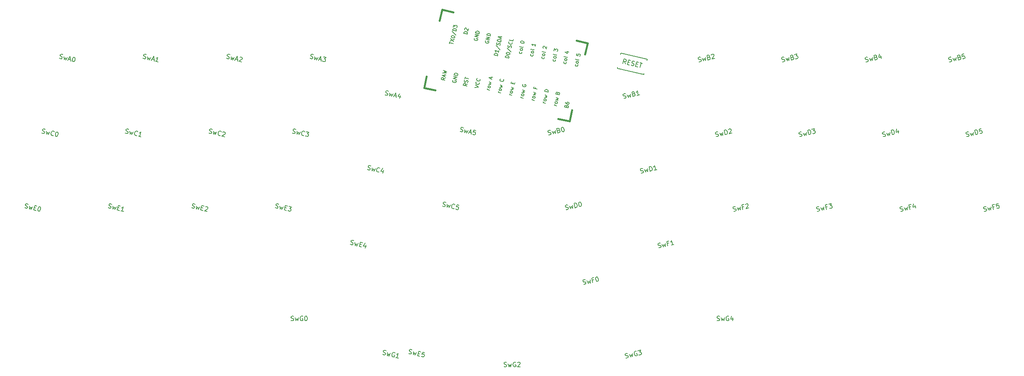
<source format=gto>
%TF.GenerationSoftware,KiCad,Pcbnew,(7.0.0-0)*%
%TF.CreationDate,2023-05-07T20:22:33+03:00*%
%TF.ProjectId,41_1350_pcb,34315f31-3335-4305-9f70-63622e6b6963,rev?*%
%TF.SameCoordinates,Original*%
%TF.FileFunction,Legend,Top*%
%TF.FilePolarity,Positive*%
%FSLAX46Y46*%
G04 Gerber Fmt 4.6, Leading zero omitted, Abs format (unit mm)*
G04 Created by KiCad (PCBNEW (7.0.0-0)) date 2023-05-07 20:22:33*
%MOMM*%
%LPD*%
G01*
G04 APERTURE LIST*
G04 Aperture macros list*
%AMRotRect*
0 Rectangle, with rotation*
0 The origin of the aperture is its center*
0 $1 length*
0 $2 width*
0 $3 Rotation angle, in degrees counterclockwise*
0 Add horizontal line*
21,1,$1,$2,0,0,$3*%
G04 Aperture macros list end*
%ADD10C,0.150000*%
%ADD11C,0.381000*%
%ADD12C,2.000000*%
%ADD13RotRect,1.752600X1.752600X347.000000*%
%ADD14C,1.752600*%
%ADD15C,1.700000*%
%ADD16C,1.701800*%
%ADD17C,3.000000*%
%ADD18C,3.429000*%
%ADD19C,2.032000*%
G04 APERTURE END LIST*
D10*
%TO.C,RSW1*%
X174434422Y-49551250D02*
X174216752Y-49012280D01*
X173877639Y-49422706D02*
X174102590Y-48448336D01*
X174102590Y-48448336D02*
X174473779Y-48534032D01*
X174473779Y-48534032D02*
X174555864Y-48601854D01*
X174555864Y-48601854D02*
X174591551Y-48658965D01*
X174591551Y-48658965D02*
X174616525Y-48762474D01*
X174616525Y-48762474D02*
X174584389Y-48901670D01*
X174584389Y-48901670D02*
X174516567Y-48983755D01*
X174516567Y-48983755D02*
X174459456Y-49019442D01*
X174459456Y-49019442D02*
X174355947Y-49044416D01*
X174355947Y-49044416D02*
X173984759Y-48958721D01*
X174969841Y-49137273D02*
X175294631Y-49212257D01*
X175315995Y-49754777D02*
X174852009Y-49647657D01*
X174852009Y-49647657D02*
X175076960Y-48673287D01*
X175076960Y-48673287D02*
X175540946Y-48780407D01*
X175697896Y-49794074D02*
X175826379Y-49872608D01*
X175826379Y-49872608D02*
X176058372Y-49926168D01*
X176058372Y-49926168D02*
X176161881Y-49901194D01*
X176161881Y-49901194D02*
X176218992Y-49865507D01*
X176218992Y-49865507D02*
X176286814Y-49783422D01*
X176286814Y-49783422D02*
X176308238Y-49690625D01*
X176308238Y-49690625D02*
X176283264Y-49587116D01*
X176283264Y-49587116D02*
X176247577Y-49530005D01*
X176247577Y-49530005D02*
X176165492Y-49462183D01*
X176165492Y-49462183D02*
X175990609Y-49372936D01*
X175990609Y-49372936D02*
X175908524Y-49305114D01*
X175908524Y-49305114D02*
X175872838Y-49248003D01*
X175872838Y-49248003D02*
X175847863Y-49144494D01*
X175847863Y-49144494D02*
X175869287Y-49051697D01*
X175869287Y-49051697D02*
X175937109Y-48969612D01*
X175937109Y-48969612D02*
X175994220Y-48933925D01*
X175994220Y-48933925D02*
X176097729Y-48908950D01*
X176097729Y-48908950D02*
X176329722Y-48962510D01*
X176329722Y-48962510D02*
X176458206Y-49041045D01*
X176779385Y-49555039D02*
X177104175Y-49630023D01*
X177125539Y-50172543D02*
X176661554Y-50065424D01*
X176661554Y-50065424D02*
X176886505Y-49091054D01*
X176886505Y-49091054D02*
X177350491Y-49198173D01*
X177628882Y-49262445D02*
X178185665Y-49390988D01*
X177682322Y-50301087D02*
X177907274Y-49326717D01*
%TO.C,SwE3*%
X96977455Y-81386664D02*
X97105939Y-81465198D01*
X97105939Y-81465198D02*
X97337932Y-81518758D01*
X97337932Y-81518758D02*
X97441441Y-81493783D01*
X97441441Y-81493783D02*
X97498551Y-81458097D01*
X97498551Y-81458097D02*
X97566374Y-81376011D01*
X97566374Y-81376011D02*
X97587798Y-81283214D01*
X97587798Y-81283214D02*
X97562823Y-81179705D01*
X97562823Y-81179705D02*
X97527137Y-81122595D01*
X97527137Y-81122595D02*
X97445051Y-81054772D01*
X97445051Y-81054772D02*
X97270169Y-80965526D01*
X97270169Y-80965526D02*
X97188084Y-80897703D01*
X97188084Y-80897703D02*
X97152397Y-80840593D01*
X97152397Y-80840593D02*
X97127423Y-80737084D01*
X97127423Y-80737084D02*
X97148846Y-80644286D01*
X97148846Y-80644286D02*
X97216669Y-80562201D01*
X97216669Y-80562201D02*
X97273779Y-80526515D01*
X97273779Y-80526515D02*
X97377289Y-80501540D01*
X97377289Y-80501540D02*
X97609281Y-80555100D01*
X97609281Y-80555100D02*
X97737765Y-80633634D01*
X97998284Y-80987009D02*
X98033910Y-81679437D01*
X98033910Y-81679437D02*
X98326624Y-81258299D01*
X98326624Y-81258299D02*
X98405099Y-81765133D01*
X98405099Y-81765133D02*
X98740661Y-81158401D01*
X99079713Y-81383292D02*
X99404503Y-81458276D01*
X99425868Y-82000796D02*
X98961882Y-81893676D01*
X98961882Y-81893676D02*
X99186833Y-80919306D01*
X99186833Y-80919306D02*
X99650819Y-81026426D01*
X99975609Y-81101409D02*
X100578790Y-81240665D01*
X100578790Y-81240665D02*
X100168305Y-81536870D01*
X100168305Y-81536870D02*
X100307500Y-81569006D01*
X100307500Y-81569006D02*
X100389586Y-81636828D01*
X100389586Y-81636828D02*
X100425272Y-81693939D01*
X100425272Y-81693939D02*
X100450247Y-81797448D01*
X100450247Y-81797448D02*
X100396687Y-82029441D01*
X100396687Y-82029441D02*
X100328865Y-82111526D01*
X100328865Y-82111526D02*
X100271754Y-82147212D01*
X100271754Y-82147212D02*
X100168245Y-82172187D01*
X100168245Y-82172187D02*
X99889854Y-82107915D01*
X99889854Y-82107915D02*
X99807768Y-82040093D01*
X99807768Y-82040093D02*
X99772082Y-81982982D01*
%TO.C,SwE2*%
X78503976Y-81386664D02*
X78632460Y-81465198D01*
X78632460Y-81465198D02*
X78864453Y-81518758D01*
X78864453Y-81518758D02*
X78967962Y-81493783D01*
X78967962Y-81493783D02*
X79025072Y-81458097D01*
X79025072Y-81458097D02*
X79092895Y-81376011D01*
X79092895Y-81376011D02*
X79114319Y-81283214D01*
X79114319Y-81283214D02*
X79089344Y-81179705D01*
X79089344Y-81179705D02*
X79053658Y-81122595D01*
X79053658Y-81122595D02*
X78971572Y-81054772D01*
X78971572Y-81054772D02*
X78796690Y-80965526D01*
X78796690Y-80965526D02*
X78714605Y-80897703D01*
X78714605Y-80897703D02*
X78678918Y-80840593D01*
X78678918Y-80840593D02*
X78653944Y-80737084D01*
X78653944Y-80737084D02*
X78675367Y-80644286D01*
X78675367Y-80644286D02*
X78743190Y-80562201D01*
X78743190Y-80562201D02*
X78800300Y-80526515D01*
X78800300Y-80526515D02*
X78903810Y-80501540D01*
X78903810Y-80501540D02*
X79135802Y-80555100D01*
X79135802Y-80555100D02*
X79264286Y-80633634D01*
X79524805Y-80987009D02*
X79560431Y-81679437D01*
X79560431Y-81679437D02*
X79853145Y-81258299D01*
X79853145Y-81258299D02*
X79931620Y-81765133D01*
X79931620Y-81765133D02*
X80267182Y-81158401D01*
X80606234Y-81383292D02*
X80931024Y-81458276D01*
X80952389Y-82000796D02*
X80488403Y-81893676D01*
X80488403Y-81893676D02*
X80713354Y-80919306D01*
X80713354Y-80919306D02*
X81177340Y-81026426D01*
X81527104Y-81204919D02*
X81584215Y-81169232D01*
X81584215Y-81169232D02*
X81687724Y-81144257D01*
X81687724Y-81144257D02*
X81919717Y-81197817D01*
X81919717Y-81197817D02*
X82001802Y-81265640D01*
X82001802Y-81265640D02*
X82037489Y-81322750D01*
X82037489Y-81322750D02*
X82062463Y-81426259D01*
X82062463Y-81426259D02*
X82041040Y-81519056D01*
X82041040Y-81519056D02*
X81962505Y-81647540D01*
X81962505Y-81647540D02*
X81277179Y-82075780D01*
X81277179Y-82075780D02*
X81880360Y-82215035D01*
%TO.C,SwE1*%
X60030504Y-81386663D02*
X60158988Y-81465197D01*
X60158988Y-81465197D02*
X60390981Y-81518757D01*
X60390981Y-81518757D02*
X60494490Y-81493782D01*
X60494490Y-81493782D02*
X60551600Y-81458096D01*
X60551600Y-81458096D02*
X60619423Y-81376010D01*
X60619423Y-81376010D02*
X60640847Y-81283213D01*
X60640847Y-81283213D02*
X60615872Y-81179704D01*
X60615872Y-81179704D02*
X60580186Y-81122594D01*
X60580186Y-81122594D02*
X60498100Y-81054771D01*
X60498100Y-81054771D02*
X60323218Y-80965525D01*
X60323218Y-80965525D02*
X60241133Y-80897702D01*
X60241133Y-80897702D02*
X60205446Y-80840592D01*
X60205446Y-80840592D02*
X60180472Y-80737083D01*
X60180472Y-80737083D02*
X60201895Y-80644285D01*
X60201895Y-80644285D02*
X60269718Y-80562200D01*
X60269718Y-80562200D02*
X60326828Y-80526514D01*
X60326828Y-80526514D02*
X60430338Y-80501539D01*
X60430338Y-80501539D02*
X60662330Y-80555099D01*
X60662330Y-80555099D02*
X60790814Y-80633633D01*
X61051333Y-80987008D02*
X61086959Y-81679436D01*
X61086959Y-81679436D02*
X61379673Y-81258298D01*
X61379673Y-81258298D02*
X61458148Y-81765132D01*
X61458148Y-81765132D02*
X61793710Y-81158400D01*
X62132762Y-81383291D02*
X62457552Y-81458275D01*
X62478917Y-82000795D02*
X62014931Y-81893675D01*
X62014931Y-81893675D02*
X62239882Y-80919305D01*
X62239882Y-80919305D02*
X62703868Y-81026425D01*
X63406888Y-82215034D02*
X62850105Y-82086491D01*
X63128497Y-82150762D02*
X63353448Y-81176392D01*
X63353448Y-81176392D02*
X63228515Y-81294164D01*
X63228515Y-81294164D02*
X63114294Y-81365537D01*
X63114294Y-81365537D02*
X63010785Y-81390512D01*
%TO.C,SwE0*%
X41557031Y-81386660D02*
X41685515Y-81465194D01*
X41685515Y-81465194D02*
X41917508Y-81518754D01*
X41917508Y-81518754D02*
X42021017Y-81493779D01*
X42021017Y-81493779D02*
X42078127Y-81458093D01*
X42078127Y-81458093D02*
X42145950Y-81376007D01*
X42145950Y-81376007D02*
X42167374Y-81283210D01*
X42167374Y-81283210D02*
X42142399Y-81179701D01*
X42142399Y-81179701D02*
X42106713Y-81122591D01*
X42106713Y-81122591D02*
X42024627Y-81054768D01*
X42024627Y-81054768D02*
X41849745Y-80965522D01*
X41849745Y-80965522D02*
X41767660Y-80897699D01*
X41767660Y-80897699D02*
X41731973Y-80840589D01*
X41731973Y-80840589D02*
X41706999Y-80737080D01*
X41706999Y-80737080D02*
X41728422Y-80644282D01*
X41728422Y-80644282D02*
X41796245Y-80562197D01*
X41796245Y-80562197D02*
X41853355Y-80526511D01*
X41853355Y-80526511D02*
X41956865Y-80501536D01*
X41956865Y-80501536D02*
X42188857Y-80555096D01*
X42188857Y-80555096D02*
X42317341Y-80633630D01*
X42577860Y-80987005D02*
X42613486Y-81679433D01*
X42613486Y-81679433D02*
X42906200Y-81258295D01*
X42906200Y-81258295D02*
X42984675Y-81765129D01*
X42984675Y-81765129D02*
X43320237Y-81158397D01*
X43659289Y-81383288D02*
X43984079Y-81458272D01*
X44005444Y-82000792D02*
X43541458Y-81893672D01*
X43541458Y-81893672D02*
X43766409Y-80919302D01*
X43766409Y-80919302D02*
X44230395Y-81026422D01*
X44833576Y-81165677D02*
X44926373Y-81187101D01*
X44926373Y-81187101D02*
X45008459Y-81254924D01*
X45008459Y-81254924D02*
X45044145Y-81312034D01*
X45044145Y-81312034D02*
X45069120Y-81415543D01*
X45069120Y-81415543D02*
X45072671Y-81611850D01*
X45072671Y-81611850D02*
X45019111Y-81843842D01*
X45019111Y-81843842D02*
X44929864Y-82018725D01*
X44929864Y-82018725D02*
X44862042Y-82100810D01*
X44862042Y-82100810D02*
X44804931Y-82136497D01*
X44804931Y-82136497D02*
X44701422Y-82161471D01*
X44701422Y-82161471D02*
X44608625Y-82140047D01*
X44608625Y-82140047D02*
X44526540Y-82072225D01*
X44526540Y-82072225D02*
X44490853Y-82015114D01*
X44490853Y-82015114D02*
X44465879Y-81911605D01*
X44465879Y-81911605D02*
X44462328Y-81715299D01*
X44462328Y-81715299D02*
X44515888Y-81483306D01*
X44515888Y-81483306D02*
X44605134Y-81308424D01*
X44605134Y-81308424D02*
X44672957Y-81226339D01*
X44672957Y-81226339D02*
X44730067Y-81190652D01*
X44730067Y-81190652D02*
X44833576Y-81165677D01*
%TO.C,SwD5*%
X249901749Y-65615055D02*
X250051657Y-65629318D01*
X250051657Y-65629318D02*
X250283650Y-65575758D01*
X250283650Y-65575758D02*
X250365735Y-65507936D01*
X250365735Y-65507936D02*
X250401422Y-65450825D01*
X250401422Y-65450825D02*
X250426396Y-65347316D01*
X250426396Y-65347316D02*
X250404972Y-65254519D01*
X250404972Y-65254519D02*
X250337150Y-65172434D01*
X250337150Y-65172434D02*
X250280039Y-65136747D01*
X250280039Y-65136747D02*
X250176530Y-65111772D01*
X250176530Y-65111772D02*
X249980224Y-65108222D01*
X249980224Y-65108222D02*
X249876715Y-65083247D01*
X249876715Y-65083247D02*
X249819604Y-65047560D01*
X249819604Y-65047560D02*
X249751782Y-64965475D01*
X249751782Y-64965475D02*
X249730358Y-64872678D01*
X249730358Y-64872678D02*
X249755333Y-64769169D01*
X249755333Y-64769169D02*
X249791019Y-64712058D01*
X249791019Y-64712058D02*
X249873104Y-64644236D01*
X249873104Y-64644236D02*
X250105097Y-64590676D01*
X250105097Y-64590676D02*
X250255005Y-64604939D01*
X250644067Y-64808347D02*
X250979628Y-65415079D01*
X250979628Y-65415079D02*
X251058103Y-64908245D01*
X251058103Y-64908245D02*
X251350817Y-65329383D01*
X251350817Y-65329383D02*
X251386444Y-64636955D01*
X251907600Y-65200840D02*
X251682649Y-64226470D01*
X251682649Y-64226470D02*
X251914642Y-64172910D01*
X251914642Y-64172910D02*
X252064549Y-64187173D01*
X252064549Y-64187173D02*
X252178770Y-64258546D01*
X252178770Y-64258546D02*
X252246593Y-64340631D01*
X252246593Y-64340631D02*
X252335839Y-64515513D01*
X252335839Y-64515513D02*
X252367975Y-64654709D01*
X252367975Y-64654709D02*
X252364424Y-64851015D01*
X252364424Y-64851015D02*
X252339450Y-64954524D01*
X252339450Y-64954524D02*
X252268076Y-65068745D01*
X252268076Y-65068745D02*
X252139593Y-65147280D01*
X252139593Y-65147280D02*
X251907600Y-65200840D01*
X253121005Y-63894399D02*
X252657019Y-64001519D01*
X252657019Y-64001519D02*
X252717740Y-64476216D01*
X252717740Y-64476216D02*
X252753426Y-64419106D01*
X252753426Y-64419106D02*
X252835512Y-64351283D01*
X252835512Y-64351283D02*
X253067505Y-64297723D01*
X253067505Y-64297723D02*
X253171014Y-64322698D01*
X253171014Y-64322698D02*
X253228124Y-64358385D01*
X253228124Y-64358385D02*
X253295947Y-64440470D01*
X253295947Y-64440470D02*
X253349506Y-64672463D01*
X253349506Y-64672463D02*
X253324532Y-64775972D01*
X253324532Y-64775972D02*
X253288845Y-64833082D01*
X253288845Y-64833082D02*
X253206760Y-64900905D01*
X253206760Y-64900905D02*
X252974767Y-64954465D01*
X252974767Y-64954465D02*
X252871258Y-64929490D01*
X252871258Y-64929490D02*
X252814147Y-64893803D01*
%TO.C,SwD4*%
X231428268Y-65615056D02*
X231578176Y-65629319D01*
X231578176Y-65629319D02*
X231810169Y-65575759D01*
X231810169Y-65575759D02*
X231892254Y-65507937D01*
X231892254Y-65507937D02*
X231927941Y-65450826D01*
X231927941Y-65450826D02*
X231952915Y-65347317D01*
X231952915Y-65347317D02*
X231931491Y-65254520D01*
X231931491Y-65254520D02*
X231863669Y-65172435D01*
X231863669Y-65172435D02*
X231806558Y-65136748D01*
X231806558Y-65136748D02*
X231703049Y-65111773D01*
X231703049Y-65111773D02*
X231506743Y-65108223D01*
X231506743Y-65108223D02*
X231403234Y-65083248D01*
X231403234Y-65083248D02*
X231346123Y-65047561D01*
X231346123Y-65047561D02*
X231278301Y-64965476D01*
X231278301Y-64965476D02*
X231256877Y-64872679D01*
X231256877Y-64872679D02*
X231281852Y-64769170D01*
X231281852Y-64769170D02*
X231317538Y-64712059D01*
X231317538Y-64712059D02*
X231399623Y-64644237D01*
X231399623Y-64644237D02*
X231631616Y-64590677D01*
X231631616Y-64590677D02*
X231781524Y-64604940D01*
X232170586Y-64808348D02*
X232506147Y-65415080D01*
X232506147Y-65415080D02*
X232584622Y-64908246D01*
X232584622Y-64908246D02*
X232877336Y-65329384D01*
X232877336Y-65329384D02*
X232912963Y-64636956D01*
X233434119Y-65200841D02*
X233209168Y-64226471D01*
X233209168Y-64226471D02*
X233441161Y-64172911D01*
X233441161Y-64172911D02*
X233591068Y-64187174D01*
X233591068Y-64187174D02*
X233705289Y-64258547D01*
X233705289Y-64258547D02*
X233773112Y-64340632D01*
X233773112Y-64340632D02*
X233862358Y-64515514D01*
X233862358Y-64515514D02*
X233894494Y-64654710D01*
X233894494Y-64654710D02*
X233890943Y-64851016D01*
X233890943Y-64851016D02*
X233865969Y-64954525D01*
X233865969Y-64954525D02*
X233794595Y-65068746D01*
X233794595Y-65068746D02*
X233666112Y-65147281D01*
X233666112Y-65147281D02*
X233434119Y-65200841D01*
X234676109Y-64229902D02*
X234826076Y-64879482D01*
X234358420Y-63912273D02*
X234287107Y-64661812D01*
X234287107Y-64661812D02*
X234890288Y-64522556D01*
%TO.C,SwD3*%
X212954800Y-65615049D02*
X213104708Y-65629312D01*
X213104708Y-65629312D02*
X213336701Y-65575752D01*
X213336701Y-65575752D02*
X213418786Y-65507930D01*
X213418786Y-65507930D02*
X213454473Y-65450819D01*
X213454473Y-65450819D02*
X213479447Y-65347310D01*
X213479447Y-65347310D02*
X213458023Y-65254513D01*
X213458023Y-65254513D02*
X213390201Y-65172428D01*
X213390201Y-65172428D02*
X213333090Y-65136741D01*
X213333090Y-65136741D02*
X213229581Y-65111766D01*
X213229581Y-65111766D02*
X213033275Y-65108216D01*
X213033275Y-65108216D02*
X212929766Y-65083241D01*
X212929766Y-65083241D02*
X212872655Y-65047554D01*
X212872655Y-65047554D02*
X212804833Y-64965469D01*
X212804833Y-64965469D02*
X212783409Y-64872672D01*
X212783409Y-64872672D02*
X212808384Y-64769163D01*
X212808384Y-64769163D02*
X212844070Y-64712052D01*
X212844070Y-64712052D02*
X212926155Y-64644230D01*
X212926155Y-64644230D02*
X213158148Y-64590670D01*
X213158148Y-64590670D02*
X213308056Y-64604933D01*
X213697118Y-64808341D02*
X214032679Y-65415073D01*
X214032679Y-65415073D02*
X214111154Y-64908239D01*
X214111154Y-64908239D02*
X214403868Y-65329377D01*
X214403868Y-65329377D02*
X214439495Y-64636949D01*
X214960651Y-65200834D02*
X214735700Y-64226464D01*
X214735700Y-64226464D02*
X214967693Y-64172904D01*
X214967693Y-64172904D02*
X215117600Y-64187167D01*
X215117600Y-64187167D02*
X215231821Y-64258540D01*
X215231821Y-64258540D02*
X215299644Y-64340625D01*
X215299644Y-64340625D02*
X215388890Y-64515507D01*
X215388890Y-64515507D02*
X215421026Y-64654703D01*
X215421026Y-64654703D02*
X215417475Y-64851009D01*
X215417475Y-64851009D02*
X215392501Y-64954518D01*
X215392501Y-64954518D02*
X215321127Y-65068739D01*
X215321127Y-65068739D02*
X215192644Y-65147274D01*
X215192644Y-65147274D02*
X214960651Y-65200834D01*
X215617273Y-64022936D02*
X216220454Y-63883681D01*
X216220454Y-63883681D02*
X215981360Y-64329853D01*
X215981360Y-64329853D02*
X216120556Y-64297717D01*
X216120556Y-64297717D02*
X216224065Y-64322692D01*
X216224065Y-64322692D02*
X216281175Y-64358379D01*
X216281175Y-64358379D02*
X216348998Y-64440464D01*
X216348998Y-64440464D02*
X216402557Y-64672457D01*
X216402557Y-64672457D02*
X216377583Y-64775966D01*
X216377583Y-64775966D02*
X216341896Y-64833076D01*
X216341896Y-64833076D02*
X216259811Y-64900899D01*
X216259811Y-64900899D02*
X215981419Y-64965171D01*
X215981419Y-64965171D02*
X215877910Y-64940196D01*
X215877910Y-64940196D02*
X215820800Y-64904509D01*
%TO.C,SwD1*%
X177877476Y-73713291D02*
X178027384Y-73727554D01*
X178027384Y-73727554D02*
X178259377Y-73673994D01*
X178259377Y-73673994D02*
X178341462Y-73606172D01*
X178341462Y-73606172D02*
X178377149Y-73549061D01*
X178377149Y-73549061D02*
X178402123Y-73445552D01*
X178402123Y-73445552D02*
X178380699Y-73352755D01*
X178380699Y-73352755D02*
X178312877Y-73270670D01*
X178312877Y-73270670D02*
X178255766Y-73234983D01*
X178255766Y-73234983D02*
X178152257Y-73210008D01*
X178152257Y-73210008D02*
X177955951Y-73206458D01*
X177955951Y-73206458D02*
X177852442Y-73181483D01*
X177852442Y-73181483D02*
X177795331Y-73145796D01*
X177795331Y-73145796D02*
X177727509Y-73063711D01*
X177727509Y-73063711D02*
X177706085Y-72970914D01*
X177706085Y-72970914D02*
X177731060Y-72867405D01*
X177731060Y-72867405D02*
X177766746Y-72810294D01*
X177766746Y-72810294D02*
X177848831Y-72742472D01*
X177848831Y-72742472D02*
X178080824Y-72688912D01*
X178080824Y-72688912D02*
X178230732Y-72703175D01*
X178619794Y-72906583D02*
X178955355Y-73513315D01*
X178955355Y-73513315D02*
X179033830Y-73006481D01*
X179033830Y-73006481D02*
X179326544Y-73427619D01*
X179326544Y-73427619D02*
X179362171Y-72735191D01*
X179883327Y-73299076D02*
X179658376Y-72324706D01*
X179658376Y-72324706D02*
X179890369Y-72271146D01*
X179890369Y-72271146D02*
X180040276Y-72285409D01*
X180040276Y-72285409D02*
X180154497Y-72356782D01*
X180154497Y-72356782D02*
X180222320Y-72438867D01*
X180222320Y-72438867D02*
X180311566Y-72613749D01*
X180311566Y-72613749D02*
X180343702Y-72752945D01*
X180343702Y-72752945D02*
X180340151Y-72949251D01*
X180340151Y-72949251D02*
X180315177Y-73052760D01*
X180315177Y-73052760D02*
X180243803Y-73166981D01*
X180243803Y-73166981D02*
X180115320Y-73245516D01*
X180115320Y-73245516D02*
X179883327Y-73299076D01*
X181368081Y-72956293D02*
X180811298Y-73084837D01*
X181089690Y-73020565D02*
X180864739Y-72046195D01*
X180864739Y-72046195D02*
X180804077Y-72206814D01*
X180804077Y-72206814D02*
X180732704Y-72321035D01*
X180732704Y-72321035D02*
X180650619Y-72388858D01*
%TO.C,SwD0*%
X161273626Y-81811536D02*
X161423534Y-81825799D01*
X161423534Y-81825799D02*
X161655527Y-81772239D01*
X161655527Y-81772239D02*
X161737612Y-81704417D01*
X161737612Y-81704417D02*
X161773299Y-81647306D01*
X161773299Y-81647306D02*
X161798273Y-81543797D01*
X161798273Y-81543797D02*
X161776849Y-81451000D01*
X161776849Y-81451000D02*
X161709027Y-81368915D01*
X161709027Y-81368915D02*
X161651916Y-81333228D01*
X161651916Y-81333228D02*
X161548407Y-81308253D01*
X161548407Y-81308253D02*
X161352101Y-81304703D01*
X161352101Y-81304703D02*
X161248592Y-81279728D01*
X161248592Y-81279728D02*
X161191481Y-81244041D01*
X161191481Y-81244041D02*
X161123659Y-81161956D01*
X161123659Y-81161956D02*
X161102235Y-81069159D01*
X161102235Y-81069159D02*
X161127210Y-80965650D01*
X161127210Y-80965650D02*
X161162896Y-80908539D01*
X161162896Y-80908539D02*
X161244981Y-80840717D01*
X161244981Y-80840717D02*
X161476974Y-80787157D01*
X161476974Y-80787157D02*
X161626882Y-80801420D01*
X162015944Y-81004828D02*
X162351505Y-81611560D01*
X162351505Y-81611560D02*
X162429980Y-81104726D01*
X162429980Y-81104726D02*
X162722694Y-81525864D01*
X162722694Y-81525864D02*
X162758321Y-80833436D01*
X163279477Y-81397321D02*
X163054526Y-80422951D01*
X163054526Y-80422951D02*
X163286519Y-80369391D01*
X163286519Y-80369391D02*
X163436426Y-80383654D01*
X163436426Y-80383654D02*
X163550647Y-80455027D01*
X163550647Y-80455027D02*
X163618470Y-80537112D01*
X163618470Y-80537112D02*
X163707716Y-80711994D01*
X163707716Y-80711994D02*
X163739852Y-80851190D01*
X163739852Y-80851190D02*
X163736301Y-81047496D01*
X163736301Y-81047496D02*
X163711327Y-81151005D01*
X163711327Y-81151005D02*
X163639953Y-81265226D01*
X163639953Y-81265226D02*
X163511470Y-81343761D01*
X163511470Y-81343761D02*
X163279477Y-81397321D01*
X164214490Y-80155152D02*
X164307287Y-80133728D01*
X164307287Y-80133728D02*
X164410796Y-80158702D01*
X164410796Y-80158702D02*
X164467907Y-80194389D01*
X164467907Y-80194389D02*
X164535729Y-80276474D01*
X164535729Y-80276474D02*
X164624976Y-80451357D01*
X164624976Y-80451357D02*
X164678536Y-80683349D01*
X164678536Y-80683349D02*
X164674985Y-80879656D01*
X164674985Y-80879656D02*
X164650010Y-80983165D01*
X164650010Y-80983165D02*
X164614324Y-81040275D01*
X164614324Y-81040275D02*
X164532238Y-81108098D01*
X164532238Y-81108098D02*
X164439441Y-81129522D01*
X164439441Y-81129522D02*
X164335932Y-81104547D01*
X164335932Y-81104547D02*
X164278822Y-81068860D01*
X164278822Y-81068860D02*
X164210999Y-80986775D01*
X164210999Y-80986775D02*
X164121753Y-80811893D01*
X164121753Y-80811893D02*
X164068193Y-80579900D01*
X164068193Y-80579900D02*
X164071744Y-80383594D01*
X164071744Y-80383594D02*
X164096718Y-80280085D01*
X164096718Y-80280085D02*
X164132405Y-80222974D01*
X164132405Y-80222974D02*
X164214490Y-80155152D01*
%TO.C,SwC5*%
X133962920Y-81008130D02*
X134091403Y-81086664D01*
X134091403Y-81086664D02*
X134323396Y-81140224D01*
X134323396Y-81140224D02*
X134426905Y-81115249D01*
X134426905Y-81115249D02*
X134484016Y-81079563D01*
X134484016Y-81079563D02*
X134551838Y-80997477D01*
X134551838Y-80997477D02*
X134573262Y-80904680D01*
X134573262Y-80904680D02*
X134548288Y-80801171D01*
X134548288Y-80801171D02*
X134512601Y-80744061D01*
X134512601Y-80744061D02*
X134430516Y-80676238D01*
X134430516Y-80676238D02*
X134255633Y-80586992D01*
X134255633Y-80586992D02*
X134173548Y-80519169D01*
X134173548Y-80519169D02*
X134137862Y-80462059D01*
X134137862Y-80462059D02*
X134112887Y-80358550D01*
X134112887Y-80358550D02*
X134134311Y-80265753D01*
X134134311Y-80265753D02*
X134202133Y-80183667D01*
X134202133Y-80183667D02*
X134259244Y-80147981D01*
X134259244Y-80147981D02*
X134362753Y-80123006D01*
X134362753Y-80123006D02*
X134594746Y-80176566D01*
X134594746Y-80176566D02*
X134723230Y-80255100D01*
X134983748Y-80608475D02*
X135019375Y-81300903D01*
X135019375Y-81300903D02*
X135312089Y-80879765D01*
X135312089Y-80879765D02*
X135390564Y-81386599D01*
X135390564Y-81386599D02*
X135726125Y-80779867D01*
X136525553Y-81550889D02*
X136468443Y-81586575D01*
X136468443Y-81586575D02*
X136318535Y-81600838D01*
X136318535Y-81600838D02*
X136225738Y-81579414D01*
X136225738Y-81579414D02*
X136097254Y-81500880D01*
X136097254Y-81500880D02*
X136025881Y-81386659D01*
X136025881Y-81386659D02*
X136000906Y-81283149D01*
X136000906Y-81283149D02*
X135997355Y-81086843D01*
X135997355Y-81086843D02*
X136029491Y-80947648D01*
X136029491Y-80947648D02*
X136118738Y-80772765D01*
X136118738Y-80772765D02*
X136186560Y-80690680D01*
X136186560Y-80690680D02*
X136300781Y-80619307D01*
X136300781Y-80619307D02*
X136450689Y-80605044D01*
X136450689Y-80605044D02*
X136543486Y-80626468D01*
X136543486Y-80626468D02*
X136671970Y-80705002D01*
X136671970Y-80705002D02*
X136707656Y-80762113D01*
X137610653Y-80872843D02*
X137146668Y-80765723D01*
X137146668Y-80765723D02*
X136993149Y-81218997D01*
X136993149Y-81218997D02*
X137050260Y-81183311D01*
X137050260Y-81183311D02*
X137153769Y-81158336D01*
X137153769Y-81158336D02*
X137385762Y-81211896D01*
X137385762Y-81211896D02*
X137467847Y-81279718D01*
X137467847Y-81279718D02*
X137503534Y-81336829D01*
X137503534Y-81336829D02*
X137528508Y-81440338D01*
X137528508Y-81440338D02*
X137474949Y-81672331D01*
X137474949Y-81672331D02*
X137407126Y-81754416D01*
X137407126Y-81754416D02*
X137350016Y-81790102D01*
X137350016Y-81790102D02*
X137246506Y-81815077D01*
X137246506Y-81815077D02*
X137014514Y-81761517D01*
X137014514Y-81761517D02*
X136932428Y-81693695D01*
X136932428Y-81693695D02*
X136896742Y-81636584D01*
%TO.C,SwB0*%
X157449460Y-65247243D02*
X157599368Y-65261506D01*
X157599368Y-65261506D02*
X157831361Y-65207946D01*
X157831361Y-65207946D02*
X157913446Y-65140124D01*
X157913446Y-65140124D02*
X157949133Y-65083013D01*
X157949133Y-65083013D02*
X157974107Y-64979504D01*
X157974107Y-64979504D02*
X157952683Y-64886707D01*
X157952683Y-64886707D02*
X157884861Y-64804622D01*
X157884861Y-64804622D02*
X157827750Y-64768935D01*
X157827750Y-64768935D02*
X157724241Y-64743960D01*
X157724241Y-64743960D02*
X157527935Y-64740410D01*
X157527935Y-64740410D02*
X157424426Y-64715435D01*
X157424426Y-64715435D02*
X157367315Y-64679748D01*
X157367315Y-64679748D02*
X157299493Y-64597663D01*
X157299493Y-64597663D02*
X157278069Y-64504866D01*
X157278069Y-64504866D02*
X157303044Y-64401357D01*
X157303044Y-64401357D02*
X157338730Y-64344246D01*
X157338730Y-64344246D02*
X157420815Y-64276424D01*
X157420815Y-64276424D02*
X157652808Y-64222864D01*
X157652808Y-64222864D02*
X157802716Y-64237127D01*
X158191778Y-64440535D02*
X158527339Y-65047267D01*
X158527339Y-65047267D02*
X158605814Y-64540433D01*
X158605814Y-64540433D02*
X158898528Y-64961571D01*
X158898528Y-64961571D02*
X158934155Y-64269143D01*
X159662269Y-64247660D02*
X159812177Y-64261922D01*
X159812177Y-64261922D02*
X159869288Y-64297609D01*
X159869288Y-64297609D02*
X159937110Y-64379694D01*
X159937110Y-64379694D02*
X159969246Y-64518890D01*
X159969246Y-64518890D02*
X159944271Y-64622399D01*
X159944271Y-64622399D02*
X159908585Y-64679510D01*
X159908585Y-64679510D02*
X159826499Y-64747332D01*
X159826499Y-64747332D02*
X159455311Y-64833028D01*
X159455311Y-64833028D02*
X159230360Y-63858658D01*
X159230360Y-63858658D02*
X159555150Y-63783674D01*
X159555150Y-63783674D02*
X159658659Y-63808649D01*
X159658659Y-63808649D02*
X159715769Y-63844335D01*
X159715769Y-63844335D02*
X159783592Y-63926420D01*
X159783592Y-63926420D02*
X159805016Y-64019218D01*
X159805016Y-64019218D02*
X159780041Y-64122727D01*
X159780041Y-64122727D02*
X159744355Y-64179837D01*
X159744355Y-64179837D02*
X159662269Y-64247660D01*
X159662269Y-64247660D02*
X159337479Y-64322643D01*
X160390324Y-63590859D02*
X160483121Y-63569435D01*
X160483121Y-63569435D02*
X160586630Y-63594409D01*
X160586630Y-63594409D02*
X160643741Y-63630096D01*
X160643741Y-63630096D02*
X160711563Y-63712181D01*
X160711563Y-63712181D02*
X160800810Y-63887064D01*
X160800810Y-63887064D02*
X160854370Y-64119056D01*
X160854370Y-64119056D02*
X160850819Y-64315363D01*
X160850819Y-64315363D02*
X160825844Y-64418872D01*
X160825844Y-64418872D02*
X160790158Y-64475982D01*
X160790158Y-64475982D02*
X160708072Y-64543805D01*
X160708072Y-64543805D02*
X160615275Y-64565229D01*
X160615275Y-64565229D02*
X160511766Y-64540254D01*
X160511766Y-64540254D02*
X160454656Y-64504567D01*
X160454656Y-64504567D02*
X160386833Y-64422482D01*
X160386833Y-64422482D02*
X160297587Y-64247600D01*
X160297587Y-64247600D02*
X160244027Y-64015607D01*
X160244027Y-64015607D02*
X160247578Y-63819301D01*
X160247578Y-63819301D02*
X160272552Y-63715792D01*
X160272552Y-63715792D02*
X160308239Y-63658681D01*
X160308239Y-63658681D02*
X160390324Y-63590859D01*
%TO.C,SwD2*%
X194481319Y-65615057D02*
X194631227Y-65629320D01*
X194631227Y-65629320D02*
X194863220Y-65575760D01*
X194863220Y-65575760D02*
X194945305Y-65507938D01*
X194945305Y-65507938D02*
X194980992Y-65450827D01*
X194980992Y-65450827D02*
X195005966Y-65347318D01*
X195005966Y-65347318D02*
X194984542Y-65254521D01*
X194984542Y-65254521D02*
X194916720Y-65172436D01*
X194916720Y-65172436D02*
X194859609Y-65136749D01*
X194859609Y-65136749D02*
X194756100Y-65111774D01*
X194756100Y-65111774D02*
X194559794Y-65108224D01*
X194559794Y-65108224D02*
X194456285Y-65083249D01*
X194456285Y-65083249D02*
X194399174Y-65047562D01*
X194399174Y-65047562D02*
X194331352Y-64965477D01*
X194331352Y-64965477D02*
X194309928Y-64872680D01*
X194309928Y-64872680D02*
X194334903Y-64769171D01*
X194334903Y-64769171D02*
X194370589Y-64712060D01*
X194370589Y-64712060D02*
X194452674Y-64644238D01*
X194452674Y-64644238D02*
X194684667Y-64590678D01*
X194684667Y-64590678D02*
X194834575Y-64604941D01*
X195223637Y-64808349D02*
X195559198Y-65415081D01*
X195559198Y-65415081D02*
X195637673Y-64908247D01*
X195637673Y-64908247D02*
X195930387Y-65329385D01*
X195930387Y-65329385D02*
X195966014Y-64636957D01*
X196487170Y-65200842D02*
X196262219Y-64226472D01*
X196262219Y-64226472D02*
X196494212Y-64172912D01*
X196494212Y-64172912D02*
X196644119Y-64187175D01*
X196644119Y-64187175D02*
X196758340Y-64258548D01*
X196758340Y-64258548D02*
X196826163Y-64340633D01*
X196826163Y-64340633D02*
X196915409Y-64515515D01*
X196915409Y-64515515D02*
X196947545Y-64654711D01*
X196947545Y-64654711D02*
X196943994Y-64851017D01*
X196943994Y-64851017D02*
X196919020Y-64954526D01*
X196919020Y-64954526D02*
X196847646Y-65068747D01*
X196847646Y-65068747D02*
X196719163Y-65147282D01*
X196719163Y-65147282D02*
X196487170Y-65200842D01*
X197211614Y-64105030D02*
X197247301Y-64047919D01*
X197247301Y-64047919D02*
X197329386Y-63980097D01*
X197329386Y-63980097D02*
X197561379Y-63926537D01*
X197561379Y-63926537D02*
X197664888Y-63951512D01*
X197664888Y-63951512D02*
X197721999Y-63987198D01*
X197721999Y-63987198D02*
X197789821Y-64069283D01*
X197789821Y-64069283D02*
X197811245Y-64162080D01*
X197811245Y-64162080D02*
X197796982Y-64311988D01*
X197796982Y-64311988D02*
X197368743Y-64997314D01*
X197368743Y-64997314D02*
X197971924Y-64858059D01*
%TO.C,SwC4*%
X117359068Y-72909895D02*
X117487551Y-72988429D01*
X117487551Y-72988429D02*
X117719544Y-73041989D01*
X117719544Y-73041989D02*
X117823053Y-73017014D01*
X117823053Y-73017014D02*
X117880164Y-72981328D01*
X117880164Y-72981328D02*
X117947986Y-72899242D01*
X117947986Y-72899242D02*
X117969410Y-72806445D01*
X117969410Y-72806445D02*
X117944436Y-72702936D01*
X117944436Y-72702936D02*
X117908749Y-72645826D01*
X117908749Y-72645826D02*
X117826664Y-72578003D01*
X117826664Y-72578003D02*
X117651781Y-72488757D01*
X117651781Y-72488757D02*
X117569696Y-72420934D01*
X117569696Y-72420934D02*
X117534010Y-72363824D01*
X117534010Y-72363824D02*
X117509035Y-72260315D01*
X117509035Y-72260315D02*
X117530459Y-72167518D01*
X117530459Y-72167518D02*
X117598281Y-72085432D01*
X117598281Y-72085432D02*
X117655392Y-72049746D01*
X117655392Y-72049746D02*
X117758901Y-72024771D01*
X117758901Y-72024771D02*
X117990894Y-72078331D01*
X117990894Y-72078331D02*
X118119378Y-72156865D01*
X118379896Y-72510240D02*
X118415523Y-73202668D01*
X118415523Y-73202668D02*
X118708237Y-72781530D01*
X118708237Y-72781530D02*
X118786712Y-73288364D01*
X118786712Y-73288364D02*
X119122273Y-72681632D01*
X119921701Y-73452654D02*
X119864591Y-73488340D01*
X119864591Y-73488340D02*
X119714683Y-73502603D01*
X119714683Y-73502603D02*
X119621886Y-73481179D01*
X119621886Y-73481179D02*
X119493402Y-73402645D01*
X119493402Y-73402645D02*
X119422029Y-73288424D01*
X119422029Y-73288424D02*
X119397054Y-73184914D01*
X119397054Y-73184914D02*
X119393503Y-72988608D01*
X119393503Y-72988608D02*
X119425639Y-72849413D01*
X119425639Y-72849413D02*
X119514886Y-72674530D01*
X119514886Y-72674530D02*
X119582708Y-72592445D01*
X119582708Y-72592445D02*
X119696929Y-72521072D01*
X119696929Y-72521072D02*
X119846837Y-72506809D01*
X119846837Y-72506809D02*
X119939634Y-72528233D01*
X119939634Y-72528233D02*
X120068118Y-72606767D01*
X120068118Y-72606767D02*
X120103804Y-72663878D01*
X120885419Y-73088686D02*
X120735452Y-73738266D01*
X120739122Y-72663938D02*
X120346450Y-73306356D01*
X120346450Y-73306356D02*
X120949631Y-73445612D01*
%TO.C,SwC3*%
X100755222Y-64811658D02*
X100883705Y-64890192D01*
X100883705Y-64890192D02*
X101115698Y-64943752D01*
X101115698Y-64943752D02*
X101219207Y-64918777D01*
X101219207Y-64918777D02*
X101276318Y-64883091D01*
X101276318Y-64883091D02*
X101344140Y-64801005D01*
X101344140Y-64801005D02*
X101365564Y-64708208D01*
X101365564Y-64708208D02*
X101340590Y-64604699D01*
X101340590Y-64604699D02*
X101304903Y-64547589D01*
X101304903Y-64547589D02*
X101222818Y-64479766D01*
X101222818Y-64479766D02*
X101047935Y-64390520D01*
X101047935Y-64390520D02*
X100965850Y-64322697D01*
X100965850Y-64322697D02*
X100930164Y-64265587D01*
X100930164Y-64265587D02*
X100905189Y-64162078D01*
X100905189Y-64162078D02*
X100926613Y-64069281D01*
X100926613Y-64069281D02*
X100994435Y-63987195D01*
X100994435Y-63987195D02*
X101051546Y-63951509D01*
X101051546Y-63951509D02*
X101155055Y-63926534D01*
X101155055Y-63926534D02*
X101387048Y-63980094D01*
X101387048Y-63980094D02*
X101515532Y-64058628D01*
X101776050Y-64412003D02*
X101811677Y-65104431D01*
X101811677Y-65104431D02*
X102104391Y-64683293D01*
X102104391Y-64683293D02*
X102182866Y-65190127D01*
X102182866Y-65190127D02*
X102518427Y-64583395D01*
X103317855Y-65354417D02*
X103260745Y-65390103D01*
X103260745Y-65390103D02*
X103110837Y-65404366D01*
X103110837Y-65404366D02*
X103018040Y-65382942D01*
X103018040Y-65382942D02*
X102889556Y-65304408D01*
X102889556Y-65304408D02*
X102818183Y-65190187D01*
X102818183Y-65190187D02*
X102793208Y-65086677D01*
X102793208Y-65086677D02*
X102789657Y-64890371D01*
X102789657Y-64890371D02*
X102821793Y-64751176D01*
X102821793Y-64751176D02*
X102911040Y-64576293D01*
X102911040Y-64576293D02*
X102978862Y-64494208D01*
X102978862Y-64494208D02*
X103093083Y-64422835D01*
X103093083Y-64422835D02*
X103242991Y-64408572D01*
X103242991Y-64408572D02*
X103335788Y-64429996D01*
X103335788Y-64429996D02*
X103464272Y-64508530D01*
X103464272Y-64508530D02*
X103499958Y-64565641D01*
X103846172Y-64547827D02*
X104449354Y-64687083D01*
X104449354Y-64687083D02*
X104038868Y-64983288D01*
X104038868Y-64983288D02*
X104178064Y-65015424D01*
X104178064Y-65015424D02*
X104260149Y-65083246D01*
X104260149Y-65083246D02*
X104295836Y-65140357D01*
X104295836Y-65140357D02*
X104320810Y-65243866D01*
X104320810Y-65243866D02*
X104267251Y-65475859D01*
X104267251Y-65475859D02*
X104199428Y-65557944D01*
X104199428Y-65557944D02*
X104142318Y-65593630D01*
X104142318Y-65593630D02*
X104038808Y-65618605D01*
X104038808Y-65618605D02*
X103760417Y-65554333D01*
X103760417Y-65554333D02*
X103678332Y-65486511D01*
X103678332Y-65486511D02*
X103642645Y-65429400D01*
%TO.C,SwC2*%
X82281746Y-64811658D02*
X82410229Y-64890192D01*
X82410229Y-64890192D02*
X82642222Y-64943752D01*
X82642222Y-64943752D02*
X82745731Y-64918777D01*
X82745731Y-64918777D02*
X82802842Y-64883091D01*
X82802842Y-64883091D02*
X82870664Y-64801005D01*
X82870664Y-64801005D02*
X82892088Y-64708208D01*
X82892088Y-64708208D02*
X82867114Y-64604699D01*
X82867114Y-64604699D02*
X82831427Y-64547589D01*
X82831427Y-64547589D02*
X82749342Y-64479766D01*
X82749342Y-64479766D02*
X82574459Y-64390520D01*
X82574459Y-64390520D02*
X82492374Y-64322697D01*
X82492374Y-64322697D02*
X82456688Y-64265587D01*
X82456688Y-64265587D02*
X82431713Y-64162078D01*
X82431713Y-64162078D02*
X82453137Y-64069281D01*
X82453137Y-64069281D02*
X82520959Y-63987195D01*
X82520959Y-63987195D02*
X82578070Y-63951509D01*
X82578070Y-63951509D02*
X82681579Y-63926534D01*
X82681579Y-63926534D02*
X82913572Y-63980094D01*
X82913572Y-63980094D02*
X83042056Y-64058628D01*
X83302574Y-64412003D02*
X83338201Y-65104431D01*
X83338201Y-65104431D02*
X83630915Y-64683293D01*
X83630915Y-64683293D02*
X83709390Y-65190127D01*
X83709390Y-65190127D02*
X84044951Y-64583395D01*
X84844379Y-65354417D02*
X84787269Y-65390103D01*
X84787269Y-65390103D02*
X84637361Y-65404366D01*
X84637361Y-65404366D02*
X84544564Y-65382942D01*
X84544564Y-65382942D02*
X84416080Y-65304408D01*
X84416080Y-65304408D02*
X84344707Y-65190187D01*
X84344707Y-65190187D02*
X84319732Y-65086677D01*
X84319732Y-65086677D02*
X84316181Y-64890371D01*
X84316181Y-64890371D02*
X84348317Y-64751176D01*
X84348317Y-64751176D02*
X84437564Y-64576293D01*
X84437564Y-64576293D02*
X84505386Y-64494208D01*
X84505386Y-64494208D02*
X84619607Y-64422835D01*
X84619607Y-64422835D02*
X84769515Y-64408572D01*
X84769515Y-64408572D02*
X84862312Y-64429996D01*
X84862312Y-64429996D02*
X84990796Y-64508530D01*
X84990796Y-64508530D02*
X85026482Y-64565641D01*
X85397671Y-64651337D02*
X85454782Y-64615650D01*
X85454782Y-64615650D02*
X85558291Y-64590675D01*
X85558291Y-64590675D02*
X85790284Y-64644235D01*
X85790284Y-64644235D02*
X85872369Y-64712058D01*
X85872369Y-64712058D02*
X85908055Y-64769168D01*
X85908055Y-64769168D02*
X85933030Y-64872677D01*
X85933030Y-64872677D02*
X85911606Y-64965474D01*
X85911606Y-64965474D02*
X85833072Y-65093958D01*
X85833072Y-65093958D02*
X85147745Y-65522198D01*
X85147745Y-65522198D02*
X85750927Y-65661453D01*
%TO.C,SwC1*%
X63808276Y-64811658D02*
X63936759Y-64890192D01*
X63936759Y-64890192D02*
X64168752Y-64943752D01*
X64168752Y-64943752D02*
X64272261Y-64918777D01*
X64272261Y-64918777D02*
X64329372Y-64883091D01*
X64329372Y-64883091D02*
X64397194Y-64801005D01*
X64397194Y-64801005D02*
X64418618Y-64708208D01*
X64418618Y-64708208D02*
X64393644Y-64604699D01*
X64393644Y-64604699D02*
X64357957Y-64547589D01*
X64357957Y-64547589D02*
X64275872Y-64479766D01*
X64275872Y-64479766D02*
X64100989Y-64390520D01*
X64100989Y-64390520D02*
X64018904Y-64322697D01*
X64018904Y-64322697D02*
X63983218Y-64265587D01*
X63983218Y-64265587D02*
X63958243Y-64162078D01*
X63958243Y-64162078D02*
X63979667Y-64069281D01*
X63979667Y-64069281D02*
X64047489Y-63987195D01*
X64047489Y-63987195D02*
X64104600Y-63951509D01*
X64104600Y-63951509D02*
X64208109Y-63926534D01*
X64208109Y-63926534D02*
X64440102Y-63980094D01*
X64440102Y-63980094D02*
X64568586Y-64058628D01*
X64829104Y-64412003D02*
X64864731Y-65104431D01*
X64864731Y-65104431D02*
X65157445Y-64683293D01*
X65157445Y-64683293D02*
X65235920Y-65190127D01*
X65235920Y-65190127D02*
X65571481Y-64583395D01*
X66370909Y-65354417D02*
X66313799Y-65390103D01*
X66313799Y-65390103D02*
X66163891Y-65404366D01*
X66163891Y-65404366D02*
X66071094Y-65382942D01*
X66071094Y-65382942D02*
X65942610Y-65304408D01*
X65942610Y-65304408D02*
X65871237Y-65190187D01*
X65871237Y-65190187D02*
X65846262Y-65086677D01*
X65846262Y-65086677D02*
X65842711Y-64890371D01*
X65842711Y-64890371D02*
X65874847Y-64751176D01*
X65874847Y-64751176D02*
X65964094Y-64576293D01*
X65964094Y-64576293D02*
X66031916Y-64494208D01*
X66031916Y-64494208D02*
X66146137Y-64422835D01*
X66146137Y-64422835D02*
X66296045Y-64408572D01*
X66296045Y-64408572D02*
X66388842Y-64429996D01*
X66388842Y-64429996D02*
X66517326Y-64508530D01*
X66517326Y-64508530D02*
X66553012Y-64565641D01*
X67277457Y-65661453D02*
X66720674Y-65532909D01*
X66999065Y-65597181D02*
X67224016Y-64622811D01*
X67224016Y-64622811D02*
X67099083Y-64740583D01*
X67099083Y-64740583D02*
X66984862Y-64811956D01*
X66984862Y-64811956D02*
X66881353Y-64836931D01*
%TO.C,SwC0*%
X45334797Y-64811654D02*
X45463280Y-64890188D01*
X45463280Y-64890188D02*
X45695273Y-64943748D01*
X45695273Y-64943748D02*
X45798782Y-64918773D01*
X45798782Y-64918773D02*
X45855893Y-64883087D01*
X45855893Y-64883087D02*
X45923715Y-64801001D01*
X45923715Y-64801001D02*
X45945139Y-64708204D01*
X45945139Y-64708204D02*
X45920165Y-64604695D01*
X45920165Y-64604695D02*
X45884478Y-64547585D01*
X45884478Y-64547585D02*
X45802393Y-64479762D01*
X45802393Y-64479762D02*
X45627510Y-64390516D01*
X45627510Y-64390516D02*
X45545425Y-64322693D01*
X45545425Y-64322693D02*
X45509739Y-64265583D01*
X45509739Y-64265583D02*
X45484764Y-64162074D01*
X45484764Y-64162074D02*
X45506188Y-64069277D01*
X45506188Y-64069277D02*
X45574010Y-63987191D01*
X45574010Y-63987191D02*
X45631121Y-63951505D01*
X45631121Y-63951505D02*
X45734630Y-63926530D01*
X45734630Y-63926530D02*
X45966623Y-63980090D01*
X45966623Y-63980090D02*
X46095107Y-64058624D01*
X46355625Y-64411999D02*
X46391252Y-65104427D01*
X46391252Y-65104427D02*
X46683966Y-64683289D01*
X46683966Y-64683289D02*
X46762441Y-65190123D01*
X46762441Y-65190123D02*
X47098002Y-64583391D01*
X47897430Y-65354413D02*
X47840320Y-65390099D01*
X47840320Y-65390099D02*
X47690412Y-65404362D01*
X47690412Y-65404362D02*
X47597615Y-65382938D01*
X47597615Y-65382938D02*
X47469131Y-65304404D01*
X47469131Y-65304404D02*
X47397758Y-65190183D01*
X47397758Y-65190183D02*
X47372783Y-65086673D01*
X47372783Y-65086673D02*
X47369232Y-64890367D01*
X47369232Y-64890367D02*
X47401368Y-64751172D01*
X47401368Y-64751172D02*
X47490615Y-64576289D01*
X47490615Y-64576289D02*
X47558437Y-64494204D01*
X47558437Y-64494204D02*
X47672658Y-64422831D01*
X47672658Y-64422831D02*
X47822566Y-64408568D01*
X47822566Y-64408568D02*
X47915363Y-64429992D01*
X47915363Y-64429992D02*
X48043847Y-64508526D01*
X48043847Y-64508526D02*
X48079533Y-64565637D01*
X48704139Y-64612095D02*
X48796936Y-64633519D01*
X48796936Y-64633519D02*
X48879021Y-64701342D01*
X48879021Y-64701342D02*
X48914708Y-64758452D01*
X48914708Y-64758452D02*
X48939682Y-64861961D01*
X48939682Y-64861961D02*
X48943233Y-65058267D01*
X48943233Y-65058267D02*
X48889673Y-65290260D01*
X48889673Y-65290260D02*
X48800427Y-65465143D01*
X48800427Y-65465143D02*
X48732605Y-65547228D01*
X48732605Y-65547228D02*
X48675494Y-65582914D01*
X48675494Y-65582914D02*
X48571985Y-65607889D01*
X48571985Y-65607889D02*
X48479188Y-65586465D01*
X48479188Y-65586465D02*
X48397103Y-65518643D01*
X48397103Y-65518643D02*
X48361416Y-65461532D01*
X48361416Y-65461532D02*
X48336441Y-65358023D01*
X48336441Y-65358023D02*
X48332891Y-65161717D01*
X48332891Y-65161717D02*
X48386450Y-64929724D01*
X48386450Y-64929724D02*
X48475697Y-64754842D01*
X48475697Y-64754842D02*
X48543519Y-64672756D01*
X48543519Y-64672756D02*
X48600630Y-64637070D01*
X48600630Y-64637070D02*
X48704139Y-64612095D01*
%TO.C,SwB5*%
X246077575Y-49050762D02*
X246227483Y-49065025D01*
X246227483Y-49065025D02*
X246459476Y-49011465D01*
X246459476Y-49011465D02*
X246541561Y-48943643D01*
X246541561Y-48943643D02*
X246577248Y-48886532D01*
X246577248Y-48886532D02*
X246602222Y-48783023D01*
X246602222Y-48783023D02*
X246580798Y-48690226D01*
X246580798Y-48690226D02*
X246512976Y-48608141D01*
X246512976Y-48608141D02*
X246455865Y-48572454D01*
X246455865Y-48572454D02*
X246352356Y-48547479D01*
X246352356Y-48547479D02*
X246156050Y-48543929D01*
X246156050Y-48543929D02*
X246052541Y-48518954D01*
X246052541Y-48518954D02*
X245995430Y-48483267D01*
X245995430Y-48483267D02*
X245927608Y-48401182D01*
X245927608Y-48401182D02*
X245906184Y-48308385D01*
X245906184Y-48308385D02*
X245931159Y-48204876D01*
X245931159Y-48204876D02*
X245966845Y-48147765D01*
X245966845Y-48147765D02*
X246048930Y-48079943D01*
X246048930Y-48079943D02*
X246280923Y-48026383D01*
X246280923Y-48026383D02*
X246430831Y-48040646D01*
X246819893Y-48244054D02*
X247155454Y-48850786D01*
X247155454Y-48850786D02*
X247233929Y-48343952D01*
X247233929Y-48343952D02*
X247526643Y-48765090D01*
X247526643Y-48765090D02*
X247562270Y-48072662D01*
X248290384Y-48051179D02*
X248440292Y-48065441D01*
X248440292Y-48065441D02*
X248497403Y-48101128D01*
X248497403Y-48101128D02*
X248565225Y-48183213D01*
X248565225Y-48183213D02*
X248597361Y-48322409D01*
X248597361Y-48322409D02*
X248572386Y-48425918D01*
X248572386Y-48425918D02*
X248536700Y-48483029D01*
X248536700Y-48483029D02*
X248454614Y-48550851D01*
X248454614Y-48550851D02*
X248083426Y-48636547D01*
X248083426Y-48636547D02*
X247858475Y-47662177D01*
X247858475Y-47662177D02*
X248183265Y-47587193D01*
X248183265Y-47587193D02*
X248286774Y-47612168D01*
X248286774Y-47612168D02*
X248343884Y-47647854D01*
X248343884Y-47647854D02*
X248411707Y-47729939D01*
X248411707Y-47729939D02*
X248433131Y-47822737D01*
X248433131Y-47822737D02*
X248408156Y-47926246D01*
X248408156Y-47926246D02*
X248372470Y-47983356D01*
X248372470Y-47983356D02*
X248290384Y-48051179D01*
X248290384Y-48051179D02*
X247965594Y-48126162D01*
X249296831Y-47330106D02*
X248832845Y-47437226D01*
X248832845Y-47437226D02*
X248893566Y-47911923D01*
X248893566Y-47911923D02*
X248929252Y-47854813D01*
X248929252Y-47854813D02*
X249011338Y-47786990D01*
X249011338Y-47786990D02*
X249243331Y-47733430D01*
X249243331Y-47733430D02*
X249346840Y-47758405D01*
X249346840Y-47758405D02*
X249403950Y-47794092D01*
X249403950Y-47794092D02*
X249471773Y-47876177D01*
X249471773Y-47876177D02*
X249525332Y-48108170D01*
X249525332Y-48108170D02*
X249500358Y-48211679D01*
X249500358Y-48211679D02*
X249464671Y-48268789D01*
X249464671Y-48268789D02*
X249382586Y-48336612D01*
X249382586Y-48336612D02*
X249150593Y-48390172D01*
X249150593Y-48390172D02*
X249047084Y-48365197D01*
X249047084Y-48365197D02*
X248989973Y-48329510D01*
%TO.C,SwG1*%
X120721900Y-113871846D02*
X120850383Y-113950380D01*
X120850383Y-113950380D02*
X121082376Y-114003940D01*
X121082376Y-114003940D02*
X121185885Y-113978965D01*
X121185885Y-113978965D02*
X121242996Y-113943279D01*
X121242996Y-113943279D02*
X121310818Y-113861193D01*
X121310818Y-113861193D02*
X121332242Y-113768396D01*
X121332242Y-113768396D02*
X121307268Y-113664887D01*
X121307268Y-113664887D02*
X121271581Y-113607777D01*
X121271581Y-113607777D02*
X121189496Y-113539954D01*
X121189496Y-113539954D02*
X121014613Y-113450708D01*
X121014613Y-113450708D02*
X120932528Y-113382885D01*
X120932528Y-113382885D02*
X120896842Y-113325775D01*
X120896842Y-113325775D02*
X120871867Y-113222266D01*
X120871867Y-113222266D02*
X120893291Y-113129469D01*
X120893291Y-113129469D02*
X120961113Y-113047383D01*
X120961113Y-113047383D02*
X121018224Y-113011697D01*
X121018224Y-113011697D02*
X121121733Y-112986722D01*
X121121733Y-112986722D02*
X121353726Y-113040282D01*
X121353726Y-113040282D02*
X121482210Y-113118816D01*
X121742728Y-113472191D02*
X121778355Y-114164619D01*
X121778355Y-114164619D02*
X122071069Y-113743481D01*
X122071069Y-113743481D02*
X122149544Y-114250315D01*
X122149544Y-114250315D02*
X122485105Y-113643583D01*
X123430950Y-113568718D02*
X123348865Y-113500896D01*
X123348865Y-113500896D02*
X123209669Y-113468760D01*
X123209669Y-113468760D02*
X123059761Y-113483023D01*
X123059761Y-113483023D02*
X122945540Y-113554396D01*
X122945540Y-113554396D02*
X122877718Y-113636481D01*
X122877718Y-113636481D02*
X122788471Y-113811364D01*
X122788471Y-113811364D02*
X122756335Y-113950559D01*
X122756335Y-113950559D02*
X122759886Y-114146865D01*
X122759886Y-114146865D02*
X122784861Y-114250375D01*
X122784861Y-114250375D02*
X122856234Y-114364596D01*
X122856234Y-114364596D02*
X122984718Y-114443130D01*
X122984718Y-114443130D02*
X123077515Y-114464554D01*
X123077515Y-114464554D02*
X123227423Y-114450291D01*
X123227423Y-114450291D02*
X123284533Y-114414605D01*
X123284533Y-114414605D02*
X123359517Y-114089815D01*
X123359517Y-114089815D02*
X123173923Y-114046967D01*
X124191081Y-114721641D02*
X123634298Y-114593097D01*
X123912689Y-114657369D02*
X124137640Y-113682999D01*
X124137640Y-113682999D02*
X124012707Y-113800771D01*
X124012707Y-113800771D02*
X123898486Y-113872144D01*
X123898486Y-113872144D02*
X123794977Y-113897119D01*
%TO.C,SwB4*%
X227604103Y-49050766D02*
X227754011Y-49065029D01*
X227754011Y-49065029D02*
X227986004Y-49011469D01*
X227986004Y-49011469D02*
X228068089Y-48943647D01*
X228068089Y-48943647D02*
X228103776Y-48886536D01*
X228103776Y-48886536D02*
X228128750Y-48783027D01*
X228128750Y-48783027D02*
X228107326Y-48690230D01*
X228107326Y-48690230D02*
X228039504Y-48608145D01*
X228039504Y-48608145D02*
X227982393Y-48572458D01*
X227982393Y-48572458D02*
X227878884Y-48547483D01*
X227878884Y-48547483D02*
X227682578Y-48543933D01*
X227682578Y-48543933D02*
X227579069Y-48518958D01*
X227579069Y-48518958D02*
X227521958Y-48483271D01*
X227521958Y-48483271D02*
X227454136Y-48401186D01*
X227454136Y-48401186D02*
X227432712Y-48308389D01*
X227432712Y-48308389D02*
X227457687Y-48204880D01*
X227457687Y-48204880D02*
X227493373Y-48147769D01*
X227493373Y-48147769D02*
X227575458Y-48079947D01*
X227575458Y-48079947D02*
X227807451Y-48026387D01*
X227807451Y-48026387D02*
X227957359Y-48040650D01*
X228346421Y-48244058D02*
X228681982Y-48850790D01*
X228681982Y-48850790D02*
X228760457Y-48343956D01*
X228760457Y-48343956D02*
X229053171Y-48765094D01*
X229053171Y-48765094D02*
X229088798Y-48072666D01*
X229816912Y-48051183D02*
X229966820Y-48065445D01*
X229966820Y-48065445D02*
X230023931Y-48101132D01*
X230023931Y-48101132D02*
X230091753Y-48183217D01*
X230091753Y-48183217D02*
X230123889Y-48322413D01*
X230123889Y-48322413D02*
X230098914Y-48425922D01*
X230098914Y-48425922D02*
X230063228Y-48483033D01*
X230063228Y-48483033D02*
X229981142Y-48550855D01*
X229981142Y-48550855D02*
X229609954Y-48636551D01*
X229609954Y-48636551D02*
X229385003Y-47662181D01*
X229385003Y-47662181D02*
X229709793Y-47587197D01*
X229709793Y-47587197D02*
X229813302Y-47612172D01*
X229813302Y-47612172D02*
X229870412Y-47647858D01*
X229870412Y-47647858D02*
X229938235Y-47729943D01*
X229938235Y-47729943D02*
X229959659Y-47822741D01*
X229959659Y-47822741D02*
X229934684Y-47926250D01*
X229934684Y-47926250D02*
X229898998Y-47983360D01*
X229898998Y-47983360D02*
X229816912Y-48051183D01*
X229816912Y-48051183D02*
X229492122Y-48126166D01*
X230851944Y-47665612D02*
X231001911Y-48315192D01*
X230534255Y-47347983D02*
X230462942Y-48097522D01*
X230462942Y-48097522D02*
X231066123Y-47958266D01*
%TO.C,SwA0*%
X49228570Y-48263430D02*
X49357054Y-48341964D01*
X49357054Y-48341964D02*
X49589047Y-48395524D01*
X49589047Y-48395524D02*
X49692556Y-48370549D01*
X49692556Y-48370549D02*
X49749666Y-48334862D01*
X49749666Y-48334862D02*
X49817489Y-48252777D01*
X49817489Y-48252777D02*
X49838913Y-48159980D01*
X49838913Y-48159980D02*
X49813938Y-48056471D01*
X49813938Y-48056471D02*
X49778251Y-47999360D01*
X49778251Y-47999360D02*
X49696166Y-47931538D01*
X49696166Y-47931538D02*
X49521284Y-47842292D01*
X49521284Y-47842292D02*
X49439199Y-47774469D01*
X49439199Y-47774469D02*
X49403512Y-47717359D01*
X49403512Y-47717359D02*
X49378537Y-47613849D01*
X49378537Y-47613849D02*
X49399961Y-47521052D01*
X49399961Y-47521052D02*
X49467784Y-47438967D01*
X49467784Y-47438967D02*
X49524894Y-47403281D01*
X49524894Y-47403281D02*
X49628403Y-47378306D01*
X49628403Y-47378306D02*
X49860396Y-47431866D01*
X49860396Y-47431866D02*
X49988880Y-47510400D01*
X50249398Y-47863775D02*
X50285025Y-48556203D01*
X50285025Y-48556203D02*
X50577739Y-48135065D01*
X50577739Y-48135065D02*
X50656214Y-48641899D01*
X50656214Y-48641899D02*
X50991776Y-48035166D01*
X51230870Y-48481339D02*
X51694856Y-48588458D01*
X51073801Y-48738306D02*
X51623542Y-47838920D01*
X51623542Y-47838920D02*
X51723381Y-48888274D01*
X52458717Y-48031735D02*
X52551514Y-48053159D01*
X52551514Y-48053159D02*
X52633599Y-48120982D01*
X52633599Y-48120982D02*
X52669285Y-48178092D01*
X52669285Y-48178092D02*
X52694260Y-48281601D01*
X52694260Y-48281601D02*
X52697811Y-48477907D01*
X52697811Y-48477907D02*
X52644251Y-48709900D01*
X52644251Y-48709900D02*
X52555005Y-48884783D01*
X52555005Y-48884783D02*
X52487182Y-48966868D01*
X52487182Y-48966868D02*
X52430072Y-49002554D01*
X52430072Y-49002554D02*
X52326563Y-49027529D01*
X52326563Y-49027529D02*
X52233765Y-49006105D01*
X52233765Y-49006105D02*
X52151680Y-48938283D01*
X52151680Y-48938283D02*
X52115994Y-48881172D01*
X52115994Y-48881172D02*
X52091019Y-48777663D01*
X52091019Y-48777663D02*
X52087468Y-48581357D01*
X52087468Y-48581357D02*
X52141028Y-48349364D01*
X52141028Y-48349364D02*
X52230274Y-48174482D01*
X52230274Y-48174482D02*
X52298097Y-48092396D01*
X52298097Y-48092396D02*
X52355207Y-48056710D01*
X52355207Y-48056710D02*
X52458717Y-48031735D01*
%TO.C,SwA4*%
X121252838Y-56361674D02*
X121381322Y-56440208D01*
X121381322Y-56440208D02*
X121613315Y-56493768D01*
X121613315Y-56493768D02*
X121716824Y-56468793D01*
X121716824Y-56468793D02*
X121773934Y-56433106D01*
X121773934Y-56433106D02*
X121841757Y-56351021D01*
X121841757Y-56351021D02*
X121863181Y-56258224D01*
X121863181Y-56258224D02*
X121838206Y-56154715D01*
X121838206Y-56154715D02*
X121802519Y-56097604D01*
X121802519Y-56097604D02*
X121720434Y-56029782D01*
X121720434Y-56029782D02*
X121545552Y-55940536D01*
X121545552Y-55940536D02*
X121463467Y-55872713D01*
X121463467Y-55872713D02*
X121427780Y-55815603D01*
X121427780Y-55815603D02*
X121402805Y-55712093D01*
X121402805Y-55712093D02*
X121424229Y-55619296D01*
X121424229Y-55619296D02*
X121492052Y-55537211D01*
X121492052Y-55537211D02*
X121549162Y-55501525D01*
X121549162Y-55501525D02*
X121652671Y-55476550D01*
X121652671Y-55476550D02*
X121884664Y-55530110D01*
X121884664Y-55530110D02*
X122013148Y-55608644D01*
X122273666Y-55962019D02*
X122309293Y-56654447D01*
X122309293Y-56654447D02*
X122602007Y-56233309D01*
X122602007Y-56233309D02*
X122680482Y-56740143D01*
X122680482Y-56740143D02*
X123016044Y-56133410D01*
X123255138Y-56579583D02*
X123719124Y-56686702D01*
X123098069Y-56836550D02*
X123647810Y-55937164D01*
X123647810Y-55937164D02*
X123747649Y-56986518D01*
X124639994Y-56508329D02*
X124490026Y-57157909D01*
X124493696Y-56083581D02*
X124101024Y-56725999D01*
X124101024Y-56725999D02*
X124704206Y-56865255D01*
%TO.C,SwA3*%
X104648984Y-48263439D02*
X104777468Y-48341973D01*
X104777468Y-48341973D02*
X105009461Y-48395533D01*
X105009461Y-48395533D02*
X105112970Y-48370558D01*
X105112970Y-48370558D02*
X105170080Y-48334871D01*
X105170080Y-48334871D02*
X105237903Y-48252786D01*
X105237903Y-48252786D02*
X105259327Y-48159989D01*
X105259327Y-48159989D02*
X105234352Y-48056480D01*
X105234352Y-48056480D02*
X105198665Y-47999369D01*
X105198665Y-47999369D02*
X105116580Y-47931547D01*
X105116580Y-47931547D02*
X104941698Y-47842301D01*
X104941698Y-47842301D02*
X104859613Y-47774478D01*
X104859613Y-47774478D02*
X104823926Y-47717368D01*
X104823926Y-47717368D02*
X104798951Y-47613858D01*
X104798951Y-47613858D02*
X104820375Y-47521061D01*
X104820375Y-47521061D02*
X104888198Y-47438976D01*
X104888198Y-47438976D02*
X104945308Y-47403290D01*
X104945308Y-47403290D02*
X105048817Y-47378315D01*
X105048817Y-47378315D02*
X105280810Y-47431875D01*
X105280810Y-47431875D02*
X105409294Y-47510409D01*
X105669812Y-47863784D02*
X105705439Y-48556212D01*
X105705439Y-48556212D02*
X105998153Y-48135074D01*
X105998153Y-48135074D02*
X106076628Y-48641908D01*
X106076628Y-48641908D02*
X106412190Y-48035175D01*
X106651284Y-48481348D02*
X107115270Y-48588467D01*
X106494215Y-48738315D02*
X107043956Y-47838929D01*
X107043956Y-47838929D02*
X107143795Y-48888283D01*
X107600739Y-47967472D02*
X108203921Y-48106728D01*
X108203921Y-48106728D02*
X107793435Y-48402933D01*
X107793435Y-48402933D02*
X107932631Y-48435069D01*
X107932631Y-48435069D02*
X108014716Y-48502891D01*
X108014716Y-48502891D02*
X108050402Y-48560002D01*
X108050402Y-48560002D02*
X108075377Y-48663511D01*
X108075377Y-48663511D02*
X108021817Y-48895504D01*
X108021817Y-48895504D02*
X107953995Y-48977589D01*
X107953995Y-48977589D02*
X107896884Y-49013275D01*
X107896884Y-49013275D02*
X107793375Y-49038250D01*
X107793375Y-49038250D02*
X107514984Y-48973978D01*
X107514984Y-48973978D02*
X107432899Y-48906156D01*
X107432899Y-48906156D02*
X107397212Y-48849045D01*
%TO.C,SwB1*%
X174053307Y-57149005D02*
X174203215Y-57163268D01*
X174203215Y-57163268D02*
X174435208Y-57109708D01*
X174435208Y-57109708D02*
X174517293Y-57041886D01*
X174517293Y-57041886D02*
X174552980Y-56984775D01*
X174552980Y-56984775D02*
X174577954Y-56881266D01*
X174577954Y-56881266D02*
X174556530Y-56788469D01*
X174556530Y-56788469D02*
X174488708Y-56706384D01*
X174488708Y-56706384D02*
X174431597Y-56670697D01*
X174431597Y-56670697D02*
X174328088Y-56645722D01*
X174328088Y-56645722D02*
X174131782Y-56642172D01*
X174131782Y-56642172D02*
X174028273Y-56617197D01*
X174028273Y-56617197D02*
X173971162Y-56581510D01*
X173971162Y-56581510D02*
X173903340Y-56499425D01*
X173903340Y-56499425D02*
X173881916Y-56406628D01*
X173881916Y-56406628D02*
X173906891Y-56303119D01*
X173906891Y-56303119D02*
X173942577Y-56246008D01*
X173942577Y-56246008D02*
X174024662Y-56178186D01*
X174024662Y-56178186D02*
X174256655Y-56124626D01*
X174256655Y-56124626D02*
X174406563Y-56138889D01*
X174795625Y-56342297D02*
X175131186Y-56949029D01*
X175131186Y-56949029D02*
X175209661Y-56442195D01*
X175209661Y-56442195D02*
X175502375Y-56863333D01*
X175502375Y-56863333D02*
X175538002Y-56170905D01*
X176266116Y-56149422D02*
X176416024Y-56163684D01*
X176416024Y-56163684D02*
X176473135Y-56199371D01*
X176473135Y-56199371D02*
X176540957Y-56281456D01*
X176540957Y-56281456D02*
X176573093Y-56420652D01*
X176573093Y-56420652D02*
X176548118Y-56524161D01*
X176548118Y-56524161D02*
X176512432Y-56581272D01*
X176512432Y-56581272D02*
X176430346Y-56649094D01*
X176430346Y-56649094D02*
X176059158Y-56734790D01*
X176059158Y-56734790D02*
X175834207Y-55760420D01*
X175834207Y-55760420D02*
X176158997Y-55685436D01*
X176158997Y-55685436D02*
X176262506Y-55710411D01*
X176262506Y-55710411D02*
X176319616Y-55746097D01*
X176319616Y-55746097D02*
X176387439Y-55828182D01*
X176387439Y-55828182D02*
X176408863Y-55920980D01*
X176408863Y-55920980D02*
X176383888Y-56024489D01*
X176383888Y-56024489D02*
X176348202Y-56081599D01*
X176348202Y-56081599D02*
X176266116Y-56149422D01*
X176266116Y-56149422D02*
X175941326Y-56224405D01*
X177543912Y-56392007D02*
X176987129Y-56520551D01*
X177265521Y-56456279D02*
X177040570Y-55481909D01*
X177040570Y-55481909D02*
X176979908Y-55642528D01*
X176979908Y-55642528D02*
X176908535Y-55756749D01*
X176908535Y-55756749D02*
X176826450Y-55824572D01*
%TO.C,SwF0*%
X165167394Y-98359751D02*
X165317301Y-98374014D01*
X165317301Y-98374014D02*
X165549294Y-98320454D01*
X165549294Y-98320454D02*
X165631379Y-98252632D01*
X165631379Y-98252632D02*
X165667066Y-98195521D01*
X165667066Y-98195521D02*
X165692041Y-98092012D01*
X165692041Y-98092012D02*
X165670617Y-97999215D01*
X165670617Y-97999215D02*
X165602794Y-97917130D01*
X165602794Y-97917130D02*
X165545684Y-97881443D01*
X165545684Y-97881443D02*
X165442175Y-97856469D01*
X165442175Y-97856469D02*
X165245868Y-97852918D01*
X165245868Y-97852918D02*
X165142359Y-97827943D01*
X165142359Y-97827943D02*
X165085249Y-97792256D01*
X165085249Y-97792256D02*
X165017426Y-97710171D01*
X165017426Y-97710171D02*
X164996002Y-97617374D01*
X164996002Y-97617374D02*
X165020977Y-97513865D01*
X165020977Y-97513865D02*
X165056664Y-97456755D01*
X165056664Y-97456755D02*
X165138749Y-97388932D01*
X165138749Y-97388932D02*
X165370742Y-97335372D01*
X165370742Y-97335372D02*
X165520649Y-97349635D01*
X165909711Y-97553043D02*
X166245273Y-98159775D01*
X166245273Y-98159775D02*
X166323747Y-97652941D01*
X166323747Y-97652941D02*
X166616461Y-98074079D01*
X166616461Y-98074079D02*
X166652088Y-97381651D01*
X167380203Y-97360168D02*
X167055413Y-97435152D01*
X167173244Y-97945536D02*
X166948293Y-96971166D01*
X166948293Y-96971166D02*
X167412279Y-96864046D01*
X167969062Y-96735503D02*
X168061859Y-96714079D01*
X168061859Y-96714079D02*
X168165368Y-96739053D01*
X168165368Y-96739053D02*
X168222479Y-96774740D01*
X168222479Y-96774740D02*
X168290301Y-96856825D01*
X168290301Y-96856825D02*
X168379548Y-97031708D01*
X168379548Y-97031708D02*
X168433107Y-97263701D01*
X168433107Y-97263701D02*
X168429557Y-97460007D01*
X168429557Y-97460007D02*
X168404582Y-97563516D01*
X168404582Y-97563516D02*
X168368895Y-97620626D01*
X168368895Y-97620626D02*
X168286810Y-97688449D01*
X168286810Y-97688449D02*
X168194013Y-97709873D01*
X168194013Y-97709873D02*
X168090504Y-97684898D01*
X168090504Y-97684898D02*
X168033393Y-97649212D01*
X168033393Y-97649212D02*
X167965571Y-97567126D01*
X167965571Y-97567126D02*
X167876324Y-97392244D01*
X167876324Y-97392244D02*
X167822765Y-97160251D01*
X167822765Y-97160251D02*
X167826315Y-96963945D01*
X167826315Y-96963945D02*
X167851290Y-96860436D01*
X167851290Y-96860436D02*
X167886977Y-96803325D01*
X167886977Y-96803325D02*
X167969062Y-96735503D01*
%TO.C,SwA1*%
X67702035Y-48263443D02*
X67830519Y-48341977D01*
X67830519Y-48341977D02*
X68062512Y-48395537D01*
X68062512Y-48395537D02*
X68166021Y-48370562D01*
X68166021Y-48370562D02*
X68223131Y-48334875D01*
X68223131Y-48334875D02*
X68290954Y-48252790D01*
X68290954Y-48252790D02*
X68312378Y-48159993D01*
X68312378Y-48159993D02*
X68287403Y-48056484D01*
X68287403Y-48056484D02*
X68251716Y-47999373D01*
X68251716Y-47999373D02*
X68169631Y-47931551D01*
X68169631Y-47931551D02*
X67994749Y-47842305D01*
X67994749Y-47842305D02*
X67912664Y-47774482D01*
X67912664Y-47774482D02*
X67876977Y-47717372D01*
X67876977Y-47717372D02*
X67852002Y-47613862D01*
X67852002Y-47613862D02*
X67873426Y-47521065D01*
X67873426Y-47521065D02*
X67941249Y-47438980D01*
X67941249Y-47438980D02*
X67998359Y-47403294D01*
X67998359Y-47403294D02*
X68101868Y-47378319D01*
X68101868Y-47378319D02*
X68333861Y-47431879D01*
X68333861Y-47431879D02*
X68462345Y-47510413D01*
X68722863Y-47863788D02*
X68758490Y-48556216D01*
X68758490Y-48556216D02*
X69051204Y-48135078D01*
X69051204Y-48135078D02*
X69129679Y-48641912D01*
X69129679Y-48641912D02*
X69465241Y-48035179D01*
X69704335Y-48481352D02*
X70168321Y-48588471D01*
X69547266Y-48738319D02*
X70097007Y-47838933D01*
X70097007Y-47838933D02*
X70196846Y-48888287D01*
X71032020Y-49081102D02*
X70475238Y-48952558D01*
X70753629Y-49016830D02*
X70978580Y-48042460D01*
X70978580Y-48042460D02*
X70853647Y-48160232D01*
X70853647Y-48160232D02*
X70739426Y-48231605D01*
X70739426Y-48231605D02*
X70635917Y-48256580D01*
%TO.C,SwB3*%
X209130636Y-49050766D02*
X209280544Y-49065029D01*
X209280544Y-49065029D02*
X209512537Y-49011469D01*
X209512537Y-49011469D02*
X209594622Y-48943647D01*
X209594622Y-48943647D02*
X209630309Y-48886536D01*
X209630309Y-48886536D02*
X209655283Y-48783027D01*
X209655283Y-48783027D02*
X209633859Y-48690230D01*
X209633859Y-48690230D02*
X209566037Y-48608145D01*
X209566037Y-48608145D02*
X209508926Y-48572458D01*
X209508926Y-48572458D02*
X209405417Y-48547483D01*
X209405417Y-48547483D02*
X209209111Y-48543933D01*
X209209111Y-48543933D02*
X209105602Y-48518958D01*
X209105602Y-48518958D02*
X209048491Y-48483271D01*
X209048491Y-48483271D02*
X208980669Y-48401186D01*
X208980669Y-48401186D02*
X208959245Y-48308389D01*
X208959245Y-48308389D02*
X208984220Y-48204880D01*
X208984220Y-48204880D02*
X209019906Y-48147769D01*
X209019906Y-48147769D02*
X209101991Y-48079947D01*
X209101991Y-48079947D02*
X209333984Y-48026387D01*
X209333984Y-48026387D02*
X209483892Y-48040650D01*
X209872954Y-48244058D02*
X210208515Y-48850790D01*
X210208515Y-48850790D02*
X210286990Y-48343956D01*
X210286990Y-48343956D02*
X210579704Y-48765094D01*
X210579704Y-48765094D02*
X210615331Y-48072666D01*
X211343445Y-48051183D02*
X211493353Y-48065445D01*
X211493353Y-48065445D02*
X211550464Y-48101132D01*
X211550464Y-48101132D02*
X211618286Y-48183217D01*
X211618286Y-48183217D02*
X211650422Y-48322413D01*
X211650422Y-48322413D02*
X211625447Y-48425922D01*
X211625447Y-48425922D02*
X211589761Y-48483033D01*
X211589761Y-48483033D02*
X211507675Y-48550855D01*
X211507675Y-48550855D02*
X211136487Y-48636551D01*
X211136487Y-48636551D02*
X210911536Y-47662181D01*
X210911536Y-47662181D02*
X211236326Y-47587197D01*
X211236326Y-47587197D02*
X211339835Y-47612172D01*
X211339835Y-47612172D02*
X211396945Y-47647858D01*
X211396945Y-47647858D02*
X211464768Y-47729943D01*
X211464768Y-47729943D02*
X211486192Y-47822741D01*
X211486192Y-47822741D02*
X211461217Y-47926250D01*
X211461217Y-47926250D02*
X211425531Y-47983360D01*
X211425531Y-47983360D02*
X211343445Y-48051183D01*
X211343445Y-48051183D02*
X211018655Y-48126166D01*
X211793109Y-47458653D02*
X212396290Y-47319398D01*
X212396290Y-47319398D02*
X212157196Y-47765570D01*
X212157196Y-47765570D02*
X212296392Y-47733434D01*
X212296392Y-47733434D02*
X212399901Y-47758409D01*
X212399901Y-47758409D02*
X212457011Y-47794096D01*
X212457011Y-47794096D02*
X212524834Y-47876181D01*
X212524834Y-47876181D02*
X212578393Y-48108174D01*
X212578393Y-48108174D02*
X212553419Y-48211683D01*
X212553419Y-48211683D02*
X212517732Y-48268793D01*
X212517732Y-48268793D02*
X212435647Y-48336616D01*
X212435647Y-48336616D02*
X212157255Y-48400888D01*
X212157255Y-48400888D02*
X212053746Y-48375913D01*
X212053746Y-48375913D02*
X211996636Y-48340226D01*
%TO.C,SwB2*%
X190657157Y-49050766D02*
X190807065Y-49065029D01*
X190807065Y-49065029D02*
X191039058Y-49011469D01*
X191039058Y-49011469D02*
X191121143Y-48943647D01*
X191121143Y-48943647D02*
X191156830Y-48886536D01*
X191156830Y-48886536D02*
X191181804Y-48783027D01*
X191181804Y-48783027D02*
X191160380Y-48690230D01*
X191160380Y-48690230D02*
X191092558Y-48608145D01*
X191092558Y-48608145D02*
X191035447Y-48572458D01*
X191035447Y-48572458D02*
X190931938Y-48547483D01*
X190931938Y-48547483D02*
X190735632Y-48543933D01*
X190735632Y-48543933D02*
X190632123Y-48518958D01*
X190632123Y-48518958D02*
X190575012Y-48483271D01*
X190575012Y-48483271D02*
X190507190Y-48401186D01*
X190507190Y-48401186D02*
X190485766Y-48308389D01*
X190485766Y-48308389D02*
X190510741Y-48204880D01*
X190510741Y-48204880D02*
X190546427Y-48147769D01*
X190546427Y-48147769D02*
X190628512Y-48079947D01*
X190628512Y-48079947D02*
X190860505Y-48026387D01*
X190860505Y-48026387D02*
X191010413Y-48040650D01*
X191399475Y-48244058D02*
X191735036Y-48850790D01*
X191735036Y-48850790D02*
X191813511Y-48343956D01*
X191813511Y-48343956D02*
X192106225Y-48765094D01*
X192106225Y-48765094D02*
X192141852Y-48072666D01*
X192869966Y-48051183D02*
X193019874Y-48065445D01*
X193019874Y-48065445D02*
X193076985Y-48101132D01*
X193076985Y-48101132D02*
X193144807Y-48183217D01*
X193144807Y-48183217D02*
X193176943Y-48322413D01*
X193176943Y-48322413D02*
X193151968Y-48425922D01*
X193151968Y-48425922D02*
X193116282Y-48483033D01*
X193116282Y-48483033D02*
X193034196Y-48550855D01*
X193034196Y-48550855D02*
X192663008Y-48636551D01*
X192663008Y-48636551D02*
X192438057Y-47662181D01*
X192438057Y-47662181D02*
X192762847Y-47587197D01*
X192762847Y-47587197D02*
X192866356Y-47612172D01*
X192866356Y-47612172D02*
X192923466Y-47647858D01*
X192923466Y-47647858D02*
X192991289Y-47729943D01*
X192991289Y-47729943D02*
X193012713Y-47822741D01*
X193012713Y-47822741D02*
X192987738Y-47926250D01*
X192987738Y-47926250D02*
X192952052Y-47983360D01*
X192952052Y-47983360D02*
X192869966Y-48051183D01*
X192869966Y-48051183D02*
X192545176Y-48126166D01*
X193387452Y-47540739D02*
X193423139Y-47483628D01*
X193423139Y-47483628D02*
X193505224Y-47415806D01*
X193505224Y-47415806D02*
X193737217Y-47362246D01*
X193737217Y-47362246D02*
X193840726Y-47387221D01*
X193840726Y-47387221D02*
X193897837Y-47422907D01*
X193897837Y-47422907D02*
X193965659Y-47504992D01*
X193965659Y-47504992D02*
X193987083Y-47597789D01*
X193987083Y-47597789D02*
X193972820Y-47747697D01*
X193972820Y-47747697D02*
X193544581Y-48433023D01*
X193544581Y-48433023D02*
X194147762Y-48293768D01*
%TO.C,SwF5*%
X253795511Y-82163283D02*
X253945418Y-82177546D01*
X253945418Y-82177546D02*
X254177411Y-82123986D01*
X254177411Y-82123986D02*
X254259496Y-82056164D01*
X254259496Y-82056164D02*
X254295183Y-81999053D01*
X254295183Y-81999053D02*
X254320158Y-81895544D01*
X254320158Y-81895544D02*
X254298734Y-81802747D01*
X254298734Y-81802747D02*
X254230911Y-81720662D01*
X254230911Y-81720662D02*
X254173801Y-81684975D01*
X254173801Y-81684975D02*
X254070292Y-81660001D01*
X254070292Y-81660001D02*
X253873985Y-81656450D01*
X253873985Y-81656450D02*
X253770476Y-81631475D01*
X253770476Y-81631475D02*
X253713366Y-81595788D01*
X253713366Y-81595788D02*
X253645543Y-81513703D01*
X253645543Y-81513703D02*
X253624119Y-81420906D01*
X253624119Y-81420906D02*
X253649094Y-81317397D01*
X253649094Y-81317397D02*
X253684781Y-81260287D01*
X253684781Y-81260287D02*
X253766866Y-81192464D01*
X253766866Y-81192464D02*
X253998859Y-81138904D01*
X253998859Y-81138904D02*
X254148766Y-81153167D01*
X254537828Y-81356575D02*
X254873390Y-81963307D01*
X254873390Y-81963307D02*
X254951864Y-81456473D01*
X254951864Y-81456473D02*
X255244578Y-81877611D01*
X255244578Y-81877611D02*
X255280205Y-81185183D01*
X256008320Y-81163700D02*
X255683530Y-81238684D01*
X255801361Y-81749068D02*
X255576410Y-80774698D01*
X255576410Y-80774698D02*
X256040396Y-80667578D01*
X256875570Y-80474763D02*
X256411585Y-80581883D01*
X256411585Y-80581883D02*
X256472306Y-81056580D01*
X256472306Y-81056580D02*
X256507992Y-80999470D01*
X256507992Y-80999470D02*
X256590077Y-80931647D01*
X256590077Y-80931647D02*
X256822070Y-80878087D01*
X256822070Y-80878087D02*
X256925579Y-80903062D01*
X256925579Y-80903062D02*
X256982690Y-80938749D01*
X256982690Y-80938749D02*
X257050512Y-81020834D01*
X257050512Y-81020834D02*
X257104072Y-81252827D01*
X257104072Y-81252827D02*
X257079097Y-81356336D01*
X257079097Y-81356336D02*
X257043411Y-81413446D01*
X257043411Y-81413446D02*
X256961326Y-81481269D01*
X256961326Y-81481269D02*
X256729333Y-81534829D01*
X256729333Y-81534829D02*
X256625824Y-81509854D01*
X256625824Y-81509854D02*
X256568713Y-81474167D01*
%TO.C,SwF4*%
X235322038Y-82163279D02*
X235471945Y-82177542D01*
X235471945Y-82177542D02*
X235703938Y-82123982D01*
X235703938Y-82123982D02*
X235786023Y-82056160D01*
X235786023Y-82056160D02*
X235821710Y-81999049D01*
X235821710Y-81999049D02*
X235846685Y-81895540D01*
X235846685Y-81895540D02*
X235825261Y-81802743D01*
X235825261Y-81802743D02*
X235757438Y-81720658D01*
X235757438Y-81720658D02*
X235700328Y-81684971D01*
X235700328Y-81684971D02*
X235596819Y-81659997D01*
X235596819Y-81659997D02*
X235400512Y-81656446D01*
X235400512Y-81656446D02*
X235297003Y-81631471D01*
X235297003Y-81631471D02*
X235239893Y-81595784D01*
X235239893Y-81595784D02*
X235172070Y-81513699D01*
X235172070Y-81513699D02*
X235150646Y-81420902D01*
X235150646Y-81420902D02*
X235175621Y-81317393D01*
X235175621Y-81317393D02*
X235211308Y-81260283D01*
X235211308Y-81260283D02*
X235293393Y-81192460D01*
X235293393Y-81192460D02*
X235525386Y-81138900D01*
X235525386Y-81138900D02*
X235675293Y-81153163D01*
X236064355Y-81356571D02*
X236399917Y-81963303D01*
X236399917Y-81963303D02*
X236478391Y-81456469D01*
X236478391Y-81456469D02*
X236771105Y-81877607D01*
X236771105Y-81877607D02*
X236806732Y-81185179D01*
X237534847Y-81163696D02*
X237210057Y-81238680D01*
X237327888Y-81749064D02*
X237102937Y-80774694D01*
X237102937Y-80774694D02*
X237566923Y-80667574D01*
X238430682Y-80810261D02*
X238580650Y-81459841D01*
X238112994Y-80492632D02*
X238041680Y-81242171D01*
X238041680Y-81242171D02*
X238644862Y-81102915D01*
%TO.C,SwF3*%
X216848564Y-82163281D02*
X216998471Y-82177544D01*
X216998471Y-82177544D02*
X217230464Y-82123984D01*
X217230464Y-82123984D02*
X217312549Y-82056162D01*
X217312549Y-82056162D02*
X217348236Y-81999051D01*
X217348236Y-81999051D02*
X217373211Y-81895542D01*
X217373211Y-81895542D02*
X217351787Y-81802745D01*
X217351787Y-81802745D02*
X217283964Y-81720660D01*
X217283964Y-81720660D02*
X217226854Y-81684973D01*
X217226854Y-81684973D02*
X217123345Y-81659999D01*
X217123345Y-81659999D02*
X216927038Y-81656448D01*
X216927038Y-81656448D02*
X216823529Y-81631473D01*
X216823529Y-81631473D02*
X216766419Y-81595786D01*
X216766419Y-81595786D02*
X216698596Y-81513701D01*
X216698596Y-81513701D02*
X216677172Y-81420904D01*
X216677172Y-81420904D02*
X216702147Y-81317395D01*
X216702147Y-81317395D02*
X216737834Y-81260285D01*
X216737834Y-81260285D02*
X216819919Y-81192462D01*
X216819919Y-81192462D02*
X217051912Y-81138902D01*
X217051912Y-81138902D02*
X217201819Y-81153165D01*
X217590881Y-81356573D02*
X217926443Y-81963305D01*
X217926443Y-81963305D02*
X218004917Y-81456471D01*
X218004917Y-81456471D02*
X218297631Y-81877609D01*
X218297631Y-81877609D02*
X218333258Y-81185181D01*
X219061373Y-81163698D02*
X218736583Y-81238682D01*
X218854414Y-81749066D02*
X218629463Y-80774696D01*
X218629463Y-80774696D02*
X219093449Y-80667576D01*
X219371840Y-80603304D02*
X219975022Y-80464049D01*
X219975022Y-80464049D02*
X219735928Y-80910221D01*
X219735928Y-80910221D02*
X219875123Y-80878085D01*
X219875123Y-80878085D02*
X219978632Y-80903060D01*
X219978632Y-80903060D02*
X220035743Y-80938747D01*
X220035743Y-80938747D02*
X220103565Y-81020832D01*
X220103565Y-81020832D02*
X220157125Y-81252825D01*
X220157125Y-81252825D02*
X220132150Y-81356334D01*
X220132150Y-81356334D02*
X220096464Y-81413444D01*
X220096464Y-81413444D02*
X220014379Y-81481267D01*
X220014379Y-81481267D02*
X219735987Y-81545539D01*
X219735987Y-81545539D02*
X219632478Y-81520564D01*
X219632478Y-81520564D02*
X219575368Y-81484877D01*
%TO.C,SwF2*%
X198375089Y-82163280D02*
X198524996Y-82177543D01*
X198524996Y-82177543D02*
X198756989Y-82123983D01*
X198756989Y-82123983D02*
X198839074Y-82056161D01*
X198839074Y-82056161D02*
X198874761Y-81999050D01*
X198874761Y-81999050D02*
X198899736Y-81895541D01*
X198899736Y-81895541D02*
X198878312Y-81802744D01*
X198878312Y-81802744D02*
X198810489Y-81720659D01*
X198810489Y-81720659D02*
X198753379Y-81684972D01*
X198753379Y-81684972D02*
X198649870Y-81659998D01*
X198649870Y-81659998D02*
X198453563Y-81656447D01*
X198453563Y-81656447D02*
X198350054Y-81631472D01*
X198350054Y-81631472D02*
X198292944Y-81595785D01*
X198292944Y-81595785D02*
X198225121Y-81513700D01*
X198225121Y-81513700D02*
X198203697Y-81420903D01*
X198203697Y-81420903D02*
X198228672Y-81317394D01*
X198228672Y-81317394D02*
X198264359Y-81260284D01*
X198264359Y-81260284D02*
X198346444Y-81192461D01*
X198346444Y-81192461D02*
X198578437Y-81138901D01*
X198578437Y-81138901D02*
X198728344Y-81153164D01*
X199117406Y-81356572D02*
X199452968Y-81963304D01*
X199452968Y-81963304D02*
X199531442Y-81456470D01*
X199531442Y-81456470D02*
X199824156Y-81877608D01*
X199824156Y-81877608D02*
X199859783Y-81185180D01*
X200587898Y-81163697D02*
X200263108Y-81238681D01*
X200380939Y-81749065D02*
X200155988Y-80774695D01*
X200155988Y-80774695D02*
X200619974Y-80667575D01*
X200966188Y-80685389D02*
X201001875Y-80628278D01*
X201001875Y-80628278D02*
X201083960Y-80560456D01*
X201083960Y-80560456D02*
X201315953Y-80506896D01*
X201315953Y-80506896D02*
X201419462Y-80531871D01*
X201419462Y-80531871D02*
X201476572Y-80567557D01*
X201476572Y-80567557D02*
X201544395Y-80649642D01*
X201544395Y-80649642D02*
X201565819Y-80742439D01*
X201565819Y-80742439D02*
X201551556Y-80892347D01*
X201551556Y-80892347D02*
X201123316Y-81577674D01*
X201123316Y-81577674D02*
X201726498Y-81438418D01*
%TO.C,SwF1*%
X181771240Y-90261512D02*
X181921147Y-90275775D01*
X181921147Y-90275775D02*
X182153140Y-90222215D01*
X182153140Y-90222215D02*
X182235225Y-90154393D01*
X182235225Y-90154393D02*
X182270912Y-90097282D01*
X182270912Y-90097282D02*
X182295887Y-89993773D01*
X182295887Y-89993773D02*
X182274463Y-89900976D01*
X182274463Y-89900976D02*
X182206640Y-89818891D01*
X182206640Y-89818891D02*
X182149530Y-89783204D01*
X182149530Y-89783204D02*
X182046021Y-89758230D01*
X182046021Y-89758230D02*
X181849714Y-89754679D01*
X181849714Y-89754679D02*
X181746205Y-89729704D01*
X181746205Y-89729704D02*
X181689095Y-89694017D01*
X181689095Y-89694017D02*
X181621272Y-89611932D01*
X181621272Y-89611932D02*
X181599848Y-89519135D01*
X181599848Y-89519135D02*
X181624823Y-89415626D01*
X181624823Y-89415626D02*
X181660510Y-89358516D01*
X181660510Y-89358516D02*
X181742595Y-89290693D01*
X181742595Y-89290693D02*
X181974588Y-89237133D01*
X181974588Y-89237133D02*
X182124495Y-89251396D01*
X182513557Y-89454804D02*
X182849119Y-90061536D01*
X182849119Y-90061536D02*
X182927593Y-89554702D01*
X182927593Y-89554702D02*
X183220307Y-89975840D01*
X183220307Y-89975840D02*
X183255934Y-89283412D01*
X183984049Y-89261929D02*
X183659259Y-89336913D01*
X183777090Y-89847297D02*
X183552139Y-88872927D01*
X183552139Y-88872927D02*
X184016125Y-88765807D01*
X185122649Y-89536650D02*
X184565866Y-89665194D01*
X184844258Y-89600922D02*
X184619306Y-88626552D01*
X184619306Y-88626552D02*
X184558645Y-88787171D01*
X184558645Y-88787171D02*
X184487272Y-88901392D01*
X184487272Y-88901392D02*
X184405187Y-88969215D01*
%TO.C,SwE5*%
X126471207Y-113669984D02*
X126599691Y-113748518D01*
X126599691Y-113748518D02*
X126831684Y-113802078D01*
X126831684Y-113802078D02*
X126935193Y-113777103D01*
X126935193Y-113777103D02*
X126992303Y-113741417D01*
X126992303Y-113741417D02*
X127060126Y-113659331D01*
X127060126Y-113659331D02*
X127081550Y-113566534D01*
X127081550Y-113566534D02*
X127056575Y-113463025D01*
X127056575Y-113463025D02*
X127020889Y-113405915D01*
X127020889Y-113405915D02*
X126938803Y-113338092D01*
X126938803Y-113338092D02*
X126763921Y-113248846D01*
X126763921Y-113248846D02*
X126681836Y-113181023D01*
X126681836Y-113181023D02*
X126646149Y-113123913D01*
X126646149Y-113123913D02*
X126621175Y-113020404D01*
X126621175Y-113020404D02*
X126642598Y-112927606D01*
X126642598Y-112927606D02*
X126710421Y-112845521D01*
X126710421Y-112845521D02*
X126767531Y-112809835D01*
X126767531Y-112809835D02*
X126871041Y-112784860D01*
X126871041Y-112784860D02*
X127103033Y-112838420D01*
X127103033Y-112838420D02*
X127231517Y-112916954D01*
X127492036Y-113270329D02*
X127527662Y-113962757D01*
X127527662Y-113962757D02*
X127820376Y-113541619D01*
X127820376Y-113541619D02*
X127898851Y-114048453D01*
X127898851Y-114048453D02*
X128234413Y-113441721D01*
X128573465Y-113666612D02*
X128898255Y-113741596D01*
X128919620Y-114284116D02*
X128455634Y-114176996D01*
X128455634Y-114176996D02*
X128680585Y-113202626D01*
X128680585Y-113202626D02*
X129144571Y-113309746D01*
X130026144Y-113513273D02*
X129562158Y-113406153D01*
X129562158Y-113406153D02*
X129408640Y-113859427D01*
X129408640Y-113859427D02*
X129465750Y-113823741D01*
X129465750Y-113823741D02*
X129569259Y-113798766D01*
X129569259Y-113798766D02*
X129801252Y-113852326D01*
X129801252Y-113852326D02*
X129883338Y-113920148D01*
X129883338Y-113920148D02*
X129919024Y-113977259D01*
X129919024Y-113977259D02*
X129943999Y-114080768D01*
X129943999Y-114080768D02*
X129890439Y-114312761D01*
X129890439Y-114312761D02*
X129822617Y-114394846D01*
X129822617Y-114394846D02*
X129765506Y-114430532D01*
X129765506Y-114430532D02*
X129661997Y-114455507D01*
X129661997Y-114455507D02*
X129430004Y-114401947D01*
X129430004Y-114401947D02*
X129347919Y-114334125D01*
X129347919Y-114334125D02*
X129312232Y-114277014D01*
%TO.C,SwE4*%
X113581298Y-89484901D02*
X113709782Y-89563435D01*
X113709782Y-89563435D02*
X113941775Y-89616995D01*
X113941775Y-89616995D02*
X114045284Y-89592020D01*
X114045284Y-89592020D02*
X114102394Y-89556334D01*
X114102394Y-89556334D02*
X114170217Y-89474248D01*
X114170217Y-89474248D02*
X114191641Y-89381451D01*
X114191641Y-89381451D02*
X114166666Y-89277942D01*
X114166666Y-89277942D02*
X114130980Y-89220832D01*
X114130980Y-89220832D02*
X114048894Y-89153009D01*
X114048894Y-89153009D02*
X113874012Y-89063763D01*
X113874012Y-89063763D02*
X113791927Y-88995940D01*
X113791927Y-88995940D02*
X113756240Y-88938830D01*
X113756240Y-88938830D02*
X113731266Y-88835321D01*
X113731266Y-88835321D02*
X113752689Y-88742523D01*
X113752689Y-88742523D02*
X113820512Y-88660438D01*
X113820512Y-88660438D02*
X113877622Y-88624752D01*
X113877622Y-88624752D02*
X113981132Y-88599777D01*
X113981132Y-88599777D02*
X114213124Y-88653337D01*
X114213124Y-88653337D02*
X114341608Y-88731871D01*
X114602127Y-89085246D02*
X114637753Y-89777674D01*
X114637753Y-89777674D02*
X114930467Y-89356536D01*
X114930467Y-89356536D02*
X115008942Y-89863370D01*
X115008942Y-89863370D02*
X115344504Y-89256638D01*
X115683556Y-89481529D02*
X116008346Y-89556513D01*
X116029711Y-90099033D02*
X115565725Y-89991913D01*
X115565725Y-89991913D02*
X115790676Y-89017543D01*
X115790676Y-89017543D02*
X116254662Y-89124663D01*
X117014852Y-89642268D02*
X116864885Y-90291848D01*
X116868555Y-89217520D02*
X116475883Y-89859938D01*
X116475883Y-89859938D02*
X117079065Y-89999194D01*
%TO.C,SwA2*%
X86175511Y-48263438D02*
X86303995Y-48341972D01*
X86303995Y-48341972D02*
X86535988Y-48395532D01*
X86535988Y-48395532D02*
X86639497Y-48370557D01*
X86639497Y-48370557D02*
X86696607Y-48334870D01*
X86696607Y-48334870D02*
X86764430Y-48252785D01*
X86764430Y-48252785D02*
X86785854Y-48159988D01*
X86785854Y-48159988D02*
X86760879Y-48056479D01*
X86760879Y-48056479D02*
X86725192Y-47999368D01*
X86725192Y-47999368D02*
X86643107Y-47931546D01*
X86643107Y-47931546D02*
X86468225Y-47842300D01*
X86468225Y-47842300D02*
X86386140Y-47774477D01*
X86386140Y-47774477D02*
X86350453Y-47717367D01*
X86350453Y-47717367D02*
X86325478Y-47613857D01*
X86325478Y-47613857D02*
X86346902Y-47521060D01*
X86346902Y-47521060D02*
X86414725Y-47438975D01*
X86414725Y-47438975D02*
X86471835Y-47403289D01*
X86471835Y-47403289D02*
X86575344Y-47378314D01*
X86575344Y-47378314D02*
X86807337Y-47431874D01*
X86807337Y-47431874D02*
X86935821Y-47510408D01*
X87196339Y-47863783D02*
X87231966Y-48556211D01*
X87231966Y-48556211D02*
X87524680Y-48135073D01*
X87524680Y-48135073D02*
X87603155Y-48641907D01*
X87603155Y-48641907D02*
X87938717Y-48035174D01*
X88177811Y-48481347D02*
X88641797Y-48588466D01*
X88020742Y-48738314D02*
X88570483Y-47838928D01*
X88570483Y-47838928D02*
X88670322Y-48888282D01*
X89152241Y-48070981D02*
X89209351Y-48035294D01*
X89209351Y-48035294D02*
X89312860Y-48010319D01*
X89312860Y-48010319D02*
X89544853Y-48063879D01*
X89544853Y-48063879D02*
X89626938Y-48131701D01*
X89626938Y-48131701D02*
X89662625Y-48188812D01*
X89662625Y-48188812D02*
X89687600Y-48292321D01*
X89687600Y-48292321D02*
X89666176Y-48385118D01*
X89666176Y-48385118D02*
X89587641Y-48513602D01*
X89587641Y-48513602D02*
X88902315Y-48941841D01*
X88902315Y-48941841D02*
X89505496Y-49081097D01*
%TO.C,SwA5*%
X137856684Y-64459910D02*
X137985168Y-64538444D01*
X137985168Y-64538444D02*
X138217161Y-64592004D01*
X138217161Y-64592004D02*
X138320670Y-64567029D01*
X138320670Y-64567029D02*
X138377780Y-64531342D01*
X138377780Y-64531342D02*
X138445603Y-64449257D01*
X138445603Y-64449257D02*
X138467027Y-64356460D01*
X138467027Y-64356460D02*
X138442052Y-64252951D01*
X138442052Y-64252951D02*
X138406365Y-64195840D01*
X138406365Y-64195840D02*
X138324280Y-64128018D01*
X138324280Y-64128018D02*
X138149398Y-64038772D01*
X138149398Y-64038772D02*
X138067313Y-63970949D01*
X138067313Y-63970949D02*
X138031626Y-63913839D01*
X138031626Y-63913839D02*
X138006651Y-63810329D01*
X138006651Y-63810329D02*
X138028075Y-63717532D01*
X138028075Y-63717532D02*
X138095898Y-63635447D01*
X138095898Y-63635447D02*
X138153008Y-63599761D01*
X138153008Y-63599761D02*
X138256517Y-63574786D01*
X138256517Y-63574786D02*
X138488510Y-63628346D01*
X138488510Y-63628346D02*
X138616994Y-63706880D01*
X138877512Y-64060255D02*
X138913139Y-64752683D01*
X138913139Y-64752683D02*
X139205853Y-64331545D01*
X139205853Y-64331545D02*
X139284328Y-64838379D01*
X139284328Y-64838379D02*
X139619890Y-64231646D01*
X139858984Y-64677819D02*
X140322970Y-64784938D01*
X139701915Y-64934786D02*
X140251656Y-64035400D01*
X140251656Y-64035400D02*
X140351495Y-65084754D01*
X141365222Y-64292487D02*
X140901236Y-64185367D01*
X140901236Y-64185367D02*
X140747718Y-64638641D01*
X140747718Y-64638641D02*
X140804829Y-64602954D01*
X140804829Y-64602954D02*
X140908338Y-64577980D01*
X140908338Y-64577980D02*
X141140331Y-64631540D01*
X141140331Y-64631540D02*
X141222416Y-64699362D01*
X141222416Y-64699362D02*
X141258102Y-64756473D01*
X141258102Y-64756473D02*
X141283077Y-64859982D01*
X141283077Y-64859982D02*
X141229517Y-65091975D01*
X141229517Y-65091975D02*
X141161695Y-65174060D01*
X141161695Y-65174060D02*
X141104584Y-65209746D01*
X141104584Y-65209746D02*
X141001075Y-65234721D01*
X141001075Y-65234721D02*
X140769082Y-65181161D01*
X140769082Y-65181161D02*
X140686997Y-65113339D01*
X140686997Y-65113339D02*
X140651311Y-65056228D01*
%TO.C,SwG0*%
X100467452Y-106379721D02*
X100610309Y-106427340D01*
X100610309Y-106427340D02*
X100848404Y-106427340D01*
X100848404Y-106427340D02*
X100943642Y-106379721D01*
X100943642Y-106379721D02*
X100991261Y-106332102D01*
X100991261Y-106332102D02*
X101038880Y-106236864D01*
X101038880Y-106236864D02*
X101038880Y-106141626D01*
X101038880Y-106141626D02*
X100991261Y-106046388D01*
X100991261Y-106046388D02*
X100943642Y-105998769D01*
X100943642Y-105998769D02*
X100848404Y-105951150D01*
X100848404Y-105951150D02*
X100657928Y-105903531D01*
X100657928Y-105903531D02*
X100562690Y-105855912D01*
X100562690Y-105855912D02*
X100515071Y-105808293D01*
X100515071Y-105808293D02*
X100467452Y-105713055D01*
X100467452Y-105713055D02*
X100467452Y-105617817D01*
X100467452Y-105617817D02*
X100515071Y-105522579D01*
X100515071Y-105522579D02*
X100562690Y-105474960D01*
X100562690Y-105474960D02*
X100657928Y-105427340D01*
X100657928Y-105427340D02*
X100896023Y-105427340D01*
X100896023Y-105427340D02*
X101038880Y-105474960D01*
X101372214Y-105760674D02*
X101562690Y-106427340D01*
X101562690Y-106427340D02*
X101753166Y-105951150D01*
X101753166Y-105951150D02*
X101943642Y-106427340D01*
X101943642Y-106427340D02*
X102134118Y-105760674D01*
X103038880Y-105474960D02*
X102943642Y-105427340D01*
X102943642Y-105427340D02*
X102800785Y-105427340D01*
X102800785Y-105427340D02*
X102657928Y-105474960D01*
X102657928Y-105474960D02*
X102562690Y-105570198D01*
X102562690Y-105570198D02*
X102515071Y-105665436D01*
X102515071Y-105665436D02*
X102467452Y-105855912D01*
X102467452Y-105855912D02*
X102467452Y-105998769D01*
X102467452Y-105998769D02*
X102515071Y-106189245D01*
X102515071Y-106189245D02*
X102562690Y-106284483D01*
X102562690Y-106284483D02*
X102657928Y-106379721D01*
X102657928Y-106379721D02*
X102800785Y-106427340D01*
X102800785Y-106427340D02*
X102896023Y-106427340D01*
X102896023Y-106427340D02*
X103038880Y-106379721D01*
X103038880Y-106379721D02*
X103086499Y-106332102D01*
X103086499Y-106332102D02*
X103086499Y-105998769D01*
X103086499Y-105998769D02*
X102896023Y-105998769D01*
X103705547Y-105427340D02*
X103800785Y-105427340D01*
X103800785Y-105427340D02*
X103896023Y-105474960D01*
X103896023Y-105474960D02*
X103943642Y-105522579D01*
X103943642Y-105522579D02*
X103991261Y-105617817D01*
X103991261Y-105617817D02*
X104038880Y-105808293D01*
X104038880Y-105808293D02*
X104038880Y-106046388D01*
X104038880Y-106046388D02*
X103991261Y-106236864D01*
X103991261Y-106236864D02*
X103943642Y-106332102D01*
X103943642Y-106332102D02*
X103896023Y-106379721D01*
X103896023Y-106379721D02*
X103800785Y-106427340D01*
X103800785Y-106427340D02*
X103705547Y-106427340D01*
X103705547Y-106427340D02*
X103610309Y-106379721D01*
X103610309Y-106379721D02*
X103562690Y-106332102D01*
X103562690Y-106332102D02*
X103515071Y-106236864D01*
X103515071Y-106236864D02*
X103467452Y-106046388D01*
X103467452Y-106046388D02*
X103467452Y-105808293D01*
X103467452Y-105808293D02*
X103515071Y-105617817D01*
X103515071Y-105617817D02*
X103562690Y-105522579D01*
X103562690Y-105522579D02*
X103610309Y-105474960D01*
X103610309Y-105474960D02*
X103705547Y-105427340D01*
%TO.C,SwG3*%
X174514649Y-114675246D02*
X174664557Y-114689509D01*
X174664557Y-114689509D02*
X174896550Y-114635949D01*
X174896550Y-114635949D02*
X174978635Y-114568127D01*
X174978635Y-114568127D02*
X175014322Y-114511016D01*
X175014322Y-114511016D02*
X175039296Y-114407507D01*
X175039296Y-114407507D02*
X175017872Y-114314710D01*
X175017872Y-114314710D02*
X174950050Y-114232625D01*
X174950050Y-114232625D02*
X174892939Y-114196938D01*
X174892939Y-114196938D02*
X174789430Y-114171963D01*
X174789430Y-114171963D02*
X174593124Y-114168413D01*
X174593124Y-114168413D02*
X174489615Y-114143438D01*
X174489615Y-114143438D02*
X174432504Y-114107751D01*
X174432504Y-114107751D02*
X174364682Y-114025666D01*
X174364682Y-114025666D02*
X174343258Y-113932869D01*
X174343258Y-113932869D02*
X174368233Y-113829360D01*
X174368233Y-113829360D02*
X174403919Y-113772249D01*
X174403919Y-113772249D02*
X174486004Y-113704427D01*
X174486004Y-113704427D02*
X174717997Y-113650867D01*
X174717997Y-113650867D02*
X174867905Y-113665130D01*
X175256967Y-113868538D02*
X175592528Y-114475270D01*
X175592528Y-114475270D02*
X175671003Y-113968436D01*
X175671003Y-113968436D02*
X175963717Y-114389574D01*
X175963717Y-114389574D02*
X175999344Y-113697146D01*
X176816645Y-113215228D02*
X176713136Y-113190253D01*
X176713136Y-113190253D02*
X176573940Y-113222389D01*
X176573940Y-113222389D02*
X176445456Y-113300923D01*
X176445456Y-113300923D02*
X176374083Y-113415144D01*
X176374083Y-113415144D02*
X176349109Y-113518653D01*
X176349109Y-113518653D02*
X176345558Y-113714960D01*
X176345558Y-113714960D02*
X176377694Y-113854155D01*
X176377694Y-113854155D02*
X176466940Y-114029038D01*
X176466940Y-114029038D02*
X176534763Y-114111123D01*
X176534763Y-114111123D02*
X176648984Y-114182496D01*
X176648984Y-114182496D02*
X176798891Y-114196759D01*
X176798891Y-114196759D02*
X176891688Y-114175335D01*
X176891688Y-114175335D02*
X177020172Y-114096801D01*
X177020172Y-114096801D02*
X177055859Y-114039690D01*
X177055859Y-114039690D02*
X176980875Y-113714900D01*
X176980875Y-113714900D02*
X176795281Y-113757748D01*
X177177122Y-113083133D02*
X177780303Y-112943878D01*
X177780303Y-112943878D02*
X177541209Y-113390050D01*
X177541209Y-113390050D02*
X177680405Y-113357914D01*
X177680405Y-113357914D02*
X177783914Y-113382889D01*
X177783914Y-113382889D02*
X177841024Y-113418576D01*
X177841024Y-113418576D02*
X177908847Y-113500661D01*
X177908847Y-113500661D02*
X177962406Y-113732654D01*
X177962406Y-113732654D02*
X177937432Y-113836163D01*
X177937432Y-113836163D02*
X177901745Y-113893273D01*
X177901745Y-113893273D02*
X177819660Y-113961096D01*
X177819660Y-113961096D02*
X177541268Y-114025368D01*
X177541268Y-114025368D02*
X177437759Y-114000393D01*
X177437759Y-114000393D02*
X177380649Y-113964706D01*
%TO.C,SwG4*%
X194677561Y-106379720D02*
X194820418Y-106427339D01*
X194820418Y-106427339D02*
X195058513Y-106427339D01*
X195058513Y-106427339D02*
X195153751Y-106379720D01*
X195153751Y-106379720D02*
X195201370Y-106332101D01*
X195201370Y-106332101D02*
X195248989Y-106236863D01*
X195248989Y-106236863D02*
X195248989Y-106141625D01*
X195248989Y-106141625D02*
X195201370Y-106046387D01*
X195201370Y-106046387D02*
X195153751Y-105998768D01*
X195153751Y-105998768D02*
X195058513Y-105951149D01*
X195058513Y-105951149D02*
X194868037Y-105903530D01*
X194868037Y-105903530D02*
X194772799Y-105855911D01*
X194772799Y-105855911D02*
X194725180Y-105808292D01*
X194725180Y-105808292D02*
X194677561Y-105713054D01*
X194677561Y-105713054D02*
X194677561Y-105617816D01*
X194677561Y-105617816D02*
X194725180Y-105522578D01*
X194725180Y-105522578D02*
X194772799Y-105474959D01*
X194772799Y-105474959D02*
X194868037Y-105427339D01*
X194868037Y-105427339D02*
X195106132Y-105427339D01*
X195106132Y-105427339D02*
X195248989Y-105474959D01*
X195582323Y-105760673D02*
X195772799Y-106427339D01*
X195772799Y-106427339D02*
X195963275Y-105951149D01*
X195963275Y-105951149D02*
X196153751Y-106427339D01*
X196153751Y-106427339D02*
X196344227Y-105760673D01*
X197248989Y-105474959D02*
X197153751Y-105427339D01*
X197153751Y-105427339D02*
X197010894Y-105427339D01*
X197010894Y-105427339D02*
X196868037Y-105474959D01*
X196868037Y-105474959D02*
X196772799Y-105570197D01*
X196772799Y-105570197D02*
X196725180Y-105665435D01*
X196725180Y-105665435D02*
X196677561Y-105855911D01*
X196677561Y-105855911D02*
X196677561Y-105998768D01*
X196677561Y-105998768D02*
X196725180Y-106189244D01*
X196725180Y-106189244D02*
X196772799Y-106284482D01*
X196772799Y-106284482D02*
X196868037Y-106379720D01*
X196868037Y-106379720D02*
X197010894Y-106427339D01*
X197010894Y-106427339D02*
X197106132Y-106427339D01*
X197106132Y-106427339D02*
X197248989Y-106379720D01*
X197248989Y-106379720D02*
X197296608Y-106332101D01*
X197296608Y-106332101D02*
X197296608Y-105998768D01*
X197296608Y-105998768D02*
X197106132Y-105998768D01*
X198153751Y-105760673D02*
X198153751Y-106427339D01*
X197915656Y-105379720D02*
X197677561Y-106094006D01*
X197677561Y-106094006D02*
X198296608Y-106094006D01*
%TO.C,SwG2*%
X147572508Y-116577448D02*
X147715365Y-116625067D01*
X147715365Y-116625067D02*
X147953460Y-116625067D01*
X147953460Y-116625067D02*
X148048698Y-116577448D01*
X148048698Y-116577448D02*
X148096317Y-116529829D01*
X148096317Y-116529829D02*
X148143936Y-116434591D01*
X148143936Y-116434591D02*
X148143936Y-116339353D01*
X148143936Y-116339353D02*
X148096317Y-116244115D01*
X148096317Y-116244115D02*
X148048698Y-116196496D01*
X148048698Y-116196496D02*
X147953460Y-116148877D01*
X147953460Y-116148877D02*
X147762984Y-116101258D01*
X147762984Y-116101258D02*
X147667746Y-116053639D01*
X147667746Y-116053639D02*
X147620127Y-116006020D01*
X147620127Y-116006020D02*
X147572508Y-115910782D01*
X147572508Y-115910782D02*
X147572508Y-115815544D01*
X147572508Y-115815544D02*
X147620127Y-115720306D01*
X147620127Y-115720306D02*
X147667746Y-115672687D01*
X147667746Y-115672687D02*
X147762984Y-115625067D01*
X147762984Y-115625067D02*
X148001079Y-115625067D01*
X148001079Y-115625067D02*
X148143936Y-115672687D01*
X148477270Y-115958401D02*
X148667746Y-116625067D01*
X148667746Y-116625067D02*
X148858222Y-116148877D01*
X148858222Y-116148877D02*
X149048698Y-116625067D01*
X149048698Y-116625067D02*
X149239174Y-115958401D01*
X150143936Y-115672687D02*
X150048698Y-115625067D01*
X150048698Y-115625067D02*
X149905841Y-115625067D01*
X149905841Y-115625067D02*
X149762984Y-115672687D01*
X149762984Y-115672687D02*
X149667746Y-115767925D01*
X149667746Y-115767925D02*
X149620127Y-115863163D01*
X149620127Y-115863163D02*
X149572508Y-116053639D01*
X149572508Y-116053639D02*
X149572508Y-116196496D01*
X149572508Y-116196496D02*
X149620127Y-116386972D01*
X149620127Y-116386972D02*
X149667746Y-116482210D01*
X149667746Y-116482210D02*
X149762984Y-116577448D01*
X149762984Y-116577448D02*
X149905841Y-116625067D01*
X149905841Y-116625067D02*
X150001079Y-116625067D01*
X150001079Y-116625067D02*
X150143936Y-116577448D01*
X150143936Y-116577448D02*
X150191555Y-116529829D01*
X150191555Y-116529829D02*
X150191555Y-116196496D01*
X150191555Y-116196496D02*
X150001079Y-116196496D01*
X150572508Y-115720306D02*
X150620127Y-115672687D01*
X150620127Y-115672687D02*
X150715365Y-115625067D01*
X150715365Y-115625067D02*
X150953460Y-115625067D01*
X150953460Y-115625067D02*
X151048698Y-115672687D01*
X151048698Y-115672687D02*
X151096317Y-115720306D01*
X151096317Y-115720306D02*
X151143936Y-115815544D01*
X151143936Y-115815544D02*
X151143936Y-115910782D01*
X151143936Y-115910782D02*
X151096317Y-116053639D01*
X151096317Y-116053639D02*
X150524889Y-116625067D01*
X150524889Y-116625067D02*
X151143936Y-116625067D01*
%TO.C,U1*%
X148615275Y-48283741D02*
X147835779Y-48103781D01*
X147835779Y-48103781D02*
X147878626Y-47918186D01*
X147878626Y-47918186D02*
X147941454Y-47815399D01*
X147941454Y-47815399D02*
X148032831Y-47758301D01*
X148032831Y-47758301D02*
X148115638Y-47738321D01*
X148115638Y-47738321D02*
X148272683Y-47735480D01*
X148272683Y-47735480D02*
X148384040Y-47761189D01*
X148384040Y-47761189D02*
X148523946Y-47832586D01*
X148523946Y-47832586D02*
X148589614Y-47886844D01*
X148589614Y-47886844D02*
X148646712Y-47978221D01*
X148646712Y-47978221D02*
X148658122Y-48098147D01*
X148658122Y-48098147D02*
X148615275Y-48283741D01*
X148050018Y-47175809D02*
X148067157Y-47101571D01*
X148067157Y-47101571D02*
X148121415Y-47035903D01*
X148121415Y-47035903D02*
X148167103Y-47007354D01*
X148167103Y-47007354D02*
X148249911Y-46987374D01*
X148249911Y-46987374D02*
X148406956Y-46984534D01*
X148406956Y-46984534D02*
X148592550Y-47027381D01*
X148592550Y-47027381D02*
X148732456Y-47098779D01*
X148732456Y-47098779D02*
X148798124Y-47153037D01*
X148798124Y-47153037D02*
X148826673Y-47198725D01*
X148826673Y-47198725D02*
X148846653Y-47281532D01*
X148846653Y-47281532D02*
X148829514Y-47355770D01*
X148829514Y-47355770D02*
X148775256Y-47421438D01*
X148775256Y-47421438D02*
X148729567Y-47449987D01*
X148729567Y-47449987D02*
X148646760Y-47469967D01*
X148646760Y-47469967D02*
X148489715Y-47472808D01*
X148489715Y-47472808D02*
X148304121Y-47429960D01*
X148304121Y-47429960D02*
X148164215Y-47358563D01*
X148164215Y-47358563D02*
X148098547Y-47304305D01*
X148098547Y-47304305D02*
X148069997Y-47258616D01*
X148069997Y-47258616D02*
X148050018Y-47175809D01*
X148278555Y-46016555D02*
X149126512Y-46916072D01*
X149109469Y-45973803D02*
X149172296Y-45871016D01*
X149172296Y-45871016D02*
X149215144Y-45685421D01*
X149215144Y-45685421D02*
X149195164Y-45602614D01*
X149195164Y-45602614D02*
X149166615Y-45556926D01*
X149166615Y-45556926D02*
X149100947Y-45502668D01*
X149100947Y-45502668D02*
X149026709Y-45485528D01*
X149026709Y-45485528D02*
X148943902Y-45505508D01*
X148943902Y-45505508D02*
X148898214Y-45534058D01*
X148898214Y-45534058D02*
X148843956Y-45599726D01*
X148843956Y-45599726D02*
X148772558Y-45739632D01*
X148772558Y-45739632D02*
X148718300Y-45805300D01*
X148718300Y-45805300D02*
X148672612Y-45833849D01*
X148672612Y-45833849D02*
X148589805Y-45853829D01*
X148589805Y-45853829D02*
X148515567Y-45836690D01*
X148515567Y-45836690D02*
X148449899Y-45782432D01*
X148449899Y-45782432D02*
X148421350Y-45736743D01*
X148421350Y-45736743D02*
X148401370Y-45653936D01*
X148401370Y-45653936D02*
X148444218Y-45468342D01*
X148444218Y-45468342D02*
X148507045Y-45365555D01*
X149355146Y-44740310D02*
X149383695Y-44785999D01*
X149383695Y-44785999D02*
X149395105Y-44905925D01*
X149395105Y-44905925D02*
X149377966Y-44980163D01*
X149377966Y-44980163D02*
X149315138Y-45082950D01*
X149315138Y-45082950D02*
X149223762Y-45140048D01*
X149223762Y-45140048D02*
X149140954Y-45160028D01*
X149140954Y-45160028D02*
X148983909Y-45162869D01*
X148983909Y-45162869D02*
X148872553Y-45137160D01*
X148872553Y-45137160D02*
X148732647Y-45065763D01*
X148732647Y-45065763D02*
X148666979Y-45011505D01*
X148666979Y-45011505D02*
X148609880Y-44920128D01*
X148609880Y-44920128D02*
X148598470Y-44800202D01*
X148598470Y-44800202D02*
X148615609Y-44725964D01*
X148615609Y-44725964D02*
X148678437Y-44623177D01*
X148678437Y-44623177D02*
X148724125Y-44594628D01*
X149592205Y-44052191D02*
X149506509Y-44423380D01*
X149506509Y-44423380D02*
X148727013Y-44243419D01*
X136283411Y-53146547D02*
X136229153Y-53212215D01*
X136229153Y-53212215D02*
X136203445Y-53323571D01*
X136203445Y-53323571D02*
X136214855Y-53443497D01*
X136214855Y-53443497D02*
X136271954Y-53534874D01*
X136271954Y-53534874D02*
X136337622Y-53589132D01*
X136337622Y-53589132D02*
X136477528Y-53660529D01*
X136477528Y-53660529D02*
X136588884Y-53686238D01*
X136588884Y-53686238D02*
X136745929Y-53683397D01*
X136745929Y-53683397D02*
X136828736Y-53663418D01*
X136828736Y-53663418D02*
X136920113Y-53606319D01*
X136920113Y-53606319D02*
X136982941Y-53503532D01*
X136982941Y-53503532D02*
X137000080Y-53429294D01*
X137000080Y-53429294D02*
X136988670Y-53309368D01*
X136988670Y-53309368D02*
X136960120Y-53263680D01*
X136960120Y-53263680D02*
X136700288Y-53203693D01*
X136700288Y-53203693D02*
X136666010Y-53352168D01*
X137111484Y-52946749D02*
X136331988Y-52766788D01*
X136331988Y-52766788D02*
X137214319Y-52501323D01*
X137214319Y-52501323D02*
X136434823Y-52321362D01*
X137300015Y-52130135D02*
X136520519Y-51950174D01*
X136520519Y-51950174D02*
X136563366Y-51764579D01*
X136563366Y-51764579D02*
X136626194Y-51661792D01*
X136626194Y-51661792D02*
X136717571Y-51604694D01*
X136717571Y-51604694D02*
X136800378Y-51584714D01*
X136800378Y-51584714D02*
X136957423Y-51581873D01*
X136957423Y-51581873D02*
X137068780Y-51607582D01*
X137068780Y-51607582D02*
X137208686Y-51678979D01*
X137208686Y-51678979D02*
X137274354Y-51733237D01*
X137274354Y-51733237D02*
X137331452Y-51824614D01*
X137331452Y-51824614D02*
X137342862Y-51944540D01*
X137342862Y-51944540D02*
X137300015Y-52130135D01*
X143518714Y-44389699D02*
X143464456Y-44455367D01*
X143464456Y-44455367D02*
X143438748Y-44566723D01*
X143438748Y-44566723D02*
X143450158Y-44686649D01*
X143450158Y-44686649D02*
X143507257Y-44778026D01*
X143507257Y-44778026D02*
X143572925Y-44832284D01*
X143572925Y-44832284D02*
X143712831Y-44903681D01*
X143712831Y-44903681D02*
X143824187Y-44929390D01*
X143824187Y-44929390D02*
X143981232Y-44926549D01*
X143981232Y-44926549D02*
X144064039Y-44906570D01*
X144064039Y-44906570D02*
X144155416Y-44849471D01*
X144155416Y-44849471D02*
X144218244Y-44746684D01*
X144218244Y-44746684D02*
X144235383Y-44672446D01*
X144235383Y-44672446D02*
X144223973Y-44552520D01*
X144223973Y-44552520D02*
X144195423Y-44506832D01*
X144195423Y-44506832D02*
X143935591Y-44446845D01*
X143935591Y-44446845D02*
X143901313Y-44595320D01*
X144346787Y-44189901D02*
X143567291Y-44009940D01*
X143567291Y-44009940D02*
X144449622Y-43744475D01*
X144449622Y-43744475D02*
X143670126Y-43564514D01*
X144535318Y-43373287D02*
X143755822Y-43193326D01*
X143755822Y-43193326D02*
X143798669Y-43007731D01*
X143798669Y-43007731D02*
X143861497Y-42904944D01*
X143861497Y-42904944D02*
X143952874Y-42847846D01*
X143952874Y-42847846D02*
X144035681Y-42827866D01*
X144035681Y-42827866D02*
X144192726Y-42825025D01*
X144192726Y-42825025D02*
X144304083Y-42850734D01*
X144304083Y-42850734D02*
X144443989Y-42922131D01*
X144443989Y-42922131D02*
X144509657Y-42976389D01*
X144509657Y-42976389D02*
X144566755Y-43067766D01*
X144566755Y-43067766D02*
X144578165Y-43187692D01*
X144578165Y-43187692D02*
X144535318Y-43373287D01*
X156743879Y-58240274D02*
X156224214Y-58120300D01*
X156372690Y-58154578D02*
X156307022Y-58100320D01*
X156307022Y-58100320D02*
X156278472Y-58054632D01*
X156278472Y-58054632D02*
X156258493Y-57971825D01*
X156258493Y-57971825D02*
X156275632Y-57897587D01*
X156880992Y-57646372D02*
X156826734Y-57712041D01*
X156826734Y-57712041D02*
X156781045Y-57740590D01*
X156781045Y-57740590D02*
X156698238Y-57760570D01*
X156698238Y-57760570D02*
X156475525Y-57709152D01*
X156475525Y-57709152D02*
X156409857Y-57654894D01*
X156409857Y-57654894D02*
X156381307Y-57609206D01*
X156381307Y-57609206D02*
X156361327Y-57526398D01*
X156361327Y-57526398D02*
X156387036Y-57415042D01*
X156387036Y-57415042D02*
X156441294Y-57349374D01*
X156441294Y-57349374D02*
X156486983Y-57320824D01*
X156486983Y-57320824D02*
X156569790Y-57300845D01*
X156569790Y-57300845D02*
X156792503Y-57352262D01*
X156792503Y-57352262D02*
X156858171Y-57406520D01*
X156858171Y-57406520D02*
X156886720Y-57452208D01*
X156886720Y-57452208D02*
X156906700Y-57535016D01*
X156906700Y-57535016D02*
X156880992Y-57646372D01*
X156481301Y-57006734D02*
X157035244Y-56978232D01*
X157035244Y-56978232D02*
X156698333Y-56744061D01*
X156698333Y-56744061D02*
X157103800Y-56681282D01*
X157103800Y-56681282D02*
X156618415Y-56412832D01*
X157314612Y-55768158D02*
X156535115Y-55588197D01*
X156535115Y-55588197D02*
X156577963Y-55402603D01*
X156577963Y-55402603D02*
X156640791Y-55299816D01*
X156640791Y-55299816D02*
X156732168Y-55242717D01*
X156732168Y-55242717D02*
X156814975Y-55222737D01*
X156814975Y-55222737D02*
X156972020Y-55219897D01*
X156972020Y-55219897D02*
X157083377Y-55245605D01*
X157083377Y-55245605D02*
X157223282Y-55317003D01*
X157223282Y-55317003D02*
X157288951Y-55371261D01*
X157288951Y-55371261D02*
X157346049Y-55462637D01*
X157346049Y-55462637D02*
X157357459Y-55582564D01*
X157357459Y-55582564D02*
X157314612Y-55768158D01*
X135504848Y-45058186D02*
X135607683Y-44612759D01*
X136335762Y-45015433D02*
X135556266Y-44835472D01*
X135650531Y-44427165D02*
X136550001Y-44087462D01*
X135770505Y-43907501D02*
X136430027Y-44607126D01*
X135873340Y-43462074D02*
X135890479Y-43387836D01*
X135890479Y-43387836D02*
X135944737Y-43322168D01*
X135944737Y-43322168D02*
X135990425Y-43293619D01*
X135990425Y-43293619D02*
X136073233Y-43273639D01*
X136073233Y-43273639D02*
X136230278Y-43270799D01*
X136230278Y-43270799D02*
X136415872Y-43313647D01*
X136415872Y-43313647D02*
X136555778Y-43385044D01*
X136555778Y-43385044D02*
X136621446Y-43439302D01*
X136621446Y-43439302D02*
X136649995Y-43484990D01*
X136649995Y-43484990D02*
X136669975Y-43567797D01*
X136669975Y-43567797D02*
X136652836Y-43642035D01*
X136652836Y-43642035D02*
X136598578Y-43707703D01*
X136598578Y-43707703D02*
X136552889Y-43736253D01*
X136552889Y-43736253D02*
X136470082Y-43756232D01*
X136470082Y-43756232D02*
X136313037Y-43759073D01*
X136313037Y-43759073D02*
X136127443Y-43716225D01*
X136127443Y-43716225D02*
X135987537Y-43644828D01*
X135987537Y-43644828D02*
X135921869Y-43590570D01*
X135921869Y-43590570D02*
X135893320Y-43544881D01*
X135893320Y-43544881D02*
X135873340Y-43462074D01*
X136101877Y-42302820D02*
X136949835Y-43202337D01*
X136978479Y-42231518D02*
X136198983Y-42051558D01*
X136198983Y-42051558D02*
X136241831Y-41865963D01*
X136241831Y-41865963D02*
X136304659Y-41763176D01*
X136304659Y-41763176D02*
X136396035Y-41706078D01*
X136396035Y-41706078D02*
X136478843Y-41686098D01*
X136478843Y-41686098D02*
X136635888Y-41683257D01*
X136635888Y-41683257D02*
X136747244Y-41708966D01*
X136747244Y-41708966D02*
X136887150Y-41780363D01*
X136887150Y-41780363D02*
X136952818Y-41834621D01*
X136952818Y-41834621D02*
X137009917Y-41925998D01*
X137009917Y-41925998D02*
X137021327Y-42045924D01*
X137021327Y-42045924D02*
X136978479Y-42231518D01*
X136361805Y-41346299D02*
X136473209Y-40863754D01*
X136473209Y-40863754D02*
X136710173Y-41192143D01*
X136710173Y-41192143D02*
X136735882Y-41080786D01*
X136735882Y-41080786D02*
X136790140Y-41015118D01*
X136790140Y-41015118D02*
X136835828Y-40986569D01*
X136835828Y-40986569D02*
X136918636Y-40966589D01*
X136918636Y-40966589D02*
X137104230Y-41009437D01*
X137104230Y-41009437D02*
X137169898Y-41063695D01*
X137169898Y-41063695D02*
X137198447Y-41109383D01*
X137198447Y-41109383D02*
X137218427Y-41192190D01*
X137218427Y-41192190D02*
X137167010Y-41414903D01*
X137167010Y-41414903D02*
X137112752Y-41480572D01*
X137112752Y-41480572D02*
X137067063Y-41509121D01*
X159218779Y-58811650D02*
X158699114Y-58691676D01*
X158847590Y-58725954D02*
X158781922Y-58671696D01*
X158781922Y-58671696D02*
X158753372Y-58626008D01*
X158753372Y-58626008D02*
X158733393Y-58543201D01*
X158733393Y-58543201D02*
X158750532Y-58468963D01*
X159355892Y-58217748D02*
X159301634Y-58283417D01*
X159301634Y-58283417D02*
X159255945Y-58311966D01*
X159255945Y-58311966D02*
X159173138Y-58331946D01*
X159173138Y-58331946D02*
X158950425Y-58280528D01*
X158950425Y-58280528D02*
X158884757Y-58226270D01*
X158884757Y-58226270D02*
X158856207Y-58180582D01*
X158856207Y-58180582D02*
X158836227Y-58097774D01*
X158836227Y-58097774D02*
X158861936Y-57986418D01*
X158861936Y-57986418D02*
X158916194Y-57920750D01*
X158916194Y-57920750D02*
X158961883Y-57892200D01*
X158961883Y-57892200D02*
X159044690Y-57872221D01*
X159044690Y-57872221D02*
X159267403Y-57923638D01*
X159267403Y-57923638D02*
X159333071Y-57977896D01*
X159333071Y-57977896D02*
X159361620Y-58023584D01*
X159361620Y-58023584D02*
X159381600Y-58106392D01*
X159381600Y-58106392D02*
X159355892Y-58217748D01*
X158956201Y-57578110D02*
X159510144Y-57549608D01*
X159510144Y-57549608D02*
X159173233Y-57315437D01*
X159173233Y-57315437D02*
X159578700Y-57252658D01*
X159578700Y-57252658D02*
X159093315Y-56984208D01*
X159441191Y-55985437D02*
X159504019Y-55882650D01*
X159504019Y-55882650D02*
X159549707Y-55854100D01*
X159549707Y-55854100D02*
X159632514Y-55834121D01*
X159632514Y-55834121D02*
X159743871Y-55859829D01*
X159743871Y-55859829D02*
X159809539Y-55914087D01*
X159809539Y-55914087D02*
X159838088Y-55959776D01*
X159838088Y-55959776D02*
X159858068Y-56042583D01*
X159858068Y-56042583D02*
X159789512Y-56339534D01*
X159789512Y-56339534D02*
X159010015Y-56159573D01*
X159010015Y-56159573D02*
X159070002Y-55899741D01*
X159070002Y-55899741D02*
X159124260Y-55834073D01*
X159124260Y-55834073D02*
X159169949Y-55805524D01*
X159169949Y-55805524D02*
X159252756Y-55785544D01*
X159252756Y-55785544D02*
X159326994Y-55802683D01*
X159326994Y-55802683D02*
X159392662Y-55856941D01*
X159392662Y-55856941D02*
X159421211Y-55902629D01*
X159421211Y-55902629D02*
X159441191Y-55985437D01*
X159441191Y-55985437D02*
X159381204Y-56245269D01*
X146136090Y-47730925D02*
X145356594Y-47550964D01*
X145356594Y-47550964D02*
X145399442Y-47365370D01*
X145399442Y-47365370D02*
X145462269Y-47262583D01*
X145462269Y-47262583D02*
X145553646Y-47205485D01*
X145553646Y-47205485D02*
X145636453Y-47185505D01*
X145636453Y-47185505D02*
X145793498Y-47182664D01*
X145793498Y-47182664D02*
X145904855Y-47208373D01*
X145904855Y-47208373D02*
X146044761Y-47279770D01*
X146044761Y-47279770D02*
X146110429Y-47334028D01*
X146110429Y-47334028D02*
X146167528Y-47425405D01*
X146167528Y-47425405D02*
X146178938Y-47545331D01*
X146178938Y-47545331D02*
X146136090Y-47730925D01*
X146410316Y-46543122D02*
X146307481Y-46988548D01*
X146358899Y-46765835D02*
X145579403Y-46585874D01*
X145579403Y-46585874D02*
X145673620Y-46685821D01*
X145673620Y-46685821D02*
X145730719Y-46777197D01*
X145730719Y-46777197D02*
X145750698Y-46860005D01*
X145799371Y-45463739D02*
X146647328Y-46363256D01*
X146630284Y-45420986D02*
X146693112Y-45318199D01*
X146693112Y-45318199D02*
X146735960Y-45132605D01*
X146735960Y-45132605D02*
X146715980Y-45049798D01*
X146715980Y-45049798D02*
X146687430Y-45004109D01*
X146687430Y-45004109D02*
X146621762Y-44949851D01*
X146621762Y-44949851D02*
X146547525Y-44932712D01*
X146547525Y-44932712D02*
X146464717Y-44952692D01*
X146464717Y-44952692D02*
X146419029Y-44981241D01*
X146419029Y-44981241D02*
X146364771Y-45046910D01*
X146364771Y-45046910D02*
X146293374Y-45186815D01*
X146293374Y-45186815D02*
X146239116Y-45252484D01*
X146239116Y-45252484D02*
X146193427Y-45281033D01*
X146193427Y-45281033D02*
X146110620Y-45301013D01*
X146110620Y-45301013D02*
X146036382Y-45283873D01*
X146036382Y-45283873D02*
X145970714Y-45229615D01*
X145970714Y-45229615D02*
X145942165Y-45183927D01*
X145942165Y-45183927D02*
X145922185Y-45101120D01*
X145922185Y-45101120D02*
X145965033Y-44915525D01*
X145965033Y-44915525D02*
X146027861Y-44812738D01*
X146847364Y-44650060D02*
X146067868Y-44470099D01*
X146067868Y-44470099D02*
X146110716Y-44284505D01*
X146110716Y-44284505D02*
X146173543Y-44181718D01*
X146173543Y-44181718D02*
X146264920Y-44124619D01*
X146264920Y-44124619D02*
X146347727Y-44104639D01*
X146347727Y-44104639D02*
X146504772Y-44101799D01*
X146504772Y-44101799D02*
X146616129Y-44127507D01*
X146616129Y-44127507D02*
X146756035Y-44198904D01*
X146756035Y-44198904D02*
X146821703Y-44253162D01*
X146821703Y-44253162D02*
X146878802Y-44344539D01*
X146878802Y-44344539D02*
X146890212Y-44464465D01*
X146890212Y-44464465D02*
X146847364Y-44650060D01*
X146796042Y-43856265D02*
X146881738Y-43485077D01*
X147001616Y-43981920D02*
X146282107Y-43542127D01*
X146282107Y-43542127D02*
X147121590Y-43462256D01*
X158927969Y-48610589D02*
X158947949Y-48693396D01*
X158947949Y-48693396D02*
X158913671Y-48841872D01*
X158913671Y-48841872D02*
X158859413Y-48907540D01*
X158859413Y-48907540D02*
X158813724Y-48936089D01*
X158813724Y-48936089D02*
X158730917Y-48956069D01*
X158730917Y-48956069D02*
X158508204Y-48904652D01*
X158508204Y-48904652D02*
X158442536Y-48850394D01*
X158442536Y-48850394D02*
X158413986Y-48804705D01*
X158413986Y-48804705D02*
X158394007Y-48721898D01*
X158394007Y-48721898D02*
X158428285Y-48573422D01*
X158428285Y-48573422D02*
X158482543Y-48507754D01*
X159067923Y-48173733D02*
X159013665Y-48239401D01*
X159013665Y-48239401D02*
X158967976Y-48267950D01*
X158967976Y-48267950D02*
X158885169Y-48287930D01*
X158885169Y-48287930D02*
X158662456Y-48236512D01*
X158662456Y-48236512D02*
X158596788Y-48182254D01*
X158596788Y-48182254D02*
X158568238Y-48136566D01*
X158568238Y-48136566D02*
X158548259Y-48053759D01*
X158548259Y-48053759D02*
X158573967Y-47942402D01*
X158573967Y-47942402D02*
X158628225Y-47876734D01*
X158628225Y-47876734D02*
X158673914Y-47848185D01*
X158673914Y-47848185D02*
X158756721Y-47828205D01*
X158756721Y-47828205D02*
X158979434Y-47879622D01*
X158979434Y-47879622D02*
X159045102Y-47933880D01*
X159045102Y-47933880D02*
X159073652Y-47979569D01*
X159073652Y-47979569D02*
X159093631Y-48062376D01*
X159093631Y-48062376D02*
X159067923Y-48173733D01*
X159230745Y-47468474D02*
X159176487Y-47534142D01*
X159176487Y-47534142D02*
X159093679Y-47554122D01*
X159093679Y-47554122D02*
X158425540Y-47399870D01*
X158610642Y-46598102D02*
X158722047Y-46115557D01*
X158722047Y-46115557D02*
X158959011Y-46443945D01*
X158959011Y-46443945D02*
X158984719Y-46332589D01*
X158984719Y-46332589D02*
X159038977Y-46266920D01*
X159038977Y-46266920D02*
X159084666Y-46238371D01*
X159084666Y-46238371D02*
X159167473Y-46218391D01*
X159167473Y-46218391D02*
X159353067Y-46261239D01*
X159353067Y-46261239D02*
X159418736Y-46315497D01*
X159418736Y-46315497D02*
X159447285Y-46361186D01*
X159447285Y-46361186D02*
X159467265Y-46443993D01*
X159467265Y-46443993D02*
X159415847Y-46666706D01*
X159415847Y-46666706D02*
X159361589Y-46732374D01*
X159361589Y-46732374D02*
X159315901Y-46760923D01*
X156453069Y-48039213D02*
X156473049Y-48122020D01*
X156473049Y-48122020D02*
X156438771Y-48270496D01*
X156438771Y-48270496D02*
X156384513Y-48336164D01*
X156384513Y-48336164D02*
X156338824Y-48364713D01*
X156338824Y-48364713D02*
X156256017Y-48384693D01*
X156256017Y-48384693D02*
X156033304Y-48333276D01*
X156033304Y-48333276D02*
X155967636Y-48279018D01*
X155967636Y-48279018D02*
X155939086Y-48233329D01*
X155939086Y-48233329D02*
X155919107Y-48150522D01*
X155919107Y-48150522D02*
X155953385Y-48002046D01*
X155953385Y-48002046D02*
X156007643Y-47936378D01*
X156593023Y-47602357D02*
X156538765Y-47668025D01*
X156538765Y-47668025D02*
X156493076Y-47696574D01*
X156493076Y-47696574D02*
X156410269Y-47716554D01*
X156410269Y-47716554D02*
X156187556Y-47665136D01*
X156187556Y-47665136D02*
X156121888Y-47610878D01*
X156121888Y-47610878D02*
X156093338Y-47565190D01*
X156093338Y-47565190D02*
X156073359Y-47482383D01*
X156073359Y-47482383D02*
X156099067Y-47371026D01*
X156099067Y-47371026D02*
X156153325Y-47305358D01*
X156153325Y-47305358D02*
X156199014Y-47276809D01*
X156199014Y-47276809D02*
X156281821Y-47256829D01*
X156281821Y-47256829D02*
X156504534Y-47308246D01*
X156504534Y-47308246D02*
X156570202Y-47362504D01*
X156570202Y-47362504D02*
X156598752Y-47408193D01*
X156598752Y-47408193D02*
X156618731Y-47491000D01*
X156618731Y-47491000D02*
X156593023Y-47602357D01*
X156755845Y-46897098D02*
X156701587Y-46962766D01*
X156701587Y-46962766D02*
X156618779Y-46982746D01*
X156618779Y-46982746D02*
X155950640Y-46828494D01*
X156218550Y-46006746D02*
X156190000Y-45961058D01*
X156190000Y-45961058D02*
X156170021Y-45878250D01*
X156170021Y-45878250D02*
X156212869Y-45692656D01*
X156212869Y-45692656D02*
X156267127Y-45626988D01*
X156267127Y-45626988D02*
X156312815Y-45598439D01*
X156312815Y-45598439D02*
X156395622Y-45578459D01*
X156395622Y-45578459D02*
X156469860Y-45595598D01*
X156469860Y-45595598D02*
X156572647Y-45658426D01*
X156572647Y-45658426D02*
X156915238Y-46206687D01*
X156915238Y-46206687D02*
X157026643Y-45724141D01*
X151503269Y-46896462D02*
X151523249Y-46979269D01*
X151523249Y-46979269D02*
X151488971Y-47127745D01*
X151488971Y-47127745D02*
X151434713Y-47193413D01*
X151434713Y-47193413D02*
X151389024Y-47221962D01*
X151389024Y-47221962D02*
X151306217Y-47241942D01*
X151306217Y-47241942D02*
X151083504Y-47190525D01*
X151083504Y-47190525D02*
X151017836Y-47136267D01*
X151017836Y-47136267D02*
X150989286Y-47090578D01*
X150989286Y-47090578D02*
X150969307Y-47007771D01*
X150969307Y-47007771D02*
X151003585Y-46859295D01*
X151003585Y-46859295D02*
X151057843Y-46793627D01*
X151643223Y-46459606D02*
X151588965Y-46525274D01*
X151588965Y-46525274D02*
X151543276Y-46553823D01*
X151543276Y-46553823D02*
X151460469Y-46573803D01*
X151460469Y-46573803D02*
X151237756Y-46522385D01*
X151237756Y-46522385D02*
X151172088Y-46468127D01*
X151172088Y-46468127D02*
X151143538Y-46422439D01*
X151143538Y-46422439D02*
X151123559Y-46339632D01*
X151123559Y-46339632D02*
X151149267Y-46228275D01*
X151149267Y-46228275D02*
X151203525Y-46162607D01*
X151203525Y-46162607D02*
X151249214Y-46134058D01*
X151249214Y-46134058D02*
X151332021Y-46114078D01*
X151332021Y-46114078D02*
X151554734Y-46165495D01*
X151554734Y-46165495D02*
X151620402Y-46219753D01*
X151620402Y-46219753D02*
X151648952Y-46265442D01*
X151648952Y-46265442D02*
X151668931Y-46348249D01*
X151668931Y-46348249D02*
X151643223Y-46459606D01*
X151806045Y-45754347D02*
X151751787Y-45820015D01*
X151751787Y-45820015D02*
X151668979Y-45839995D01*
X151668979Y-45839995D02*
X151000840Y-45685743D01*
X151237360Y-44661262D02*
X151254499Y-44587024D01*
X151254499Y-44587024D02*
X151308757Y-44521356D01*
X151308757Y-44521356D02*
X151354445Y-44492806D01*
X151354445Y-44492806D02*
X151437253Y-44472827D01*
X151437253Y-44472827D02*
X151594298Y-44469986D01*
X151594298Y-44469986D02*
X151779892Y-44512834D01*
X151779892Y-44512834D02*
X151919798Y-44584231D01*
X151919798Y-44584231D02*
X151985466Y-44638489D01*
X151985466Y-44638489D02*
X152014015Y-44684177D01*
X152014015Y-44684177D02*
X152033995Y-44766985D01*
X152033995Y-44766985D02*
X152016856Y-44841222D01*
X152016856Y-44841222D02*
X151962598Y-44906891D01*
X151962598Y-44906891D02*
X151916909Y-44935440D01*
X151916909Y-44935440D02*
X151834102Y-44955420D01*
X151834102Y-44955420D02*
X151677057Y-44958260D01*
X151677057Y-44958260D02*
X151491463Y-44915412D01*
X151491463Y-44915412D02*
X151351557Y-44844015D01*
X151351557Y-44844015D02*
X151285889Y-44789757D01*
X151285889Y-44789757D02*
X151257340Y-44744069D01*
X151257340Y-44744069D02*
X151237360Y-44661262D01*
X163886412Y-49715903D02*
X163906392Y-49798710D01*
X163906392Y-49798710D02*
X163872114Y-49947186D01*
X163872114Y-49947186D02*
X163817856Y-50012854D01*
X163817856Y-50012854D02*
X163772167Y-50041403D01*
X163772167Y-50041403D02*
X163689360Y-50061383D01*
X163689360Y-50061383D02*
X163466647Y-50009966D01*
X163466647Y-50009966D02*
X163400979Y-49955708D01*
X163400979Y-49955708D02*
X163372429Y-49910019D01*
X163372429Y-49910019D02*
X163352450Y-49827212D01*
X163352450Y-49827212D02*
X163386728Y-49678736D01*
X163386728Y-49678736D02*
X163440986Y-49613068D01*
X164026366Y-49279047D02*
X163972108Y-49344715D01*
X163972108Y-49344715D02*
X163926419Y-49373264D01*
X163926419Y-49373264D02*
X163843612Y-49393244D01*
X163843612Y-49393244D02*
X163620899Y-49341826D01*
X163620899Y-49341826D02*
X163555231Y-49287568D01*
X163555231Y-49287568D02*
X163526681Y-49241880D01*
X163526681Y-49241880D02*
X163506702Y-49159073D01*
X163506702Y-49159073D02*
X163532410Y-49047716D01*
X163532410Y-49047716D02*
X163586668Y-48982048D01*
X163586668Y-48982048D02*
X163632357Y-48953499D01*
X163632357Y-48953499D02*
X163715164Y-48933519D01*
X163715164Y-48933519D02*
X163937877Y-48984936D01*
X163937877Y-48984936D02*
X164003545Y-49039194D01*
X164003545Y-49039194D02*
X164032095Y-49084883D01*
X164032095Y-49084883D02*
X164052074Y-49167690D01*
X164052074Y-49167690D02*
X164026366Y-49279047D01*
X164189188Y-48573788D02*
X164134930Y-48639456D01*
X164134930Y-48639456D02*
X164052122Y-48659436D01*
X164052122Y-48659436D02*
X163383983Y-48505184D01*
X163671920Y-47257989D02*
X163586225Y-47629178D01*
X163586225Y-47629178D02*
X163948844Y-47751993D01*
X163948844Y-47751993D02*
X163920294Y-47706304D01*
X163920294Y-47706304D02*
X163900315Y-47623497D01*
X163900315Y-47623497D02*
X163943162Y-47437903D01*
X163943162Y-47437903D02*
X163997420Y-47372234D01*
X163997420Y-47372234D02*
X164043109Y-47343685D01*
X164043109Y-47343685D02*
X164125916Y-47323705D01*
X164125916Y-47323705D02*
X164311510Y-47366553D01*
X164311510Y-47366553D02*
X164377179Y-47420811D01*
X164377179Y-47420811D02*
X164405728Y-47466500D01*
X164405728Y-47466500D02*
X164425708Y-47549307D01*
X164425708Y-47549307D02*
X164382860Y-47734901D01*
X164382860Y-47734901D02*
X164328602Y-47800569D01*
X164328602Y-47800569D02*
X164282913Y-47829119D01*
X144382233Y-55327718D02*
X143862569Y-55207744D01*
X144011044Y-55242022D02*
X143945376Y-55187764D01*
X143945376Y-55187764D02*
X143916827Y-55142076D01*
X143916827Y-55142076D02*
X143896847Y-55059268D01*
X143896847Y-55059268D02*
X143913986Y-54985031D01*
X144519346Y-54733816D02*
X144465088Y-54799484D01*
X144465088Y-54799484D02*
X144419399Y-54828033D01*
X144419399Y-54828033D02*
X144336592Y-54848013D01*
X144336592Y-54848013D02*
X144113879Y-54796596D01*
X144113879Y-54796596D02*
X144048211Y-54742338D01*
X144048211Y-54742338D02*
X144019662Y-54696649D01*
X144019662Y-54696649D02*
X143999682Y-54613842D01*
X143999682Y-54613842D02*
X144025391Y-54502485D01*
X144025391Y-54502485D02*
X144079649Y-54436817D01*
X144079649Y-54436817D02*
X144125337Y-54408268D01*
X144125337Y-54408268D02*
X144208144Y-54388288D01*
X144208144Y-54388288D02*
X144430857Y-54439706D01*
X144430857Y-54439706D02*
X144496526Y-54493964D01*
X144496526Y-54493964D02*
X144525075Y-54539652D01*
X144525075Y-54539652D02*
X144545055Y-54622459D01*
X144545055Y-54622459D02*
X144519346Y-54733816D01*
X144119656Y-54094178D02*
X144673598Y-54065676D01*
X144673598Y-54065676D02*
X144336688Y-53831505D01*
X144336688Y-53831505D02*
X144742155Y-53768725D01*
X144742155Y-53768725D02*
X144256769Y-53500276D01*
X144721683Y-52841303D02*
X144807379Y-52470114D01*
X144927257Y-52966958D02*
X144207748Y-52527165D01*
X144207748Y-52527165D02*
X145047231Y-52447294D01*
X154281833Y-57613220D02*
X153762169Y-57493246D01*
X153910644Y-57527524D02*
X153844976Y-57473266D01*
X153844976Y-57473266D02*
X153816427Y-57427578D01*
X153816427Y-57427578D02*
X153796447Y-57344770D01*
X153796447Y-57344770D02*
X153813586Y-57270533D01*
X154418946Y-57019318D02*
X154364688Y-57084986D01*
X154364688Y-57084986D02*
X154318999Y-57113535D01*
X154318999Y-57113535D02*
X154236192Y-57133515D01*
X154236192Y-57133515D02*
X154013479Y-57082098D01*
X154013479Y-57082098D02*
X153947811Y-57027840D01*
X153947811Y-57027840D02*
X153919262Y-56982151D01*
X153919262Y-56982151D02*
X153899282Y-56899344D01*
X153899282Y-56899344D02*
X153924991Y-56787987D01*
X153924991Y-56787987D02*
X153979249Y-56722319D01*
X153979249Y-56722319D02*
X154024937Y-56693770D01*
X154024937Y-56693770D02*
X154107744Y-56673790D01*
X154107744Y-56673790D02*
X154330457Y-56725208D01*
X154330457Y-56725208D02*
X154396126Y-56779466D01*
X154396126Y-56779466D02*
X154424675Y-56825154D01*
X154424675Y-56825154D02*
X154444655Y-56907961D01*
X154444655Y-56907961D02*
X154418946Y-57019318D01*
X154019256Y-56379680D02*
X154573198Y-56351178D01*
X154573198Y-56351178D02*
X154236288Y-56117007D01*
X154236288Y-56117007D02*
X154641755Y-56054227D01*
X154641755Y-56054227D02*
X154156369Y-55785778D01*
X154504245Y-54787006D02*
X154444258Y-55046838D01*
X154852566Y-55141103D02*
X154073070Y-54961143D01*
X154073070Y-54961143D02*
X154158765Y-54589954D01*
X141043814Y-43818323D02*
X140989556Y-43883991D01*
X140989556Y-43883991D02*
X140963848Y-43995347D01*
X140963848Y-43995347D02*
X140975258Y-44115273D01*
X140975258Y-44115273D02*
X141032357Y-44206650D01*
X141032357Y-44206650D02*
X141098025Y-44260908D01*
X141098025Y-44260908D02*
X141237931Y-44332305D01*
X141237931Y-44332305D02*
X141349287Y-44358014D01*
X141349287Y-44358014D02*
X141506332Y-44355173D01*
X141506332Y-44355173D02*
X141589139Y-44335194D01*
X141589139Y-44335194D02*
X141680516Y-44278095D01*
X141680516Y-44278095D02*
X141743344Y-44175308D01*
X141743344Y-44175308D02*
X141760483Y-44101070D01*
X141760483Y-44101070D02*
X141749073Y-43981144D01*
X141749073Y-43981144D02*
X141720523Y-43935456D01*
X141720523Y-43935456D02*
X141460691Y-43875469D01*
X141460691Y-43875469D02*
X141426413Y-44023944D01*
X141871887Y-43618525D02*
X141092391Y-43438564D01*
X141092391Y-43438564D02*
X141974722Y-43173099D01*
X141974722Y-43173099D02*
X141195226Y-42993138D01*
X142060418Y-42801911D02*
X141280922Y-42621950D01*
X141280922Y-42621950D02*
X141323769Y-42436355D01*
X141323769Y-42436355D02*
X141386597Y-42333568D01*
X141386597Y-42333568D02*
X141477974Y-42276470D01*
X141477974Y-42276470D02*
X141560781Y-42256490D01*
X141560781Y-42256490D02*
X141717826Y-42253649D01*
X141717826Y-42253649D02*
X141829183Y-42279358D01*
X141829183Y-42279358D02*
X141969089Y-42350755D01*
X141969089Y-42350755D02*
X142034757Y-42405013D01*
X142034757Y-42405013D02*
X142091855Y-42496390D01*
X142091855Y-42496390D02*
X142103265Y-42616316D01*
X142103265Y-42616316D02*
X142060418Y-42801911D01*
X161373616Y-58906528D02*
X161436443Y-58803741D01*
X161436443Y-58803741D02*
X161482132Y-58775192D01*
X161482132Y-58775192D02*
X161564939Y-58755212D01*
X161564939Y-58755212D02*
X161676296Y-58780921D01*
X161676296Y-58780921D02*
X161741964Y-58835179D01*
X161741964Y-58835179D02*
X161770513Y-58880867D01*
X161770513Y-58880867D02*
X161790493Y-58963675D01*
X161790493Y-58963675D02*
X161721936Y-59260626D01*
X161721936Y-59260626D02*
X160942440Y-59080665D01*
X160942440Y-59080665D02*
X161002427Y-58820833D01*
X161002427Y-58820833D02*
X161056685Y-58755165D01*
X161056685Y-58755165D02*
X161102374Y-58726615D01*
X161102374Y-58726615D02*
X161185181Y-58706636D01*
X161185181Y-58706636D02*
X161259419Y-58723775D01*
X161259419Y-58723775D02*
X161325087Y-58778033D01*
X161325087Y-58778033D02*
X161353636Y-58823721D01*
X161353636Y-58823721D02*
X161373616Y-58906528D01*
X161373616Y-58906528D02*
X161313629Y-59166360D01*
X161199527Y-57967099D02*
X161165249Y-58115574D01*
X161165249Y-58115574D02*
X161185229Y-58198382D01*
X161185229Y-58198382D02*
X161213778Y-58244070D01*
X161213778Y-58244070D02*
X161307995Y-58344017D01*
X161307995Y-58344017D02*
X161447901Y-58415414D01*
X161447901Y-58415414D02*
X161744852Y-58483970D01*
X161744852Y-58483970D02*
X161827659Y-58463990D01*
X161827659Y-58463990D02*
X161873348Y-58435441D01*
X161873348Y-58435441D02*
X161927606Y-58369773D01*
X161927606Y-58369773D02*
X161961884Y-58221298D01*
X161961884Y-58221298D02*
X161941904Y-58138490D01*
X161941904Y-58138490D02*
X161913355Y-58092802D01*
X161913355Y-58092802D02*
X161847687Y-58038544D01*
X161847687Y-58038544D02*
X161662093Y-57995696D01*
X161662093Y-57995696D02*
X161579285Y-58015676D01*
X161579285Y-58015676D02*
X161533597Y-58044225D01*
X161533597Y-58044225D02*
X161479339Y-58109893D01*
X161479339Y-58109893D02*
X161445061Y-58258369D01*
X161445061Y-58258369D02*
X161465040Y-58341176D01*
X161465040Y-58341176D02*
X161493590Y-58386864D01*
X161493590Y-58386864D02*
X161559258Y-58441122D01*
X153978169Y-47467838D02*
X153998149Y-47550645D01*
X153998149Y-47550645D02*
X153963871Y-47699121D01*
X153963871Y-47699121D02*
X153909613Y-47764789D01*
X153909613Y-47764789D02*
X153863924Y-47793338D01*
X153863924Y-47793338D02*
X153781117Y-47813318D01*
X153781117Y-47813318D02*
X153558404Y-47761901D01*
X153558404Y-47761901D02*
X153492736Y-47707643D01*
X153492736Y-47707643D02*
X153464186Y-47661954D01*
X153464186Y-47661954D02*
X153444207Y-47579147D01*
X153444207Y-47579147D02*
X153478485Y-47430671D01*
X153478485Y-47430671D02*
X153532743Y-47365003D01*
X154118123Y-47030982D02*
X154063865Y-47096650D01*
X154063865Y-47096650D02*
X154018176Y-47125199D01*
X154018176Y-47125199D02*
X153935369Y-47145179D01*
X153935369Y-47145179D02*
X153712656Y-47093761D01*
X153712656Y-47093761D02*
X153646988Y-47039503D01*
X153646988Y-47039503D02*
X153618438Y-46993815D01*
X153618438Y-46993815D02*
X153598459Y-46911008D01*
X153598459Y-46911008D02*
X153624167Y-46799651D01*
X153624167Y-46799651D02*
X153678425Y-46733983D01*
X153678425Y-46733983D02*
X153724114Y-46705434D01*
X153724114Y-46705434D02*
X153806921Y-46685454D01*
X153806921Y-46685454D02*
X154029634Y-46736871D01*
X154029634Y-46736871D02*
X154095302Y-46791129D01*
X154095302Y-46791129D02*
X154123852Y-46836818D01*
X154123852Y-46836818D02*
X154143831Y-46919625D01*
X154143831Y-46919625D02*
X154118123Y-47030982D01*
X154280945Y-46325723D02*
X154226687Y-46391391D01*
X154226687Y-46391391D02*
X154143879Y-46411371D01*
X154143879Y-46411371D02*
X153475740Y-46257119D01*
X154551743Y-45152766D02*
X154448908Y-45598193D01*
X154500325Y-45375480D02*
X153720829Y-45195519D01*
X153720829Y-45195519D02*
X153815047Y-45295465D01*
X153815047Y-45295465D02*
X153872145Y-45386842D01*
X153872145Y-45386842D02*
X153892125Y-45469649D01*
X161332043Y-49126181D02*
X161352023Y-49208988D01*
X161352023Y-49208988D02*
X161317745Y-49357464D01*
X161317745Y-49357464D02*
X161263487Y-49423132D01*
X161263487Y-49423132D02*
X161217798Y-49451681D01*
X161217798Y-49451681D02*
X161134991Y-49471661D01*
X161134991Y-49471661D02*
X160912278Y-49420244D01*
X160912278Y-49420244D02*
X160846610Y-49365986D01*
X160846610Y-49365986D02*
X160818060Y-49320297D01*
X160818060Y-49320297D02*
X160798081Y-49237490D01*
X160798081Y-49237490D02*
X160832359Y-49089014D01*
X160832359Y-49089014D02*
X160886617Y-49023346D01*
X161471997Y-48689325D02*
X161417739Y-48754993D01*
X161417739Y-48754993D02*
X161372050Y-48783542D01*
X161372050Y-48783542D02*
X161289243Y-48803522D01*
X161289243Y-48803522D02*
X161066530Y-48752104D01*
X161066530Y-48752104D02*
X161000862Y-48697846D01*
X161000862Y-48697846D02*
X160972312Y-48652158D01*
X160972312Y-48652158D02*
X160952333Y-48569351D01*
X160952333Y-48569351D02*
X160978041Y-48457994D01*
X160978041Y-48457994D02*
X161032299Y-48392326D01*
X161032299Y-48392326D02*
X161077988Y-48363777D01*
X161077988Y-48363777D02*
X161160795Y-48343797D01*
X161160795Y-48343797D02*
X161383508Y-48395214D01*
X161383508Y-48395214D02*
X161449176Y-48449472D01*
X161449176Y-48449472D02*
X161477726Y-48495161D01*
X161477726Y-48495161D02*
X161497705Y-48577968D01*
X161497705Y-48577968D02*
X161471997Y-48689325D01*
X161634819Y-47984066D02*
X161580561Y-48049734D01*
X161580561Y-48049734D02*
X161497753Y-48069714D01*
X161497753Y-48069714D02*
X160829614Y-47915462D01*
X161368814Y-46765373D02*
X161888478Y-46885347D01*
X161029015Y-46882411D02*
X161542950Y-47196549D01*
X161542950Y-47196549D02*
X161654354Y-46714004D01*
X149327748Y-56489028D02*
X148808084Y-56369054D01*
X148956559Y-56403333D02*
X148890891Y-56349075D01*
X148890891Y-56349075D02*
X148862342Y-56303386D01*
X148862342Y-56303386D02*
X148842362Y-56220579D01*
X148842362Y-56220579D02*
X148859501Y-56146341D01*
X149464861Y-55895127D02*
X149410603Y-55960795D01*
X149410603Y-55960795D02*
X149364915Y-55989344D01*
X149364915Y-55989344D02*
X149282107Y-56009324D01*
X149282107Y-56009324D02*
X149059394Y-55957907D01*
X149059394Y-55957907D02*
X148993726Y-55903649D01*
X148993726Y-55903649D02*
X148965177Y-55857960D01*
X148965177Y-55857960D02*
X148945197Y-55775153D01*
X148945197Y-55775153D02*
X148970906Y-55663796D01*
X148970906Y-55663796D02*
X149025164Y-55598128D01*
X149025164Y-55598128D02*
X149070852Y-55569579D01*
X149070852Y-55569579D02*
X149153659Y-55549599D01*
X149153659Y-55549599D02*
X149376373Y-55601016D01*
X149376373Y-55601016D02*
X149442041Y-55655274D01*
X149442041Y-55655274D02*
X149470590Y-55700963D01*
X149470590Y-55700963D02*
X149490570Y-55783770D01*
X149490570Y-55783770D02*
X149464861Y-55895127D01*
X149065171Y-55255488D02*
X149619113Y-55226987D01*
X149619113Y-55226987D02*
X149282203Y-54992816D01*
X149282203Y-54992816D02*
X149687670Y-54930036D01*
X149687670Y-54930036D02*
X149202284Y-54661587D01*
X149490174Y-53922647D02*
X149550161Y-53662815D01*
X149984177Y-53645724D02*
X149898481Y-54016912D01*
X149898481Y-54016912D02*
X149118985Y-53836951D01*
X149118985Y-53836951D02*
X149204681Y-53465763D01*
X146844279Y-55954771D02*
X146324614Y-55834797D01*
X146473090Y-55869075D02*
X146407422Y-55814817D01*
X146407422Y-55814817D02*
X146378872Y-55769129D01*
X146378872Y-55769129D02*
X146358893Y-55686322D01*
X146358893Y-55686322D02*
X146376032Y-55612084D01*
X146981392Y-55360869D02*
X146927134Y-55426538D01*
X146927134Y-55426538D02*
X146881445Y-55455087D01*
X146881445Y-55455087D02*
X146798638Y-55475067D01*
X146798638Y-55475067D02*
X146575925Y-55423649D01*
X146575925Y-55423649D02*
X146510257Y-55369391D01*
X146510257Y-55369391D02*
X146481707Y-55323703D01*
X146481707Y-55323703D02*
X146461727Y-55240895D01*
X146461727Y-55240895D02*
X146487436Y-55129539D01*
X146487436Y-55129539D02*
X146541694Y-55063871D01*
X146541694Y-55063871D02*
X146587383Y-55035321D01*
X146587383Y-55035321D02*
X146670190Y-55015342D01*
X146670190Y-55015342D02*
X146892903Y-55066759D01*
X146892903Y-55066759D02*
X146958571Y-55121017D01*
X146958571Y-55121017D02*
X146987120Y-55166705D01*
X146987120Y-55166705D02*
X147007100Y-55249513D01*
X147007100Y-55249513D02*
X146981392Y-55360869D01*
X146581701Y-54721231D02*
X147135644Y-54692729D01*
X147135644Y-54692729D02*
X146798733Y-54458558D01*
X146798733Y-54458558D02*
X147204200Y-54395779D01*
X147204200Y-54395779D02*
X146718815Y-54127329D01*
X147443609Y-53020089D02*
X147472158Y-53065778D01*
X147472158Y-53065778D02*
X147483568Y-53185704D01*
X147483568Y-53185704D02*
X147466429Y-53259942D01*
X147466429Y-53259942D02*
X147403601Y-53362729D01*
X147403601Y-53362729D02*
X147312224Y-53419827D01*
X147312224Y-53419827D02*
X147229417Y-53439807D01*
X147229417Y-53439807D02*
X147072372Y-53442648D01*
X147072372Y-53442648D02*
X146961016Y-53416939D01*
X146961016Y-53416939D02*
X146821110Y-53345542D01*
X146821110Y-53345542D02*
X146755442Y-53291284D01*
X146755442Y-53291284D02*
X146698343Y-53199907D01*
X146698343Y-53199907D02*
X146686933Y-53079981D01*
X146686933Y-53079981D02*
X146704072Y-53005743D01*
X146704072Y-53005743D02*
X146766900Y-52902956D01*
X146766900Y-52902956D02*
X146812588Y-52874407D01*
X134563744Y-52690885D02*
X134132568Y-52865022D01*
X134460909Y-53136311D02*
X133681413Y-52956351D01*
X133681413Y-52956351D02*
X133749970Y-52659400D01*
X133749970Y-52659400D02*
X133804228Y-52593732D01*
X133804228Y-52593732D02*
X133849916Y-52565182D01*
X133849916Y-52565182D02*
X133932723Y-52545203D01*
X133932723Y-52545203D02*
X134044080Y-52570911D01*
X134044080Y-52570911D02*
X134109748Y-52625169D01*
X134109748Y-52625169D02*
X134138297Y-52670858D01*
X134138297Y-52670858D02*
X134158277Y-52753665D01*
X134158277Y-52753665D02*
X134089720Y-53050616D01*
X134409587Y-52342517D02*
X134495283Y-51971328D01*
X134615161Y-52468172D02*
X133895652Y-52028379D01*
X133895652Y-52028379D02*
X134735135Y-51948508D01*
X133998487Y-51582953D02*
X134820831Y-51577320D01*
X134820831Y-51577320D02*
X134298326Y-51300301D01*
X134298326Y-51300301D02*
X134889387Y-51280369D01*
X134889387Y-51280369D02*
X134152739Y-50914814D01*
X141093259Y-54726156D02*
X141932742Y-54646285D01*
X141932742Y-54646285D02*
X141213233Y-54206492D01*
X142081313Y-53664055D02*
X142109862Y-53709744D01*
X142109862Y-53709744D02*
X142121272Y-53829670D01*
X142121272Y-53829670D02*
X142104133Y-53903908D01*
X142104133Y-53903908D02*
X142041305Y-54006695D01*
X142041305Y-54006695D02*
X141949929Y-54063793D01*
X141949929Y-54063793D02*
X141867121Y-54083773D01*
X141867121Y-54083773D02*
X141710076Y-54086614D01*
X141710076Y-54086614D02*
X141598720Y-54060905D01*
X141598720Y-54060905D02*
X141458814Y-53989508D01*
X141458814Y-53989508D02*
X141393146Y-53935250D01*
X141393146Y-53935250D02*
X141336047Y-53843873D01*
X141336047Y-53843873D02*
X141324637Y-53723947D01*
X141324637Y-53723947D02*
X141341776Y-53649709D01*
X141341776Y-53649709D02*
X141404604Y-53546922D01*
X141404604Y-53546922D02*
X141450292Y-53518373D01*
X142261273Y-52884559D02*
X142289823Y-52930248D01*
X142289823Y-52930248D02*
X142301233Y-53050174D01*
X142301233Y-53050174D02*
X142284094Y-53124412D01*
X142284094Y-53124412D02*
X142221266Y-53227199D01*
X142221266Y-53227199D02*
X142129889Y-53284297D01*
X142129889Y-53284297D02*
X142047082Y-53304277D01*
X142047082Y-53304277D02*
X141890037Y-53307118D01*
X141890037Y-53307118D02*
X141778680Y-53281409D01*
X141778680Y-53281409D02*
X141638775Y-53210012D01*
X141638775Y-53210012D02*
X141573106Y-53155754D01*
X141573106Y-53155754D02*
X141516008Y-53064377D01*
X141516008Y-53064377D02*
X141504598Y-52944451D01*
X141504598Y-52944451D02*
X141521737Y-52870213D01*
X141521737Y-52870213D02*
X141584564Y-52767426D01*
X141584564Y-52767426D02*
X141630253Y-52738877D01*
X139429852Y-42904800D02*
X138650356Y-42724839D01*
X138650356Y-42724839D02*
X138693204Y-42539244D01*
X138693204Y-42539244D02*
X138756032Y-42436457D01*
X138756032Y-42436457D02*
X138847409Y-42379359D01*
X138847409Y-42379359D02*
X138930216Y-42359379D01*
X138930216Y-42359379D02*
X139087261Y-42356539D01*
X139087261Y-42356539D02*
X139198617Y-42382247D01*
X139198617Y-42382247D02*
X139338523Y-42453644D01*
X139338523Y-42453644D02*
X139404191Y-42507902D01*
X139404191Y-42507902D02*
X139461290Y-42599279D01*
X139461290Y-42599279D02*
X139472700Y-42719205D01*
X139472700Y-42719205D02*
X139429852Y-42904800D01*
X138895985Y-41999601D02*
X138867436Y-41953912D01*
X138867436Y-41953912D02*
X138847456Y-41871105D01*
X138847456Y-41871105D02*
X138890304Y-41685511D01*
X138890304Y-41685511D02*
X138944562Y-41619843D01*
X138944562Y-41619843D02*
X138990250Y-41591293D01*
X138990250Y-41591293D02*
X139073058Y-41571314D01*
X139073058Y-41571314D02*
X139147295Y-41588453D01*
X139147295Y-41588453D02*
X139250083Y-41651280D01*
X139250083Y-41651280D02*
X139592674Y-42199541D01*
X139592674Y-42199541D02*
X139704078Y-41716996D01*
X151794079Y-57097523D02*
X151274414Y-56977549D01*
X151422890Y-57011827D02*
X151357222Y-56957569D01*
X151357222Y-56957569D02*
X151328672Y-56911881D01*
X151328672Y-56911881D02*
X151308693Y-56829074D01*
X151308693Y-56829074D02*
X151325832Y-56754836D01*
X151931192Y-56503621D02*
X151876934Y-56569290D01*
X151876934Y-56569290D02*
X151831245Y-56597839D01*
X151831245Y-56597839D02*
X151748438Y-56617819D01*
X151748438Y-56617819D02*
X151525725Y-56566401D01*
X151525725Y-56566401D02*
X151460057Y-56512143D01*
X151460057Y-56512143D02*
X151431507Y-56466455D01*
X151431507Y-56466455D02*
X151411527Y-56383647D01*
X151411527Y-56383647D02*
X151437236Y-56272291D01*
X151437236Y-56272291D02*
X151491494Y-56206623D01*
X151491494Y-56206623D02*
X151537183Y-56178073D01*
X151537183Y-56178073D02*
X151619990Y-56158094D01*
X151619990Y-56158094D02*
X151842703Y-56209511D01*
X151842703Y-56209511D02*
X151908371Y-56263769D01*
X151908371Y-56263769D02*
X151936920Y-56309457D01*
X151936920Y-56309457D02*
X151956900Y-56392265D01*
X151956900Y-56392265D02*
X151931192Y-56503621D01*
X151531501Y-55863983D02*
X152085444Y-55835481D01*
X152085444Y-55835481D02*
X151748533Y-55601310D01*
X151748533Y-55601310D02*
X152154000Y-55538531D01*
X152154000Y-55538531D02*
X151668615Y-55270081D01*
X151716700Y-54045708D02*
X151662442Y-54111376D01*
X151662442Y-54111376D02*
X151636733Y-54222733D01*
X151636733Y-54222733D02*
X151648143Y-54342659D01*
X151648143Y-54342659D02*
X151705242Y-54434036D01*
X151705242Y-54434036D02*
X151770910Y-54488294D01*
X151770910Y-54488294D02*
X151910816Y-54559691D01*
X151910816Y-54559691D02*
X152022172Y-54585400D01*
X152022172Y-54585400D02*
X152179217Y-54582559D01*
X152179217Y-54582559D02*
X152262024Y-54562579D01*
X152262024Y-54562579D02*
X152353401Y-54505481D01*
X152353401Y-54505481D02*
X152416229Y-54402694D01*
X152416229Y-54402694D02*
X152433368Y-54328456D01*
X152433368Y-54328456D02*
X152421958Y-54208530D01*
X152421958Y-54208530D02*
X152393409Y-54162841D01*
X152393409Y-54162841D02*
X152133577Y-54102854D01*
X152133577Y-54102854D02*
X152099298Y-54251330D01*
X139458354Y-53983783D02*
X139027178Y-54157920D01*
X139355519Y-54429210D02*
X138576023Y-54249249D01*
X138576023Y-54249249D02*
X138644579Y-53952298D01*
X138644579Y-53952298D02*
X138698837Y-53886630D01*
X138698837Y-53886630D02*
X138744526Y-53858080D01*
X138744526Y-53858080D02*
X138827333Y-53838101D01*
X138827333Y-53838101D02*
X138938690Y-53863809D01*
X138938690Y-53863809D02*
X139004358Y-53918067D01*
X139004358Y-53918067D02*
X139032907Y-53963756D01*
X139032907Y-53963756D02*
X139052887Y-54046563D01*
X139052887Y-54046563D02*
X138984330Y-54343514D01*
X139489791Y-53678263D02*
X139552619Y-53575476D01*
X139552619Y-53575476D02*
X139595467Y-53389882D01*
X139595467Y-53389882D02*
X139575487Y-53307074D01*
X139575487Y-53307074D02*
X139546938Y-53261386D01*
X139546938Y-53261386D02*
X139481269Y-53207128D01*
X139481269Y-53207128D02*
X139407032Y-53189989D01*
X139407032Y-53189989D02*
X139324224Y-53209968D01*
X139324224Y-53209968D02*
X139278536Y-53238518D01*
X139278536Y-53238518D02*
X139224278Y-53304186D01*
X139224278Y-53304186D02*
X139152881Y-53444092D01*
X139152881Y-53444092D02*
X139098623Y-53509760D01*
X139098623Y-53509760D02*
X139052934Y-53538309D01*
X139052934Y-53538309D02*
X138970127Y-53558289D01*
X138970127Y-53558289D02*
X138895889Y-53541150D01*
X138895889Y-53541150D02*
X138830221Y-53486892D01*
X138830221Y-53486892D02*
X138801672Y-53441203D01*
X138801672Y-53441203D02*
X138781692Y-53358396D01*
X138781692Y-53358396D02*
X138824540Y-53172802D01*
X138824540Y-53172802D02*
X138887368Y-53070015D01*
X138901666Y-52838732D02*
X139004501Y-52393306D01*
X139732580Y-52795980D02*
X138953084Y-52616019D01*
%TO.C,RSW1*%
X179248997Y-48489706D02*
X173402776Y-47139999D01*
X173402776Y-47139999D02*
X173346538Y-47383592D01*
X179248997Y-48489706D02*
X179192759Y-48733298D01*
X178461668Y-51900001D02*
X178517906Y-51656408D01*
X178461668Y-51900001D02*
X172615447Y-50550294D01*
X172615447Y-50550294D02*
X172671685Y-50306702D01*
D11*
%TO.C,U1*%
X133289040Y-39968689D02*
X133860416Y-37493790D01*
X129860786Y-54818089D02*
X130432162Y-52343189D01*
X136335316Y-38065165D02*
X133860416Y-37493790D01*
X132335686Y-55389465D02*
X129860786Y-54818089D01*
X166034115Y-44921673D02*
X163559215Y-44350298D01*
X165462740Y-47396573D02*
X166034115Y-44921673D01*
X162034486Y-62245973D02*
X159559586Y-61674597D01*
X162034486Y-62245973D02*
X162605861Y-59771073D01*
%TD*%
D12*
%TO.C,RSW1*%
X172765519Y-48788909D03*
X179098925Y-50251091D03*
%TD*%
D13*
%TO.C,U1*%
X137287077Y-39588302D03*
D14*
X139761978Y-40159679D03*
X142236878Y-40731054D03*
X144711778Y-41302430D03*
X147186678Y-41873806D03*
X149661578Y-42445181D03*
X152136478Y-43016557D03*
X154611378Y-43587933D03*
X157086278Y-44159308D03*
X159561178Y-44730684D03*
X162036078Y-45302060D03*
X164510978Y-45873435D03*
X161082724Y-60722835D03*
X158607824Y-60151460D03*
X156132924Y-59580084D03*
X153658024Y-59008708D03*
X151183124Y-58437333D03*
X148708224Y-57865957D03*
X146233324Y-57294581D03*
X143758424Y-56723205D03*
X141283524Y-56151830D03*
X138808624Y-55580454D03*
X136333724Y-55009078D03*
X133858824Y-54437703D03*
%TD*%
%LPC*%
D15*
%TO.C,J3*%
X144274222Y-93714219D03*
X146814222Y-93714219D03*
X149354222Y-93714219D03*
X151894222Y-93714219D03*
X154434222Y-93714219D03*
%TD*%
D12*
%TO.C,RSW1*%
X172765519Y-48788909D03*
X179098925Y-50251091D03*
%TD*%
D16*
%TO.C,SwE3*%
X91526928Y-88272278D03*
D17*
X98224422Y-83712007D03*
D18*
X96885963Y-89509509D03*
D17*
X102601380Y-86980377D03*
D16*
X102244998Y-90746740D03*
D19*
X95558752Y-95258292D03*
X91159299Y-92087360D03*
%TD*%
D16*
%TO.C,SwE2*%
X73053449Y-88272278D03*
D17*
X79750943Y-83712007D03*
D18*
X78412484Y-89509509D03*
D17*
X84127901Y-86980377D03*
D16*
X83771519Y-90746740D03*
D19*
X77085273Y-95258292D03*
X72685820Y-92087360D03*
%TD*%
D16*
%TO.C,SwE1*%
X54579977Y-88272277D03*
D17*
X61277471Y-83712006D03*
D18*
X59939012Y-89509508D03*
D17*
X65654429Y-86980376D03*
D16*
X65298047Y-90746739D03*
D19*
X58611801Y-95258291D03*
X54212348Y-92087359D03*
%TD*%
D16*
%TO.C,SwE0*%
X36106504Y-88272274D03*
D17*
X42803998Y-83712003D03*
D18*
X41465539Y-89509505D03*
D17*
X47180956Y-86980373D03*
D16*
X46824574Y-90746736D03*
D19*
X40138328Y-95258288D03*
X35738875Y-92087356D03*
%TD*%
%TO.C,SwD5*%
X249409700Y-77772578D03*
X254753947Y-78693999D03*
D16*
X258785771Y-71707985D03*
D17*
X257455020Y-68166573D03*
D18*
X253426736Y-72945216D03*
D17*
X252088277Y-67147714D03*
D16*
X248067701Y-74182447D03*
%TD*%
%TO.C,SwD4*%
X229594220Y-74182448D03*
D17*
X233614796Y-67147715D03*
D18*
X234953255Y-72945217D03*
D17*
X238981539Y-68166574D03*
D16*
X240312290Y-71707986D03*
D19*
X236280466Y-78694000D03*
X230936219Y-77772579D03*
%TD*%
D16*
%TO.C,SwD3*%
X211120752Y-74182441D03*
D17*
X215141328Y-67147708D03*
D18*
X216479787Y-72945210D03*
D17*
X220508071Y-68166567D03*
D16*
X221838822Y-71707979D03*
D19*
X217806998Y-78693993D03*
X212462751Y-77772572D03*
%TD*%
D16*
%TO.C,SwD1*%
X176043428Y-82280683D03*
D17*
X180064004Y-75245950D03*
D18*
X181402463Y-81043452D03*
D17*
X185430747Y-76264809D03*
D16*
X186761498Y-79806221D03*
D19*
X182729674Y-86792235D03*
X177385427Y-85870814D03*
%TD*%
D16*
%TO.C,SwD0*%
X159439578Y-90378928D03*
D17*
X163460154Y-83344195D03*
D18*
X164798613Y-89141697D03*
D17*
X168826897Y-84363054D03*
D16*
X170157648Y-87904466D03*
D19*
X166125824Y-94890480D03*
X160781577Y-93969059D03*
%TD*%
D16*
%TO.C,SwC5*%
X128558791Y-87904456D03*
D17*
X135256285Y-83344185D03*
D18*
X133917826Y-89141687D03*
D17*
X139633243Y-86612555D03*
D16*
X139276861Y-90378918D03*
D19*
X132590615Y-94890470D03*
X128191162Y-91719538D03*
%TD*%
D16*
%TO.C,SwB0*%
X155615412Y-73814635D03*
D17*
X159635988Y-66779902D03*
D18*
X160974447Y-72577404D03*
D17*
X165002731Y-67798761D03*
D16*
X166333482Y-71340173D03*
D19*
X162301658Y-78326187D03*
X156957411Y-77404766D03*
%TD*%
D16*
%TO.C,SwD2*%
X192647271Y-74182449D03*
D17*
X196667847Y-67147716D03*
D18*
X198006306Y-72945218D03*
D17*
X202034590Y-68166575D03*
D16*
X203365341Y-71707987D03*
D19*
X199333517Y-78694001D03*
X193989270Y-77772580D03*
%TD*%
D16*
%TO.C,SwC4*%
X111954939Y-79806221D03*
D17*
X118652433Y-75245950D03*
D18*
X117313974Y-81043452D03*
D17*
X123029391Y-78514320D03*
D16*
X122673009Y-82280683D03*
D19*
X115986763Y-86792235D03*
X111587310Y-83621303D03*
%TD*%
D16*
%TO.C,SwC3*%
X95351093Y-71707984D03*
D17*
X102048587Y-67147713D03*
D18*
X100710128Y-72945215D03*
D17*
X106425545Y-70416083D03*
D16*
X106069163Y-74182446D03*
D19*
X99382917Y-78693998D03*
X94983464Y-75523066D03*
%TD*%
D16*
%TO.C,SwC2*%
X76877617Y-71707984D03*
D17*
X83575111Y-67147713D03*
D18*
X82236652Y-72945215D03*
D17*
X87952069Y-70416083D03*
D16*
X87595687Y-74182446D03*
D19*
X80909441Y-78693998D03*
X76509988Y-75523066D03*
%TD*%
D16*
%TO.C,SwC1*%
X58404147Y-71707984D03*
D17*
X65101641Y-67147713D03*
D18*
X63763182Y-72945215D03*
D17*
X69478599Y-70416083D03*
D16*
X69122217Y-74182446D03*
D19*
X62435971Y-78693998D03*
X58036518Y-75523066D03*
%TD*%
D16*
%TO.C,SwC0*%
X39930668Y-71707980D03*
D17*
X46628162Y-67147709D03*
D18*
X45289703Y-72945211D03*
D17*
X51005120Y-70416079D03*
D16*
X50648738Y-74182442D03*
D19*
X43962492Y-78693994D03*
X39563039Y-75523062D03*
%TD*%
D16*
%TO.C,SwB5*%
X244243527Y-57618154D03*
D17*
X248264103Y-50583421D03*
D18*
X249602562Y-56380923D03*
D17*
X253630846Y-51602280D03*
D16*
X254961597Y-55143692D03*
D19*
X250929773Y-62129706D03*
X245585526Y-61208285D03*
%TD*%
D16*
%TO.C,SwG1*%
X115317771Y-120768172D03*
D17*
X122015265Y-116207901D03*
D18*
X120676806Y-122005403D03*
D17*
X126392223Y-119476271D03*
D16*
X126035841Y-123242634D03*
D19*
X119349595Y-127754186D03*
X114950142Y-124583254D03*
%TD*%
D16*
%TO.C,SwB4*%
X225770055Y-57618158D03*
D17*
X229790631Y-50583425D03*
D18*
X231129090Y-56380927D03*
D17*
X235157374Y-51602284D03*
D16*
X236488125Y-55143696D03*
D19*
X232456301Y-62129710D03*
X227112054Y-61208289D03*
%TD*%
D16*
%TO.C,SwA0*%
X43754844Y-55143688D03*
D17*
X50452338Y-50583417D03*
D18*
X49113879Y-56380919D03*
D17*
X54829296Y-53851787D03*
D16*
X54472914Y-57618150D03*
D19*
X47786668Y-62129702D03*
X43387215Y-58958770D03*
%TD*%
D16*
%TO.C,SwA4*%
X115779112Y-63241932D03*
D17*
X122476606Y-58681661D03*
D18*
X121138147Y-64479163D03*
D17*
X126853564Y-61950031D03*
D16*
X126497182Y-65716394D03*
D19*
X119810936Y-70227946D03*
X115411483Y-67057014D03*
%TD*%
D16*
%TO.C,SwA3*%
X99175258Y-55143697D03*
D17*
X105872752Y-50583426D03*
D18*
X104534293Y-56380928D03*
D17*
X110249710Y-53851796D03*
D16*
X109893328Y-57618159D03*
D19*
X103207082Y-62129711D03*
X98807629Y-58958779D03*
%TD*%
D16*
%TO.C,SwB1*%
X172219259Y-65716397D03*
D17*
X176239835Y-58681664D03*
D18*
X177578294Y-64479166D03*
D17*
X181606578Y-59700523D03*
D16*
X182937329Y-63241935D03*
D19*
X178905505Y-70227949D03*
X173561258Y-69306528D03*
%TD*%
D16*
%TO.C,SwF0*%
X163263748Y-106943211D03*
D17*
X167284324Y-99908478D03*
D18*
X168622783Y-105705980D03*
D17*
X172651067Y-100927337D03*
D16*
X173981818Y-104468749D03*
D19*
X169949994Y-111454763D03*
X164605747Y-110533342D03*
%TD*%
D16*
%TO.C,SwA1*%
X62228309Y-55143701D03*
D17*
X68925803Y-50583430D03*
D18*
X67587344Y-56380932D03*
D17*
X73302761Y-53851800D03*
D16*
X72946379Y-57618163D03*
D19*
X66260133Y-62129715D03*
X61860680Y-58958783D03*
%TD*%
D16*
%TO.C,SwB3*%
X207296588Y-57618158D03*
D17*
X211317164Y-50583425D03*
D18*
X212655623Y-56380927D03*
D17*
X216683907Y-51602284D03*
D16*
X218014658Y-55143696D03*
D19*
X213982834Y-62129710D03*
X208638587Y-61208289D03*
%TD*%
D16*
%TO.C,SwB2*%
X188823109Y-57618158D03*
D17*
X192843685Y-50583425D03*
D18*
X194182144Y-56380927D03*
D17*
X198210428Y-51602284D03*
D16*
X199541179Y-55143696D03*
D19*
X195509355Y-62129710D03*
X190165108Y-61208289D03*
%TD*%
D16*
%TO.C,SwF5*%
X251891865Y-90746743D03*
D17*
X255912441Y-83712010D03*
D18*
X257250900Y-89509512D03*
D17*
X261279184Y-84730869D03*
D16*
X262609935Y-88272281D03*
D19*
X258578111Y-95258295D03*
X253233864Y-94336874D03*
%TD*%
D16*
%TO.C,SwF4*%
X233418392Y-90746739D03*
D17*
X237438968Y-83712006D03*
D18*
X238777427Y-89509508D03*
D17*
X242805711Y-84730865D03*
D16*
X244136462Y-88272277D03*
D19*
X240104638Y-95258291D03*
X234760391Y-94336870D03*
%TD*%
D16*
%TO.C,SwF3*%
X214944918Y-90746741D03*
D17*
X218965494Y-83712008D03*
D18*
X220303953Y-89509510D03*
D17*
X224332237Y-84730867D03*
D16*
X225662988Y-88272279D03*
D19*
X221631164Y-95258293D03*
X216286917Y-94336872D03*
%TD*%
D16*
%TO.C,SwF2*%
X196471443Y-90746740D03*
D17*
X200492019Y-83712007D03*
D18*
X201830478Y-89509509D03*
D17*
X205858762Y-84730866D03*
D16*
X207189513Y-88272278D03*
D19*
X203157689Y-95258292D03*
X197813442Y-94336871D03*
%TD*%
D16*
%TO.C,SwF1*%
X179867594Y-98844972D03*
D17*
X183888170Y-91810239D03*
D18*
X185226629Y-97607741D03*
D17*
X189254913Y-92829098D03*
D16*
X190585664Y-96370510D03*
D19*
X186553840Y-103356524D03*
X181209593Y-102435103D03*
%TD*%
D16*
%TO.C,SwE5*%
X135452692Y-106943210D03*
D17*
X128755198Y-111503481D03*
D18*
X130093657Y-105705979D03*
D17*
X124378240Y-108235111D03*
D16*
X124734622Y-104468748D03*
D19*
X131420868Y-99957196D03*
X135820321Y-103128128D03*
%TD*%
D16*
%TO.C,SwE4*%
X108130771Y-96370515D03*
D17*
X114828265Y-91810244D03*
D18*
X113489806Y-97607746D03*
D17*
X119205223Y-95078614D03*
D16*
X118848841Y-98844977D03*
D19*
X112162595Y-103356529D03*
X107763142Y-100185597D03*
%TD*%
D16*
%TO.C,SwA2*%
X80701785Y-55143696D03*
D17*
X87399279Y-50583425D03*
D18*
X86060820Y-56380927D03*
D17*
X91776237Y-53851795D03*
D16*
X91419855Y-57618158D03*
D19*
X84733609Y-62129710D03*
X80334156Y-58958778D03*
%TD*%
D16*
%TO.C,SwA5*%
X132382958Y-71340168D03*
D17*
X139080452Y-66779897D03*
D18*
X137741993Y-72577399D03*
D17*
X143457410Y-70048267D03*
D16*
X143101028Y-73814630D03*
D19*
X136414782Y-78326182D03*
X132015329Y-75155250D03*
%TD*%
D16*
%TO.C,SwG0*%
X96753166Y-114314960D03*
D17*
X102253166Y-108364960D03*
D18*
X102253166Y-114314960D03*
D17*
X107253166Y-110564960D03*
D16*
X107753166Y-114314960D03*
D19*
X102253166Y-120214960D03*
X97253166Y-118114960D03*
%TD*%
D16*
%TO.C,SwG3*%
X172680601Y-123242638D03*
D17*
X176701177Y-116207905D03*
D18*
X178039636Y-122005407D03*
D17*
X182067920Y-117226764D03*
D16*
X183398671Y-120768176D03*
D19*
X179366847Y-127754190D03*
X174022600Y-126832769D03*
%TD*%
D16*
%TO.C,SwG4*%
X190963275Y-114314959D03*
D17*
X196463275Y-108364959D03*
D18*
X196463275Y-114314959D03*
D17*
X201463275Y-110564959D03*
D16*
X201963275Y-114314959D03*
D19*
X196463275Y-120214959D03*
X191463275Y-118114959D03*
%TD*%
D16*
%TO.C,SwG2*%
X143858222Y-124512687D03*
D17*
X149358222Y-118562687D03*
D18*
X149358222Y-124512687D03*
D17*
X154358222Y-120762687D03*
D16*
X154858222Y-124512687D03*
D19*
X149358222Y-130412687D03*
X144358222Y-128312687D03*
%TD*%
D13*
%TO.C,U1*%
X137287077Y-39588302D03*
D14*
X139761978Y-40159679D03*
X142236878Y-40731054D03*
X144711778Y-41302430D03*
X147186678Y-41873806D03*
X149661578Y-42445181D03*
X152136478Y-43016557D03*
X154611378Y-43587933D03*
X157086278Y-44159308D03*
X159561178Y-44730684D03*
X162036078Y-45302060D03*
X164510978Y-45873435D03*
X161082724Y-60722835D03*
X158607824Y-60151460D03*
X156132924Y-59580084D03*
X153658024Y-59008708D03*
X151183124Y-58437333D03*
X148708224Y-57865957D03*
X146233324Y-57294581D03*
X143758424Y-56723205D03*
X141283524Y-56151830D03*
X138808624Y-55580454D03*
X136333724Y-55009078D03*
X133858824Y-54437703D03*
%TD*%
M02*

</source>
